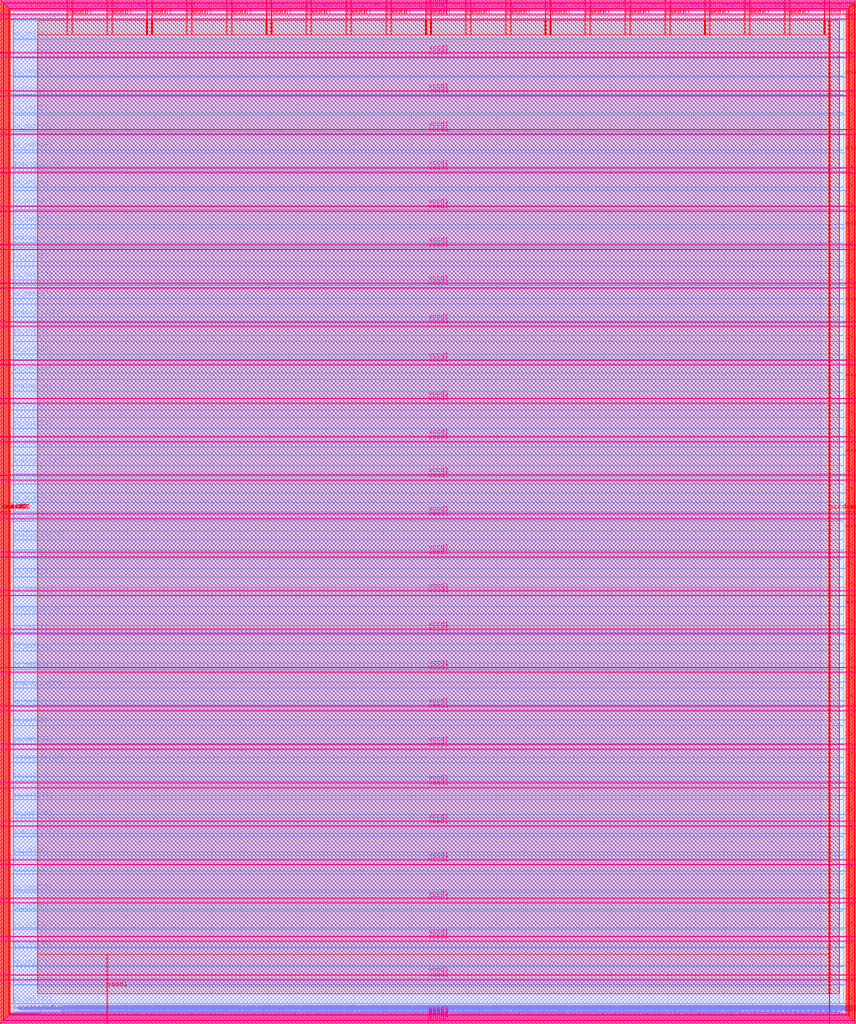
<source format=lef>
VERSION 5.7 ;
  NOWIREEXTENSIONATPIN ON ;
  DIVIDERCHAR "/" ;
  BUSBITCHARS "[]" ;
MACRO user_project_wrapper
  CLASS BLOCK ;
  FOREIGN user_project_wrapper ;
  ORIGIN 0.000 0.000 ;
  SIZE 2920.000 BY 3520.000 ;
  PIN analog_io[0]
    DIRECTION INOUT ;
    USE SIGNAL ;
    PORT
      LAYER met3 ;
        RECT 2917.600 1426.380 2924.800 1427.580 ;
    END
  END analog_io[0]
  PIN analog_io[10]
    DIRECTION INOUT ;
    USE SIGNAL ;
    PORT
      LAYER met2 ;
        RECT 2230.490 3517.600 2231.050 3524.800 ;
    END
  END analog_io[10]
  PIN analog_io[11]
    DIRECTION INOUT ;
    USE SIGNAL ;
    PORT
      LAYER met2 ;
        RECT 1905.730 3517.600 1906.290 3524.800 ;
    END
  END analog_io[11]
  PIN analog_io[12]
    DIRECTION INOUT ;
    USE SIGNAL ;
    PORT
      LAYER met2 ;
        RECT 1581.430 3517.600 1581.990 3524.800 ;
    END
  END analog_io[12]
  PIN analog_io[13]
    DIRECTION INOUT ;
    USE SIGNAL ;
    PORT
      LAYER met2 ;
        RECT 1257.130 3517.600 1257.690 3524.800 ;
    END
  END analog_io[13]
  PIN analog_io[14]
    DIRECTION INOUT ;
    USE SIGNAL ;
    PORT
      LAYER met2 ;
        RECT 932.370 3517.600 932.930 3524.800 ;
    END
  END analog_io[14]
  PIN analog_io[15]
    DIRECTION INOUT ;
    USE SIGNAL ;
    PORT
      LAYER met2 ;
        RECT 608.070 3517.600 608.630 3524.800 ;
    END
  END analog_io[15]
  PIN analog_io[16]
    DIRECTION INOUT ;
    USE SIGNAL ;
    PORT
      LAYER met2 ;
        RECT 283.770 3517.600 284.330 3524.800 ;
    END
  END analog_io[16]
  PIN analog_io[17]
    DIRECTION INOUT ;
    USE SIGNAL ;
    PORT
      LAYER met3 ;
        RECT -4.800 3486.100 2.400 3487.300 ;
    END
  END analog_io[17]
  PIN analog_io[18]
    DIRECTION INOUT ;
    USE SIGNAL ;
    PORT
      LAYER met3 ;
        RECT -4.800 3224.980 2.400 3226.180 ;
    END
  END analog_io[18]
  PIN analog_io[19]
    DIRECTION INOUT ;
    USE SIGNAL ;
    PORT
      LAYER met3 ;
        RECT -4.800 2964.540 2.400 2965.740 ;
    END
  END analog_io[19]
  PIN analog_io[1]
    DIRECTION INOUT ;
    USE SIGNAL ;
    PORT
      LAYER met3 ;
        RECT 2917.600 1692.260 2924.800 1693.460 ;
    END
  END analog_io[1]
  PIN analog_io[20]
    DIRECTION INOUT ;
    USE SIGNAL ;
    PORT
      LAYER met3 ;
        RECT -4.800 2703.420 2.400 2704.620 ;
    END
  END analog_io[20]
  PIN analog_io[21]
    DIRECTION INOUT ;
    USE SIGNAL ;
    PORT
      LAYER met3 ;
        RECT -4.800 2442.980 2.400 2444.180 ;
    END
  END analog_io[21]
  PIN analog_io[22]
    DIRECTION INOUT ;
    USE SIGNAL ;
    PORT
      LAYER met3 ;
        RECT -4.800 2182.540 2.400 2183.740 ;
    END
  END analog_io[22]
  PIN analog_io[23]
    DIRECTION INOUT ;
    USE SIGNAL ;
    PORT
      LAYER met3 ;
        RECT -4.800 1921.420 2.400 1922.620 ;
    END
  END analog_io[23]
  PIN analog_io[24]
    DIRECTION INOUT ;
    USE SIGNAL ;
    PORT
      LAYER met3 ;
        RECT -4.800 1660.980 2.400 1662.180 ;
    END
  END analog_io[24]
  PIN analog_io[25]
    DIRECTION INOUT ;
    USE SIGNAL ;
    PORT
      LAYER met3 ;
        RECT -4.800 1399.860 2.400 1401.060 ;
    END
  END analog_io[25]
  PIN analog_io[26]
    DIRECTION INOUT ;
    USE SIGNAL ;
    PORT
      LAYER met3 ;
        RECT -4.800 1139.420 2.400 1140.620 ;
    END
  END analog_io[26]
  PIN analog_io[27]
    DIRECTION INOUT ;
    USE SIGNAL ;
    PORT
      LAYER met3 ;
        RECT -4.800 878.980 2.400 880.180 ;
    END
  END analog_io[27]
  PIN analog_io[28]
    DIRECTION INOUT ;
    USE SIGNAL ;
    PORT
      LAYER met3 ;
        RECT -4.800 617.860 2.400 619.060 ;
    END
  END analog_io[28]
  PIN analog_io[2]
    DIRECTION INOUT ;
    USE SIGNAL ;
    PORT
      LAYER met3 ;
        RECT 2917.600 1958.140 2924.800 1959.340 ;
    END
  END analog_io[2]
  PIN analog_io[3]
    DIRECTION INOUT ;
    USE SIGNAL ;
    PORT
      LAYER met3 ;
        RECT 2917.600 2223.340 2924.800 2224.540 ;
    END
  END analog_io[3]
  PIN analog_io[4]
    DIRECTION INOUT ;
    USE SIGNAL ;
    PORT
      LAYER met3 ;
        RECT 2917.600 2489.220 2924.800 2490.420 ;
    END
  END analog_io[4]
  PIN analog_io[5]
    DIRECTION INOUT ;
    USE SIGNAL ;
    PORT
      LAYER met3 ;
        RECT 2917.600 2755.100 2924.800 2756.300 ;
    END
  END analog_io[5]
  PIN analog_io[6]
    DIRECTION INOUT ;
    USE SIGNAL ;
    PORT
      LAYER met3 ;
        RECT 2917.600 3020.300 2924.800 3021.500 ;
    END
  END analog_io[6]
  PIN analog_io[7]
    DIRECTION INOUT ;
    USE SIGNAL ;
    PORT
      LAYER met3 ;
        RECT 2917.600 3286.180 2924.800 3287.380 ;
    END
  END analog_io[7]
  PIN analog_io[8]
    DIRECTION INOUT ;
    USE SIGNAL ;
    PORT
      LAYER met2 ;
        RECT 2879.090 3517.600 2879.650 3524.800 ;
    END
  END analog_io[8]
  PIN analog_io[9]
    DIRECTION INOUT ;
    USE SIGNAL ;
    PORT
      LAYER met2 ;
        RECT 2554.790 3517.600 2555.350 3524.800 ;
    END
  END analog_io[9]
  PIN io_in[0]
    DIRECTION INPUT ;
    USE SIGNAL ;
    PORT
      LAYER met3 ;
        RECT 2917.600 32.380 2924.800 33.580 ;
    END
  END io_in[0]
  PIN io_in[10]
    DIRECTION INPUT ;
    USE SIGNAL ;
    PORT
      LAYER met3 ;
        RECT 2917.600 2289.980 2924.800 2291.180 ;
    END
  END io_in[10]
  PIN io_in[11]
    DIRECTION INPUT ;
    USE SIGNAL ;
    PORT
      LAYER met3 ;
        RECT 2917.600 2555.860 2924.800 2557.060 ;
    END
  END io_in[11]
  PIN io_in[12]
    DIRECTION INPUT ;
    USE SIGNAL ;
    PORT
      LAYER met3 ;
        RECT 2917.600 2821.060 2924.800 2822.260 ;
    END
  END io_in[12]
  PIN io_in[13]
    DIRECTION INPUT ;
    USE SIGNAL ;
    PORT
      LAYER met3 ;
        RECT 2917.600 3086.940 2924.800 3088.140 ;
    END
  END io_in[13]
  PIN io_in[14]
    DIRECTION INPUT ;
    USE SIGNAL ;
    PORT
      LAYER met3 ;
        RECT 2917.600 3352.820 2924.800 3354.020 ;
    END
  END io_in[14]
  PIN io_in[15]
    DIRECTION INPUT ;
    USE SIGNAL ;
    PORT
      LAYER met2 ;
        RECT 2798.130 3517.600 2798.690 3524.800 ;
    END
  END io_in[15]
  PIN io_in[16]
    DIRECTION INPUT ;
    USE SIGNAL ;
    PORT
      LAYER met2 ;
        RECT 2473.830 3517.600 2474.390 3524.800 ;
    END
  END io_in[16]
  PIN io_in[17]
    DIRECTION INPUT ;
    USE SIGNAL ;
    PORT
      LAYER met2 ;
        RECT 2149.070 3517.600 2149.630 3524.800 ;
    END
  END io_in[17]
  PIN io_in[18]
    DIRECTION INPUT ;
    USE SIGNAL ;
    PORT
      LAYER met2 ;
        RECT 1824.770 3517.600 1825.330 3524.800 ;
    END
  END io_in[18]
  PIN io_in[19]
    DIRECTION INPUT ;
    USE SIGNAL ;
    PORT
      LAYER met2 ;
        RECT 1500.470 3517.600 1501.030 3524.800 ;
    END
  END io_in[19]
  PIN io_in[1]
    DIRECTION INPUT ;
    USE SIGNAL ;
    PORT
      LAYER met3 ;
        RECT 2917.600 230.940 2924.800 232.140 ;
    END
  END io_in[1]
  PIN io_in[20]
    DIRECTION INPUT ;
    USE SIGNAL ;
    PORT
      LAYER met2 ;
        RECT 1175.710 3517.600 1176.270 3524.800 ;
    END
  END io_in[20]
  PIN io_in[21]
    DIRECTION INPUT ;
    USE SIGNAL ;
    PORT
      LAYER met2 ;
        RECT 851.410 3517.600 851.970 3524.800 ;
    END
  END io_in[21]
  PIN io_in[22]
    DIRECTION INPUT ;
    USE SIGNAL ;
    PORT
      LAYER met2 ;
        RECT 527.110 3517.600 527.670 3524.800 ;
    END
  END io_in[22]
  PIN io_in[23]
    DIRECTION INPUT ;
    USE SIGNAL ;
    PORT
      LAYER met2 ;
        RECT 202.350 3517.600 202.910 3524.800 ;
    END
  END io_in[23]
  PIN io_in[24]
    DIRECTION INPUT ;
    USE SIGNAL ;
    PORT
      LAYER met3 ;
        RECT -4.800 3420.820 2.400 3422.020 ;
    END
  END io_in[24]
  PIN io_in[25]
    DIRECTION INPUT ;
    USE SIGNAL ;
    PORT
      LAYER met3 ;
        RECT -4.800 3159.700 2.400 3160.900 ;
    END
  END io_in[25]
  PIN io_in[26]
    DIRECTION INPUT ;
    USE SIGNAL ;
    PORT
      LAYER met3 ;
        RECT -4.800 2899.260 2.400 2900.460 ;
    END
  END io_in[26]
  PIN io_in[27]
    DIRECTION INPUT ;
    USE SIGNAL ;
    PORT
      LAYER met3 ;
        RECT -4.800 2638.820 2.400 2640.020 ;
    END
  END io_in[27]
  PIN io_in[28]
    DIRECTION INPUT ;
    USE SIGNAL ;
    PORT
      LAYER met3 ;
        RECT -4.800 2377.700 2.400 2378.900 ;
    END
  END io_in[28]
  PIN io_in[29]
    DIRECTION INPUT ;
    USE SIGNAL ;
    PORT
      LAYER met3 ;
        RECT -4.800 2117.260 2.400 2118.460 ;
    END
  END io_in[29]
  PIN io_in[2]
    DIRECTION INPUT ;
    USE SIGNAL ;
    PORT
      LAYER met3 ;
        RECT 2917.600 430.180 2924.800 431.380 ;
    END
  END io_in[2]
  PIN io_in[30]
    DIRECTION INPUT ;
    USE SIGNAL ;
    PORT
      LAYER met3 ;
        RECT -4.800 1856.140 2.400 1857.340 ;
    END
  END io_in[30]
  PIN io_in[31]
    DIRECTION INPUT ;
    USE SIGNAL ;
    PORT
      LAYER met3 ;
        RECT -4.800 1595.700 2.400 1596.900 ;
    END
  END io_in[31]
  PIN io_in[32]
    DIRECTION INPUT ;
    USE SIGNAL ;
    PORT
      LAYER met3 ;
        RECT -4.800 1335.260 2.400 1336.460 ;
    END
  END io_in[32]
  PIN io_in[33]
    DIRECTION INPUT ;
    USE SIGNAL ;
    PORT
      LAYER met3 ;
        RECT -4.800 1074.140 2.400 1075.340 ;
    END
  END io_in[33]
  PIN io_in[34]
    DIRECTION INPUT ;
    USE SIGNAL ;
    PORT
      LAYER met3 ;
        RECT -4.800 813.700 2.400 814.900 ;
    END
  END io_in[34]
  PIN io_in[35]
    DIRECTION INPUT ;
    USE SIGNAL ;
    PORT
      LAYER met3 ;
        RECT -4.800 552.580 2.400 553.780 ;
    END
  END io_in[35]
  PIN io_in[36]
    DIRECTION INPUT ;
    USE SIGNAL ;
    PORT
      LAYER met3 ;
        RECT -4.800 357.420 2.400 358.620 ;
    END
  END io_in[36]
  PIN io_in[37]
    DIRECTION INPUT ;
    USE SIGNAL ;
    PORT
      LAYER met3 ;
        RECT -4.800 161.580 2.400 162.780 ;
    END
  END io_in[37]
  PIN io_in[3]
    DIRECTION INPUT ;
    USE SIGNAL ;
    PORT
      LAYER met3 ;
        RECT 2917.600 629.420 2924.800 630.620 ;
    END
  END io_in[3]
  PIN io_in[4]
    DIRECTION INPUT ;
    USE SIGNAL ;
    PORT
      LAYER met3 ;
        RECT 2917.600 828.660 2924.800 829.860 ;
    END
  END io_in[4]
  PIN io_in[5]
    DIRECTION INPUT ;
    USE SIGNAL ;
    PORT
      LAYER met3 ;
        RECT 2917.600 1027.900 2924.800 1029.100 ;
    END
  END io_in[5]
  PIN io_in[6]
    DIRECTION INPUT ;
    USE SIGNAL ;
    PORT
      LAYER met3 ;
        RECT 2917.600 1227.140 2924.800 1228.340 ;
    END
  END io_in[6]
  PIN io_in[7]
    DIRECTION INPUT ;
    USE SIGNAL ;
    PORT
      LAYER met3 ;
        RECT 2917.600 1493.020 2924.800 1494.220 ;
    END
  END io_in[7]
  PIN io_in[8]
    DIRECTION INPUT ;
    USE SIGNAL ;
    PORT
      LAYER met3 ;
        RECT 2917.600 1758.900 2924.800 1760.100 ;
    END
  END io_in[8]
  PIN io_in[9]
    DIRECTION INPUT ;
    USE SIGNAL ;
    PORT
      LAYER met3 ;
        RECT 2917.600 2024.100 2924.800 2025.300 ;
    END
  END io_in[9]
  PIN io_oeb[0]
    DIRECTION OUTPUT TRISTATE ;
    USE SIGNAL ;
    PORT
      LAYER met3 ;
        RECT 2917.600 164.980 2924.800 166.180 ;
    END
  END io_oeb[0]
  PIN io_oeb[10]
    DIRECTION OUTPUT TRISTATE ;
    USE SIGNAL ;
    PORT
      LAYER met3 ;
        RECT 2917.600 2422.580 2924.800 2423.780 ;
    END
  END io_oeb[10]
  PIN io_oeb[11]
    DIRECTION OUTPUT TRISTATE ;
    USE SIGNAL ;
    PORT
      LAYER met3 ;
        RECT 2917.600 2688.460 2924.800 2689.660 ;
    END
  END io_oeb[11]
  PIN io_oeb[12]
    DIRECTION OUTPUT TRISTATE ;
    USE SIGNAL ;
    PORT
      LAYER met3 ;
        RECT 2917.600 2954.340 2924.800 2955.540 ;
    END
  END io_oeb[12]
  PIN io_oeb[13]
    DIRECTION OUTPUT TRISTATE ;
    USE SIGNAL ;
    PORT
      LAYER met3 ;
        RECT 2917.600 3219.540 2924.800 3220.740 ;
    END
  END io_oeb[13]
  PIN io_oeb[14]
    DIRECTION OUTPUT TRISTATE ;
    USE SIGNAL ;
    PORT
      LAYER met3 ;
        RECT 2917.600 3485.420 2924.800 3486.620 ;
    END
  END io_oeb[14]
  PIN io_oeb[15]
    DIRECTION OUTPUT TRISTATE ;
    USE SIGNAL ;
    PORT
      LAYER met2 ;
        RECT 2635.750 3517.600 2636.310 3524.800 ;
    END
  END io_oeb[15]
  PIN io_oeb[16]
    DIRECTION OUTPUT TRISTATE ;
    USE SIGNAL ;
    PORT
      LAYER met2 ;
        RECT 2311.450 3517.600 2312.010 3524.800 ;
    END
  END io_oeb[16]
  PIN io_oeb[17]
    DIRECTION OUTPUT TRISTATE ;
    USE SIGNAL ;
    PORT
      LAYER met2 ;
        RECT 1987.150 3517.600 1987.710 3524.800 ;
    END
  END io_oeb[17]
  PIN io_oeb[18]
    DIRECTION OUTPUT TRISTATE ;
    USE SIGNAL ;
    PORT
      LAYER met2 ;
        RECT 1662.390 3517.600 1662.950 3524.800 ;
    END
  END io_oeb[18]
  PIN io_oeb[19]
    DIRECTION OUTPUT TRISTATE ;
    USE SIGNAL ;
    PORT
      LAYER met2 ;
        RECT 1338.090 3517.600 1338.650 3524.800 ;
    END
  END io_oeb[19]
  PIN io_oeb[1]
    DIRECTION OUTPUT TRISTATE ;
    USE SIGNAL ;
    PORT
      LAYER met3 ;
        RECT 2917.600 364.220 2924.800 365.420 ;
    END
  END io_oeb[1]
  PIN io_oeb[20]
    DIRECTION OUTPUT TRISTATE ;
    USE SIGNAL ;
    PORT
      LAYER met2 ;
        RECT 1013.790 3517.600 1014.350 3524.800 ;
    END
  END io_oeb[20]
  PIN io_oeb[21]
    DIRECTION OUTPUT TRISTATE ;
    USE SIGNAL ;
    PORT
      LAYER met2 ;
        RECT 689.030 3517.600 689.590 3524.800 ;
    END
  END io_oeb[21]
  PIN io_oeb[22]
    DIRECTION OUTPUT TRISTATE ;
    USE SIGNAL ;
    PORT
      LAYER met2 ;
        RECT 364.730 3517.600 365.290 3524.800 ;
    END
  END io_oeb[22]
  PIN io_oeb[23]
    DIRECTION OUTPUT TRISTATE ;
    USE SIGNAL ;
    PORT
      LAYER met2 ;
        RECT 40.430 3517.600 40.990 3524.800 ;
    END
  END io_oeb[23]
  PIN io_oeb[24]
    DIRECTION OUTPUT TRISTATE ;
    USE SIGNAL ;
    PORT
      LAYER met3 ;
        RECT -4.800 3290.260 2.400 3291.460 ;
    END
  END io_oeb[24]
  PIN io_oeb[25]
    DIRECTION OUTPUT TRISTATE ;
    USE SIGNAL ;
    PORT
      LAYER met3 ;
        RECT -4.800 3029.820 2.400 3031.020 ;
    END
  END io_oeb[25]
  PIN io_oeb[26]
    DIRECTION OUTPUT TRISTATE ;
    USE SIGNAL ;
    PORT
      LAYER met3 ;
        RECT -4.800 2768.700 2.400 2769.900 ;
    END
  END io_oeb[26]
  PIN io_oeb[27]
    DIRECTION OUTPUT TRISTATE ;
    USE SIGNAL ;
    PORT
      LAYER met3 ;
        RECT -4.800 2508.260 2.400 2509.460 ;
    END
  END io_oeb[27]
  PIN io_oeb[28]
    DIRECTION OUTPUT TRISTATE ;
    USE SIGNAL ;
    PORT
      LAYER met3 ;
        RECT -4.800 2247.140 2.400 2248.340 ;
    END
  END io_oeb[28]
  PIN io_oeb[29]
    DIRECTION OUTPUT TRISTATE ;
    USE SIGNAL ;
    PORT
      LAYER met3 ;
        RECT -4.800 1986.700 2.400 1987.900 ;
    END
  END io_oeb[29]
  PIN io_oeb[2]
    DIRECTION OUTPUT TRISTATE ;
    USE SIGNAL ;
    PORT
      LAYER met3 ;
        RECT 2917.600 563.460 2924.800 564.660 ;
    END
  END io_oeb[2]
  PIN io_oeb[30]
    DIRECTION OUTPUT TRISTATE ;
    USE SIGNAL ;
    PORT
      LAYER met3 ;
        RECT -4.800 1726.260 2.400 1727.460 ;
    END
  END io_oeb[30]
  PIN io_oeb[31]
    DIRECTION OUTPUT TRISTATE ;
    USE SIGNAL ;
    PORT
      LAYER met3 ;
        RECT -4.800 1465.140 2.400 1466.340 ;
    END
  END io_oeb[31]
  PIN io_oeb[32]
    DIRECTION OUTPUT TRISTATE ;
    USE SIGNAL ;
    PORT
      LAYER met3 ;
        RECT -4.800 1204.700 2.400 1205.900 ;
    END
  END io_oeb[32]
  PIN io_oeb[33]
    DIRECTION OUTPUT TRISTATE ;
    USE SIGNAL ;
    PORT
      LAYER met3 ;
        RECT -4.800 943.580 2.400 944.780 ;
    END
  END io_oeb[33]
  PIN io_oeb[34]
    DIRECTION OUTPUT TRISTATE ;
    USE SIGNAL ;
    PORT
      LAYER met3 ;
        RECT -4.800 683.140 2.400 684.340 ;
    END
  END io_oeb[34]
  PIN io_oeb[35]
    DIRECTION OUTPUT TRISTATE ;
    USE SIGNAL ;
    PORT
      LAYER met3 ;
        RECT -4.800 422.700 2.400 423.900 ;
    END
  END io_oeb[35]
  PIN io_oeb[36]
    DIRECTION OUTPUT TRISTATE ;
    USE SIGNAL ;
    PORT
      LAYER met3 ;
        RECT -4.800 226.860 2.400 228.060 ;
    END
  END io_oeb[36]
  PIN io_oeb[37]
    DIRECTION OUTPUT TRISTATE ;
    USE SIGNAL ;
    PORT
      LAYER met3 ;
        RECT -4.800 31.700 2.400 32.900 ;
    END
  END io_oeb[37]
  PIN io_oeb[3]
    DIRECTION OUTPUT TRISTATE ;
    USE SIGNAL ;
    PORT
      LAYER met3 ;
        RECT 2917.600 762.700 2924.800 763.900 ;
    END
  END io_oeb[3]
  PIN io_oeb[4]
    DIRECTION OUTPUT TRISTATE ;
    USE SIGNAL ;
    PORT
      LAYER met3 ;
        RECT 2917.600 961.940 2924.800 963.140 ;
    END
  END io_oeb[4]
  PIN io_oeb[5]
    DIRECTION OUTPUT TRISTATE ;
    USE SIGNAL ;
    PORT
      LAYER met3 ;
        RECT 2917.600 1161.180 2924.800 1162.380 ;
    END
  END io_oeb[5]
  PIN io_oeb[6]
    DIRECTION OUTPUT TRISTATE ;
    USE SIGNAL ;
    PORT
      LAYER met3 ;
        RECT 2917.600 1360.420 2924.800 1361.620 ;
    END
  END io_oeb[6]
  PIN io_oeb[7]
    DIRECTION OUTPUT TRISTATE ;
    USE SIGNAL ;
    PORT
      LAYER met3 ;
        RECT 2917.600 1625.620 2924.800 1626.820 ;
    END
  END io_oeb[7]
  PIN io_oeb[8]
    DIRECTION OUTPUT TRISTATE ;
    USE SIGNAL ;
    PORT
      LAYER met3 ;
        RECT 2917.600 1891.500 2924.800 1892.700 ;
    END
  END io_oeb[8]
  PIN io_oeb[9]
    DIRECTION OUTPUT TRISTATE ;
    USE SIGNAL ;
    PORT
      LAYER met3 ;
        RECT 2917.600 2157.380 2924.800 2158.580 ;
    END
  END io_oeb[9]
  PIN io_out[0]
    DIRECTION OUTPUT TRISTATE ;
    USE SIGNAL ;
    PORT
      LAYER met3 ;
        RECT 2917.600 98.340 2924.800 99.540 ;
    END
  END io_out[0]
  PIN io_out[10]
    DIRECTION OUTPUT TRISTATE ;
    USE SIGNAL ;
    PORT
      LAYER met3 ;
        RECT 2917.600 2356.620 2924.800 2357.820 ;
    END
  END io_out[10]
  PIN io_out[11]
    DIRECTION OUTPUT TRISTATE ;
    USE SIGNAL ;
    PORT
      LAYER met3 ;
        RECT 2917.600 2621.820 2924.800 2623.020 ;
    END
  END io_out[11]
  PIN io_out[12]
    DIRECTION OUTPUT TRISTATE ;
    USE SIGNAL ;
    PORT
      LAYER met3 ;
        RECT 2917.600 2887.700 2924.800 2888.900 ;
    END
  END io_out[12]
  PIN io_out[13]
    DIRECTION OUTPUT TRISTATE ;
    USE SIGNAL ;
    PORT
      LAYER met3 ;
        RECT 2917.600 3153.580 2924.800 3154.780 ;
    END
  END io_out[13]
  PIN io_out[14]
    DIRECTION OUTPUT TRISTATE ;
    USE SIGNAL ;
    PORT
      LAYER met3 ;
        RECT 2917.600 3418.780 2924.800 3419.980 ;
    END
  END io_out[14]
  PIN io_out[15]
    DIRECTION OUTPUT TRISTATE ;
    USE SIGNAL ;
    PORT
      LAYER met2 ;
        RECT 2717.170 3517.600 2717.730 3524.800 ;
    END
  END io_out[15]
  PIN io_out[16]
    DIRECTION OUTPUT TRISTATE ;
    USE SIGNAL ;
    PORT
      LAYER met2 ;
        RECT 2392.410 3517.600 2392.970 3524.800 ;
    END
  END io_out[16]
  PIN io_out[17]
    DIRECTION OUTPUT TRISTATE ;
    USE SIGNAL ;
    PORT
      LAYER met2 ;
        RECT 2068.110 3517.600 2068.670 3524.800 ;
    END
  END io_out[17]
  PIN io_out[18]
    DIRECTION OUTPUT TRISTATE ;
    USE SIGNAL ;
    PORT
      LAYER met2 ;
        RECT 1743.810 3517.600 1744.370 3524.800 ;
    END
  END io_out[18]
  PIN io_out[19]
    DIRECTION OUTPUT TRISTATE ;
    USE SIGNAL ;
    PORT
      LAYER met2 ;
        RECT 1419.050 3517.600 1419.610 3524.800 ;
    END
  END io_out[19]
  PIN io_out[1]
    DIRECTION OUTPUT TRISTATE ;
    USE SIGNAL ;
    PORT
      LAYER met3 ;
        RECT 2917.600 297.580 2924.800 298.780 ;
    END
  END io_out[1]
  PIN io_out[20]
    DIRECTION OUTPUT TRISTATE ;
    USE SIGNAL ;
    PORT
      LAYER met2 ;
        RECT 1094.750 3517.600 1095.310 3524.800 ;
    END
  END io_out[20]
  PIN io_out[21]
    DIRECTION OUTPUT TRISTATE ;
    USE SIGNAL ;
    PORT
      LAYER met2 ;
        RECT 770.450 3517.600 771.010 3524.800 ;
    END
  END io_out[21]
  PIN io_out[22]
    DIRECTION OUTPUT TRISTATE ;
    USE SIGNAL ;
    PORT
      LAYER met2 ;
        RECT 445.690 3517.600 446.250 3524.800 ;
    END
  END io_out[22]
  PIN io_out[23]
    DIRECTION OUTPUT TRISTATE ;
    USE SIGNAL ;
    PORT
      LAYER met2 ;
        RECT 121.390 3517.600 121.950 3524.800 ;
    END
  END io_out[23]
  PIN io_out[24]
    DIRECTION OUTPUT TRISTATE ;
    USE SIGNAL ;
    PORT
      LAYER met3 ;
        RECT -4.800 3355.540 2.400 3356.740 ;
    END
  END io_out[24]
  PIN io_out[25]
    DIRECTION OUTPUT TRISTATE ;
    USE SIGNAL ;
    PORT
      LAYER met3 ;
        RECT -4.800 3095.100 2.400 3096.300 ;
    END
  END io_out[25]
  PIN io_out[26]
    DIRECTION OUTPUT TRISTATE ;
    USE SIGNAL ;
    PORT
      LAYER met3 ;
        RECT -4.800 2833.980 2.400 2835.180 ;
    END
  END io_out[26]
  PIN io_out[27]
    DIRECTION OUTPUT TRISTATE ;
    USE SIGNAL ;
    PORT
      LAYER met3 ;
        RECT -4.800 2573.540 2.400 2574.740 ;
    END
  END io_out[27]
  PIN io_out[28]
    DIRECTION OUTPUT TRISTATE ;
    USE SIGNAL ;
    PORT
      LAYER met3 ;
        RECT -4.800 2312.420 2.400 2313.620 ;
    END
  END io_out[28]
  PIN io_out[29]
    DIRECTION OUTPUT TRISTATE ;
    USE SIGNAL ;
    PORT
      LAYER met3 ;
        RECT -4.800 2051.980 2.400 2053.180 ;
    END
  END io_out[29]
  PIN io_out[2]
    DIRECTION OUTPUT TRISTATE ;
    USE SIGNAL ;
    PORT
      LAYER met3 ;
        RECT 2917.600 496.820 2924.800 498.020 ;
    END
  END io_out[2]
  PIN io_out[30]
    DIRECTION OUTPUT TRISTATE ;
    USE SIGNAL ;
    PORT
      LAYER met3 ;
        RECT -4.800 1791.540 2.400 1792.740 ;
    END
  END io_out[30]
  PIN io_out[31]
    DIRECTION OUTPUT TRISTATE ;
    USE SIGNAL ;
    PORT
      LAYER met3 ;
        RECT -4.800 1530.420 2.400 1531.620 ;
    END
  END io_out[31]
  PIN io_out[32]
    DIRECTION OUTPUT TRISTATE ;
    USE SIGNAL ;
    PORT
      LAYER met3 ;
        RECT -4.800 1269.980 2.400 1271.180 ;
    END
  END io_out[32]
  PIN io_out[33]
    DIRECTION OUTPUT TRISTATE ;
    USE SIGNAL ;
    PORT
      LAYER met3 ;
        RECT -4.800 1008.860 2.400 1010.060 ;
    END
  END io_out[33]
  PIN io_out[34]
    DIRECTION OUTPUT TRISTATE ;
    USE SIGNAL ;
    PORT
      LAYER met3 ;
        RECT -4.800 748.420 2.400 749.620 ;
    END
  END io_out[34]
  PIN io_out[35]
    DIRECTION OUTPUT TRISTATE ;
    USE SIGNAL ;
    PORT
      LAYER met3 ;
        RECT -4.800 487.300 2.400 488.500 ;
    END
  END io_out[35]
  PIN io_out[36]
    DIRECTION OUTPUT TRISTATE ;
    USE SIGNAL ;
    PORT
      LAYER met3 ;
        RECT -4.800 292.140 2.400 293.340 ;
    END
  END io_out[36]
  PIN io_out[37]
    DIRECTION OUTPUT TRISTATE ;
    USE SIGNAL ;
    PORT
      LAYER met3 ;
        RECT -4.800 96.300 2.400 97.500 ;
    END
  END io_out[37]
  PIN io_out[3]
    DIRECTION OUTPUT TRISTATE ;
    USE SIGNAL ;
    PORT
      LAYER met3 ;
        RECT 2917.600 696.060 2924.800 697.260 ;
    END
  END io_out[3]
  PIN io_out[4]
    DIRECTION OUTPUT TRISTATE ;
    USE SIGNAL ;
    PORT
      LAYER met3 ;
        RECT 2917.600 895.300 2924.800 896.500 ;
    END
  END io_out[4]
  PIN io_out[5]
    DIRECTION OUTPUT TRISTATE ;
    USE SIGNAL ;
    PORT
      LAYER met3 ;
        RECT 2917.600 1094.540 2924.800 1095.740 ;
    END
  END io_out[5]
  PIN io_out[6]
    DIRECTION OUTPUT TRISTATE ;
    USE SIGNAL ;
    PORT
      LAYER met3 ;
        RECT 2917.600 1293.780 2924.800 1294.980 ;
    END
  END io_out[6]
  PIN io_out[7]
    DIRECTION OUTPUT TRISTATE ;
    USE SIGNAL ;
    PORT
      LAYER met3 ;
        RECT 2917.600 1559.660 2924.800 1560.860 ;
    END
  END io_out[7]
  PIN io_out[8]
    DIRECTION OUTPUT TRISTATE ;
    USE SIGNAL ;
    PORT
      LAYER met3 ;
        RECT 2917.600 1824.860 2924.800 1826.060 ;
    END
  END io_out[8]
  PIN io_out[9]
    DIRECTION OUTPUT TRISTATE ;
    USE SIGNAL ;
    PORT
      LAYER met3 ;
        RECT 2917.600 2090.740 2924.800 2091.940 ;
    END
  END io_out[9]
  PIN la_data_in[0]
    DIRECTION INPUT ;
    USE SIGNAL ;
    PORT
      LAYER met2 ;
        RECT 629.230 -4.800 629.790 2.400 ;
    END
  END la_data_in[0]
  PIN la_data_in[100]
    DIRECTION INPUT ;
    USE SIGNAL ;
    PORT
      LAYER met2 ;
        RECT 2402.530 -4.800 2403.090 2.400 ;
    END
  END la_data_in[100]
  PIN la_data_in[101]
    DIRECTION INPUT ;
    USE SIGNAL ;
    PORT
      LAYER met2 ;
        RECT 2420.010 -4.800 2420.570 2.400 ;
    END
  END la_data_in[101]
  PIN la_data_in[102]
    DIRECTION INPUT ;
    USE SIGNAL ;
    PORT
      LAYER met2 ;
        RECT 2437.950 -4.800 2438.510 2.400 ;
    END
  END la_data_in[102]
  PIN la_data_in[103]
    DIRECTION INPUT ;
    USE SIGNAL ;
    PORT
      LAYER met2 ;
        RECT 2455.430 -4.800 2455.990 2.400 ;
    END
  END la_data_in[103]
  PIN la_data_in[104]
    DIRECTION INPUT ;
    USE SIGNAL ;
    PORT
      LAYER met2 ;
        RECT 2473.370 -4.800 2473.930 2.400 ;
    END
  END la_data_in[104]
  PIN la_data_in[105]
    DIRECTION INPUT ;
    USE SIGNAL ;
    PORT
      LAYER met2 ;
        RECT 2490.850 -4.800 2491.410 2.400 ;
    END
  END la_data_in[105]
  PIN la_data_in[106]
    DIRECTION INPUT ;
    USE SIGNAL ;
    PORT
      LAYER met2 ;
        RECT 2508.790 -4.800 2509.350 2.400 ;
    END
  END la_data_in[106]
  PIN la_data_in[107]
    DIRECTION INPUT ;
    USE SIGNAL ;
    PORT
      LAYER met2 ;
        RECT 2526.730 -4.800 2527.290 2.400 ;
    END
  END la_data_in[107]
  PIN la_data_in[108]
    DIRECTION INPUT ;
    USE SIGNAL ;
    PORT
      LAYER met2 ;
        RECT 2544.210 -4.800 2544.770 2.400 ;
    END
  END la_data_in[108]
  PIN la_data_in[109]
    DIRECTION INPUT ;
    USE SIGNAL ;
    PORT
      LAYER met2 ;
        RECT 2562.150 -4.800 2562.710 2.400 ;
    END
  END la_data_in[109]
  PIN la_data_in[10]
    DIRECTION INPUT ;
    USE SIGNAL ;
    PORT
      LAYER met2 ;
        RECT 806.330 -4.800 806.890 2.400 ;
    END
  END la_data_in[10]
  PIN la_data_in[110]
    DIRECTION INPUT ;
    USE SIGNAL ;
    PORT
      LAYER met2 ;
        RECT 2579.630 -4.800 2580.190 2.400 ;
    END
  END la_data_in[110]
  PIN la_data_in[111]
    DIRECTION INPUT ;
    USE SIGNAL ;
    PORT
      LAYER met2 ;
        RECT 2597.570 -4.800 2598.130 2.400 ;
    END
  END la_data_in[111]
  PIN la_data_in[112]
    DIRECTION INPUT ;
    USE SIGNAL ;
    PORT
      LAYER met2 ;
        RECT 2615.050 -4.800 2615.610 2.400 ;
    END
  END la_data_in[112]
  PIN la_data_in[113]
    DIRECTION INPUT ;
    USE SIGNAL ;
    PORT
      LAYER met2 ;
        RECT 2632.990 -4.800 2633.550 2.400 ;
    END
  END la_data_in[113]
  PIN la_data_in[114]
    DIRECTION INPUT ;
    USE SIGNAL ;
    PORT
      LAYER met2 ;
        RECT 2650.470 -4.800 2651.030 2.400 ;
    END
  END la_data_in[114]
  PIN la_data_in[115]
    DIRECTION INPUT ;
    USE SIGNAL ;
    PORT
      LAYER met2 ;
        RECT 2668.410 -4.800 2668.970 2.400 ;
    END
  END la_data_in[115]
  PIN la_data_in[116]
    DIRECTION INPUT ;
    USE SIGNAL ;
    PORT
      LAYER met2 ;
        RECT 2685.890 -4.800 2686.450 2.400 ;
    END
  END la_data_in[116]
  PIN la_data_in[117]
    DIRECTION INPUT ;
    USE SIGNAL ;
    PORT
      LAYER met2 ;
        RECT 2703.830 -4.800 2704.390 2.400 ;
    END
  END la_data_in[117]
  PIN la_data_in[118]
    DIRECTION INPUT ;
    USE SIGNAL ;
    PORT
      LAYER met2 ;
        RECT 2721.770 -4.800 2722.330 2.400 ;
    END
  END la_data_in[118]
  PIN la_data_in[119]
    DIRECTION INPUT ;
    USE SIGNAL ;
    PORT
      LAYER met2 ;
        RECT 2739.250 -4.800 2739.810 2.400 ;
    END
  END la_data_in[119]
  PIN la_data_in[11]
    DIRECTION INPUT ;
    USE SIGNAL ;
    PORT
      LAYER met2 ;
        RECT 824.270 -4.800 824.830 2.400 ;
    END
  END la_data_in[11]
  PIN la_data_in[120]
    DIRECTION INPUT ;
    USE SIGNAL ;
    PORT
      LAYER met2 ;
        RECT 2757.190 -4.800 2757.750 2.400 ;
    END
  END la_data_in[120]
  PIN la_data_in[121]
    DIRECTION INPUT ;
    USE SIGNAL ;
    PORT
      LAYER met2 ;
        RECT 2774.670 -4.800 2775.230 2.400 ;
    END
  END la_data_in[121]
  PIN la_data_in[122]
    DIRECTION INPUT ;
    USE SIGNAL ;
    PORT
      LAYER met2 ;
        RECT 2792.610 -4.800 2793.170 2.400 ;
    END
  END la_data_in[122]
  PIN la_data_in[123]
    DIRECTION INPUT ;
    USE SIGNAL ;
    PORT
      LAYER met2 ;
        RECT 2810.090 -4.800 2810.650 2.400 ;
    END
  END la_data_in[123]
  PIN la_data_in[124]
    DIRECTION INPUT ;
    USE SIGNAL ;
    PORT
      LAYER met2 ;
        RECT 2828.030 -4.800 2828.590 2.400 ;
    END
  END la_data_in[124]
  PIN la_data_in[125]
    DIRECTION INPUT ;
    USE SIGNAL ;
    PORT
      LAYER met2 ;
        RECT 2845.510 -4.800 2846.070 2.400 ;
    END
  END la_data_in[125]
  PIN la_data_in[126]
    DIRECTION INPUT ;
    USE SIGNAL ;
    PORT
      LAYER met2 ;
        RECT 2863.450 -4.800 2864.010 2.400 ;
    END
  END la_data_in[126]
  PIN la_data_in[127]
    DIRECTION INPUT ;
    USE SIGNAL ;
    PORT
      LAYER met2 ;
        RECT 2881.390 -4.800 2881.950 2.400 ;
    END
  END la_data_in[127]
  PIN la_data_in[12]
    DIRECTION INPUT ;
    USE SIGNAL ;
    PORT
      LAYER met2 ;
        RECT 841.750 -4.800 842.310 2.400 ;
    END
  END la_data_in[12]
  PIN la_data_in[13]
    DIRECTION INPUT ;
    USE SIGNAL ;
    PORT
      LAYER met2 ;
        RECT 859.690 -4.800 860.250 2.400 ;
    END
  END la_data_in[13]
  PIN la_data_in[14]
    DIRECTION INPUT ;
    USE SIGNAL ;
    PORT
      LAYER met2 ;
        RECT 877.170 -4.800 877.730 2.400 ;
    END
  END la_data_in[14]
  PIN la_data_in[15]
    DIRECTION INPUT ;
    USE SIGNAL ;
    PORT
      LAYER met2 ;
        RECT 895.110 -4.800 895.670 2.400 ;
    END
  END la_data_in[15]
  PIN la_data_in[16]
    DIRECTION INPUT ;
    USE SIGNAL ;
    PORT
      LAYER met2 ;
        RECT 912.590 -4.800 913.150 2.400 ;
    END
  END la_data_in[16]
  PIN la_data_in[17]
    DIRECTION INPUT ;
    USE SIGNAL ;
    PORT
      LAYER met2 ;
        RECT 930.530 -4.800 931.090 2.400 ;
    END
  END la_data_in[17]
  PIN la_data_in[18]
    DIRECTION INPUT ;
    USE SIGNAL ;
    PORT
      LAYER met2 ;
        RECT 948.470 -4.800 949.030 2.400 ;
    END
  END la_data_in[18]
  PIN la_data_in[19]
    DIRECTION INPUT ;
    USE SIGNAL ;
    PORT
      LAYER met2 ;
        RECT 965.950 -4.800 966.510 2.400 ;
    END
  END la_data_in[19]
  PIN la_data_in[1]
    DIRECTION INPUT ;
    USE SIGNAL ;
    PORT
      LAYER met2 ;
        RECT 646.710 -4.800 647.270 2.400 ;
    END
  END la_data_in[1]
  PIN la_data_in[20]
    DIRECTION INPUT ;
    USE SIGNAL ;
    PORT
      LAYER met2 ;
        RECT 983.890 -4.800 984.450 2.400 ;
    END
  END la_data_in[20]
  PIN la_data_in[21]
    DIRECTION INPUT ;
    USE SIGNAL ;
    PORT
      LAYER met2 ;
        RECT 1001.370 -4.800 1001.930 2.400 ;
    END
  END la_data_in[21]
  PIN la_data_in[22]
    DIRECTION INPUT ;
    USE SIGNAL ;
    PORT
      LAYER met2 ;
        RECT 1019.310 -4.800 1019.870 2.400 ;
    END
  END la_data_in[22]
  PIN la_data_in[23]
    DIRECTION INPUT ;
    USE SIGNAL ;
    PORT
      LAYER met2 ;
        RECT 1036.790 -4.800 1037.350 2.400 ;
    END
  END la_data_in[23]
  PIN la_data_in[24]
    DIRECTION INPUT ;
    USE SIGNAL ;
    PORT
      LAYER met2 ;
        RECT 1054.730 -4.800 1055.290 2.400 ;
    END
  END la_data_in[24]
  PIN la_data_in[25]
    DIRECTION INPUT ;
    USE SIGNAL ;
    PORT
      LAYER met2 ;
        RECT 1072.210 -4.800 1072.770 2.400 ;
    END
  END la_data_in[25]
  PIN la_data_in[26]
    DIRECTION INPUT ;
    USE SIGNAL ;
    PORT
      LAYER met2 ;
        RECT 1090.150 -4.800 1090.710 2.400 ;
    END
  END la_data_in[26]
  PIN la_data_in[27]
    DIRECTION INPUT ;
    USE SIGNAL ;
    PORT
      LAYER met2 ;
        RECT 1107.630 -4.800 1108.190 2.400 ;
    END
  END la_data_in[27]
  PIN la_data_in[28]
    DIRECTION INPUT ;
    USE SIGNAL ;
    PORT
      LAYER met2 ;
        RECT 1125.570 -4.800 1126.130 2.400 ;
    END
  END la_data_in[28]
  PIN la_data_in[29]
    DIRECTION INPUT ;
    USE SIGNAL ;
    PORT
      LAYER met2 ;
        RECT 1143.510 -4.800 1144.070 2.400 ;
    END
  END la_data_in[29]
  PIN la_data_in[2]
    DIRECTION INPUT ;
    USE SIGNAL ;
    PORT
      LAYER met2 ;
        RECT 664.650 -4.800 665.210 2.400 ;
    END
  END la_data_in[2]
  PIN la_data_in[30]
    DIRECTION INPUT ;
    USE SIGNAL ;
    PORT
      LAYER met2 ;
        RECT 1160.990 -4.800 1161.550 2.400 ;
    END
  END la_data_in[30]
  PIN la_data_in[31]
    DIRECTION INPUT ;
    USE SIGNAL ;
    PORT
      LAYER met2 ;
        RECT 1178.930 -4.800 1179.490 2.400 ;
    END
  END la_data_in[31]
  PIN la_data_in[32]
    DIRECTION INPUT ;
    USE SIGNAL ;
    PORT
      LAYER met2 ;
        RECT 1196.410 -4.800 1196.970 2.400 ;
    END
  END la_data_in[32]
  PIN la_data_in[33]
    DIRECTION INPUT ;
    USE SIGNAL ;
    PORT
      LAYER met2 ;
        RECT 1214.350 -4.800 1214.910 2.400 ;
    END
  END la_data_in[33]
  PIN la_data_in[34]
    DIRECTION INPUT ;
    USE SIGNAL ;
    PORT
      LAYER met2 ;
        RECT 1231.830 -4.800 1232.390 2.400 ;
    END
  END la_data_in[34]
  PIN la_data_in[35]
    DIRECTION INPUT ;
    USE SIGNAL ;
    PORT
      LAYER met2 ;
        RECT 1249.770 -4.800 1250.330 2.400 ;
    END
  END la_data_in[35]
  PIN la_data_in[36]
    DIRECTION INPUT ;
    USE SIGNAL ;
    PORT
      LAYER met2 ;
        RECT 1267.250 -4.800 1267.810 2.400 ;
    END
  END la_data_in[36]
  PIN la_data_in[37]
    DIRECTION INPUT ;
    USE SIGNAL ;
    PORT
      LAYER met2 ;
        RECT 1285.190 -4.800 1285.750 2.400 ;
    END
  END la_data_in[37]
  PIN la_data_in[38]
    DIRECTION INPUT ;
    USE SIGNAL ;
    PORT
      LAYER met2 ;
        RECT 1303.130 -4.800 1303.690 2.400 ;
    END
  END la_data_in[38]
  PIN la_data_in[39]
    DIRECTION INPUT ;
    USE SIGNAL ;
    PORT
      LAYER met2 ;
        RECT 1320.610 -4.800 1321.170 2.400 ;
    END
  END la_data_in[39]
  PIN la_data_in[3]
    DIRECTION INPUT ;
    USE SIGNAL ;
    PORT
      LAYER met2 ;
        RECT 682.130 -4.800 682.690 2.400 ;
    END
  END la_data_in[3]
  PIN la_data_in[40]
    DIRECTION INPUT ;
    USE SIGNAL ;
    PORT
      LAYER met2 ;
        RECT 1338.550 -4.800 1339.110 2.400 ;
    END
  END la_data_in[40]
  PIN la_data_in[41]
    DIRECTION INPUT ;
    USE SIGNAL ;
    PORT
      LAYER met2 ;
        RECT 1356.030 -4.800 1356.590 2.400 ;
    END
  END la_data_in[41]
  PIN la_data_in[42]
    DIRECTION INPUT ;
    USE SIGNAL ;
    PORT
      LAYER met2 ;
        RECT 1373.970 -4.800 1374.530 2.400 ;
    END
  END la_data_in[42]
  PIN la_data_in[43]
    DIRECTION INPUT ;
    USE SIGNAL ;
    PORT
      LAYER met2 ;
        RECT 1391.450 -4.800 1392.010 2.400 ;
    END
  END la_data_in[43]
  PIN la_data_in[44]
    DIRECTION INPUT ;
    USE SIGNAL ;
    PORT
      LAYER met2 ;
        RECT 1409.390 -4.800 1409.950 2.400 ;
    END
  END la_data_in[44]
  PIN la_data_in[45]
    DIRECTION INPUT ;
    USE SIGNAL ;
    PORT
      LAYER met2 ;
        RECT 1426.870 -4.800 1427.430 2.400 ;
    END
  END la_data_in[45]
  PIN la_data_in[46]
    DIRECTION INPUT ;
    USE SIGNAL ;
    PORT
      LAYER met2 ;
        RECT 1444.810 -4.800 1445.370 2.400 ;
    END
  END la_data_in[46]
  PIN la_data_in[47]
    DIRECTION INPUT ;
    USE SIGNAL ;
    PORT
      LAYER met2 ;
        RECT 1462.750 -4.800 1463.310 2.400 ;
    END
  END la_data_in[47]
  PIN la_data_in[48]
    DIRECTION INPUT ;
    USE SIGNAL ;
    PORT
      LAYER met2 ;
        RECT 1480.230 -4.800 1480.790 2.400 ;
    END
  END la_data_in[48]
  PIN la_data_in[49]
    DIRECTION INPUT ;
    USE SIGNAL ;
    PORT
      LAYER met2 ;
        RECT 1498.170 -4.800 1498.730 2.400 ;
    END
  END la_data_in[49]
  PIN la_data_in[4]
    DIRECTION INPUT ;
    USE SIGNAL ;
    PORT
      LAYER met2 ;
        RECT 700.070 -4.800 700.630 2.400 ;
    END
  END la_data_in[4]
  PIN la_data_in[50]
    DIRECTION INPUT ;
    USE SIGNAL ;
    PORT
      LAYER met2 ;
        RECT 1515.650 -4.800 1516.210 2.400 ;
    END
  END la_data_in[50]
  PIN la_data_in[51]
    DIRECTION INPUT ;
    USE SIGNAL ;
    PORT
      LAYER met2 ;
        RECT 1533.590 -4.800 1534.150 2.400 ;
    END
  END la_data_in[51]
  PIN la_data_in[52]
    DIRECTION INPUT ;
    USE SIGNAL ;
    PORT
      LAYER met2 ;
        RECT 1551.070 -4.800 1551.630 2.400 ;
    END
  END la_data_in[52]
  PIN la_data_in[53]
    DIRECTION INPUT ;
    USE SIGNAL ;
    PORT
      LAYER met2 ;
        RECT 1569.010 -4.800 1569.570 2.400 ;
    END
  END la_data_in[53]
  PIN la_data_in[54]
    DIRECTION INPUT ;
    USE SIGNAL ;
    PORT
      LAYER met2 ;
        RECT 1586.490 -4.800 1587.050 2.400 ;
    END
  END la_data_in[54]
  PIN la_data_in[55]
    DIRECTION INPUT ;
    USE SIGNAL ;
    PORT
      LAYER met2 ;
        RECT 1604.430 -4.800 1604.990 2.400 ;
    END
  END la_data_in[55]
  PIN la_data_in[56]
    DIRECTION INPUT ;
    USE SIGNAL ;
    PORT
      LAYER met2 ;
        RECT 1621.910 -4.800 1622.470 2.400 ;
    END
  END la_data_in[56]
  PIN la_data_in[57]
    DIRECTION INPUT ;
    USE SIGNAL ;
    PORT
      LAYER met2 ;
        RECT 1639.850 -4.800 1640.410 2.400 ;
    END
  END la_data_in[57]
  PIN la_data_in[58]
    DIRECTION INPUT ;
    USE SIGNAL ;
    PORT
      LAYER met2 ;
        RECT 1657.790 -4.800 1658.350 2.400 ;
    END
  END la_data_in[58]
  PIN la_data_in[59]
    DIRECTION INPUT ;
    USE SIGNAL ;
    PORT
      LAYER met2 ;
        RECT 1675.270 -4.800 1675.830 2.400 ;
    END
  END la_data_in[59]
  PIN la_data_in[5]
    DIRECTION INPUT ;
    USE SIGNAL ;
    PORT
      LAYER met2 ;
        RECT 717.550 -4.800 718.110 2.400 ;
    END
  END la_data_in[5]
  PIN la_data_in[60]
    DIRECTION INPUT ;
    USE SIGNAL ;
    PORT
      LAYER met2 ;
        RECT 1693.210 -4.800 1693.770 2.400 ;
    END
  END la_data_in[60]
  PIN la_data_in[61]
    DIRECTION INPUT ;
    USE SIGNAL ;
    PORT
      LAYER met2 ;
        RECT 1710.690 -4.800 1711.250 2.400 ;
    END
  END la_data_in[61]
  PIN la_data_in[62]
    DIRECTION INPUT ;
    USE SIGNAL ;
    PORT
      LAYER met2 ;
        RECT 1728.630 -4.800 1729.190 2.400 ;
    END
  END la_data_in[62]
  PIN la_data_in[63]
    DIRECTION INPUT ;
    USE SIGNAL ;
    PORT
      LAYER met2 ;
        RECT 1746.110 -4.800 1746.670 2.400 ;
    END
  END la_data_in[63]
  PIN la_data_in[64]
    DIRECTION INPUT ;
    USE SIGNAL ;
    PORT
      LAYER met2 ;
        RECT 1764.050 -4.800 1764.610 2.400 ;
    END
  END la_data_in[64]
  PIN la_data_in[65]
    DIRECTION INPUT ;
    USE SIGNAL ;
    PORT
      LAYER met2 ;
        RECT 1781.530 -4.800 1782.090 2.400 ;
    END
  END la_data_in[65]
  PIN la_data_in[66]
    DIRECTION INPUT ;
    USE SIGNAL ;
    PORT
      LAYER met2 ;
        RECT 1799.470 -4.800 1800.030 2.400 ;
    END
  END la_data_in[66]
  PIN la_data_in[67]
    DIRECTION INPUT ;
    USE SIGNAL ;
    PORT
      LAYER met2 ;
        RECT 1817.410 -4.800 1817.970 2.400 ;
    END
  END la_data_in[67]
  PIN la_data_in[68]
    DIRECTION INPUT ;
    USE SIGNAL ;
    PORT
      LAYER met2 ;
        RECT 1834.890 -4.800 1835.450 2.400 ;
    END
  END la_data_in[68]
  PIN la_data_in[69]
    DIRECTION INPUT ;
    USE SIGNAL ;
    PORT
      LAYER met2 ;
        RECT 1852.830 -4.800 1853.390 2.400 ;
    END
  END la_data_in[69]
  PIN la_data_in[6]
    DIRECTION INPUT ;
    USE SIGNAL ;
    PORT
      LAYER met2 ;
        RECT 735.490 -4.800 736.050 2.400 ;
    END
  END la_data_in[6]
  PIN la_data_in[70]
    DIRECTION INPUT ;
    USE SIGNAL ;
    PORT
      LAYER met2 ;
        RECT 1870.310 -4.800 1870.870 2.400 ;
    END
  END la_data_in[70]
  PIN la_data_in[71]
    DIRECTION INPUT ;
    USE SIGNAL ;
    PORT
      LAYER met2 ;
        RECT 1888.250 -4.800 1888.810 2.400 ;
    END
  END la_data_in[71]
  PIN la_data_in[72]
    DIRECTION INPUT ;
    USE SIGNAL ;
    PORT
      LAYER met2 ;
        RECT 1905.730 -4.800 1906.290 2.400 ;
    END
  END la_data_in[72]
  PIN la_data_in[73]
    DIRECTION INPUT ;
    USE SIGNAL ;
    PORT
      LAYER met2 ;
        RECT 1923.670 -4.800 1924.230 2.400 ;
    END
  END la_data_in[73]
  PIN la_data_in[74]
    DIRECTION INPUT ;
    USE SIGNAL ;
    PORT
      LAYER met2 ;
        RECT 1941.150 -4.800 1941.710 2.400 ;
    END
  END la_data_in[74]
  PIN la_data_in[75]
    DIRECTION INPUT ;
    USE SIGNAL ;
    PORT
      LAYER met2 ;
        RECT 1959.090 -4.800 1959.650 2.400 ;
    END
  END la_data_in[75]
  PIN la_data_in[76]
    DIRECTION INPUT ;
    USE SIGNAL ;
    PORT
      LAYER met2 ;
        RECT 1976.570 -4.800 1977.130 2.400 ;
    END
  END la_data_in[76]
  PIN la_data_in[77]
    DIRECTION INPUT ;
    USE SIGNAL ;
    PORT
      LAYER met2 ;
        RECT 1994.510 -4.800 1995.070 2.400 ;
    END
  END la_data_in[77]
  PIN la_data_in[78]
    DIRECTION INPUT ;
    USE SIGNAL ;
    PORT
      LAYER met2 ;
        RECT 2012.450 -4.800 2013.010 2.400 ;
    END
  END la_data_in[78]
  PIN la_data_in[79]
    DIRECTION INPUT ;
    USE SIGNAL ;
    PORT
      LAYER met2 ;
        RECT 2029.930 -4.800 2030.490 2.400 ;
    END
  END la_data_in[79]
  PIN la_data_in[7]
    DIRECTION INPUT ;
    USE SIGNAL ;
    PORT
      LAYER met2 ;
        RECT 752.970 -4.800 753.530 2.400 ;
    END
  END la_data_in[7]
  PIN la_data_in[80]
    DIRECTION INPUT ;
    USE SIGNAL ;
    PORT
      LAYER met2 ;
        RECT 2047.870 -4.800 2048.430 2.400 ;
    END
  END la_data_in[80]
  PIN la_data_in[81]
    DIRECTION INPUT ;
    USE SIGNAL ;
    PORT
      LAYER met2 ;
        RECT 2065.350 -4.800 2065.910 2.400 ;
    END
  END la_data_in[81]
  PIN la_data_in[82]
    DIRECTION INPUT ;
    USE SIGNAL ;
    PORT
      LAYER met2 ;
        RECT 2083.290 -4.800 2083.850 2.400 ;
    END
  END la_data_in[82]
  PIN la_data_in[83]
    DIRECTION INPUT ;
    USE SIGNAL ;
    PORT
      LAYER met2 ;
        RECT 2100.770 -4.800 2101.330 2.400 ;
    END
  END la_data_in[83]
  PIN la_data_in[84]
    DIRECTION INPUT ;
    USE SIGNAL ;
    PORT
      LAYER met2 ;
        RECT 2118.710 -4.800 2119.270 2.400 ;
    END
  END la_data_in[84]
  PIN la_data_in[85]
    DIRECTION INPUT ;
    USE SIGNAL ;
    PORT
      LAYER met2 ;
        RECT 2136.190 -4.800 2136.750 2.400 ;
    END
  END la_data_in[85]
  PIN la_data_in[86]
    DIRECTION INPUT ;
    USE SIGNAL ;
    PORT
      LAYER met2 ;
        RECT 2154.130 -4.800 2154.690 2.400 ;
    END
  END la_data_in[86]
  PIN la_data_in[87]
    DIRECTION INPUT ;
    USE SIGNAL ;
    PORT
      LAYER met2 ;
        RECT 2172.070 -4.800 2172.630 2.400 ;
    END
  END la_data_in[87]
  PIN la_data_in[88]
    DIRECTION INPUT ;
    USE SIGNAL ;
    PORT
      LAYER met2 ;
        RECT 2189.550 -4.800 2190.110 2.400 ;
    END
  END la_data_in[88]
  PIN la_data_in[89]
    DIRECTION INPUT ;
    USE SIGNAL ;
    PORT
      LAYER met2 ;
        RECT 2207.490 -4.800 2208.050 2.400 ;
    END
  END la_data_in[89]
  PIN la_data_in[8]
    DIRECTION INPUT ;
    USE SIGNAL ;
    PORT
      LAYER met2 ;
        RECT 770.910 -4.800 771.470 2.400 ;
    END
  END la_data_in[8]
  PIN la_data_in[90]
    DIRECTION INPUT ;
    USE SIGNAL ;
    PORT
      LAYER met2 ;
        RECT 2224.970 -4.800 2225.530 2.400 ;
    END
  END la_data_in[90]
  PIN la_data_in[91]
    DIRECTION INPUT ;
    USE SIGNAL ;
    PORT
      LAYER met2 ;
        RECT 2242.910 -4.800 2243.470 2.400 ;
    END
  END la_data_in[91]
  PIN la_data_in[92]
    DIRECTION INPUT ;
    USE SIGNAL ;
    PORT
      LAYER met2 ;
        RECT 2260.390 -4.800 2260.950 2.400 ;
    END
  END la_data_in[92]
  PIN la_data_in[93]
    DIRECTION INPUT ;
    USE SIGNAL ;
    PORT
      LAYER met2 ;
        RECT 2278.330 -4.800 2278.890 2.400 ;
    END
  END la_data_in[93]
  PIN la_data_in[94]
    DIRECTION INPUT ;
    USE SIGNAL ;
    PORT
      LAYER met2 ;
        RECT 2295.810 -4.800 2296.370 2.400 ;
    END
  END la_data_in[94]
  PIN la_data_in[95]
    DIRECTION INPUT ;
    USE SIGNAL ;
    PORT
      LAYER met2 ;
        RECT 2313.750 -4.800 2314.310 2.400 ;
    END
  END la_data_in[95]
  PIN la_data_in[96]
    DIRECTION INPUT ;
    USE SIGNAL ;
    PORT
      LAYER met2 ;
        RECT 2331.230 -4.800 2331.790 2.400 ;
    END
  END la_data_in[96]
  PIN la_data_in[97]
    DIRECTION INPUT ;
    USE SIGNAL ;
    PORT
      LAYER met2 ;
        RECT 2349.170 -4.800 2349.730 2.400 ;
    END
  END la_data_in[97]
  PIN la_data_in[98]
    DIRECTION INPUT ;
    USE SIGNAL ;
    PORT
      LAYER met2 ;
        RECT 2367.110 -4.800 2367.670 2.400 ;
    END
  END la_data_in[98]
  PIN la_data_in[99]
    DIRECTION INPUT ;
    USE SIGNAL ;
    PORT
      LAYER met2 ;
        RECT 2384.590 -4.800 2385.150 2.400 ;
    END
  END la_data_in[99]
  PIN la_data_in[9]
    DIRECTION INPUT ;
    USE SIGNAL ;
    PORT
      LAYER met2 ;
        RECT 788.850 -4.800 789.410 2.400 ;
    END
  END la_data_in[9]
  PIN la_data_out[0]
    DIRECTION OUTPUT TRISTATE ;
    USE SIGNAL ;
    PORT
      LAYER met2 ;
        RECT 634.750 -4.800 635.310 2.400 ;
    END
  END la_data_out[0]
  PIN la_data_out[100]
    DIRECTION OUTPUT TRISTATE ;
    USE SIGNAL ;
    PORT
      LAYER met2 ;
        RECT 2408.510 -4.800 2409.070 2.400 ;
    END
  END la_data_out[100]
  PIN la_data_out[101]
    DIRECTION OUTPUT TRISTATE ;
    USE SIGNAL ;
    PORT
      LAYER met2 ;
        RECT 2425.990 -4.800 2426.550 2.400 ;
    END
  END la_data_out[101]
  PIN la_data_out[102]
    DIRECTION OUTPUT TRISTATE ;
    USE SIGNAL ;
    PORT
      LAYER met2 ;
        RECT 2443.930 -4.800 2444.490 2.400 ;
    END
  END la_data_out[102]
  PIN la_data_out[103]
    DIRECTION OUTPUT TRISTATE ;
    USE SIGNAL ;
    PORT
      LAYER met2 ;
        RECT 2461.410 -4.800 2461.970 2.400 ;
    END
  END la_data_out[103]
  PIN la_data_out[104]
    DIRECTION OUTPUT TRISTATE ;
    USE SIGNAL ;
    PORT
      LAYER met2 ;
        RECT 2479.350 -4.800 2479.910 2.400 ;
    END
  END la_data_out[104]
  PIN la_data_out[105]
    DIRECTION OUTPUT TRISTATE ;
    USE SIGNAL ;
    PORT
      LAYER met2 ;
        RECT 2496.830 -4.800 2497.390 2.400 ;
    END
  END la_data_out[105]
  PIN la_data_out[106]
    DIRECTION OUTPUT TRISTATE ;
    USE SIGNAL ;
    PORT
      LAYER met2 ;
        RECT 2514.770 -4.800 2515.330 2.400 ;
    END
  END la_data_out[106]
  PIN la_data_out[107]
    DIRECTION OUTPUT TRISTATE ;
    USE SIGNAL ;
    PORT
      LAYER met2 ;
        RECT 2532.250 -4.800 2532.810 2.400 ;
    END
  END la_data_out[107]
  PIN la_data_out[108]
    DIRECTION OUTPUT TRISTATE ;
    USE SIGNAL ;
    PORT
      LAYER met2 ;
        RECT 2550.190 -4.800 2550.750 2.400 ;
    END
  END la_data_out[108]
  PIN la_data_out[109]
    DIRECTION OUTPUT TRISTATE ;
    USE SIGNAL ;
    PORT
      LAYER met2 ;
        RECT 2567.670 -4.800 2568.230 2.400 ;
    END
  END la_data_out[109]
  PIN la_data_out[10]
    DIRECTION OUTPUT TRISTATE ;
    USE SIGNAL ;
    PORT
      LAYER met2 ;
        RECT 812.310 -4.800 812.870 2.400 ;
    END
  END la_data_out[10]
  PIN la_data_out[110]
    DIRECTION OUTPUT TRISTATE ;
    USE SIGNAL ;
    PORT
      LAYER met2 ;
        RECT 2585.610 -4.800 2586.170 2.400 ;
    END
  END la_data_out[110]
  PIN la_data_out[111]
    DIRECTION OUTPUT TRISTATE ;
    USE SIGNAL ;
    PORT
      LAYER met2 ;
        RECT 2603.550 -4.800 2604.110 2.400 ;
    END
  END la_data_out[111]
  PIN la_data_out[112]
    DIRECTION OUTPUT TRISTATE ;
    USE SIGNAL ;
    PORT
      LAYER met2 ;
        RECT 2621.030 -4.800 2621.590 2.400 ;
    END
  END la_data_out[112]
  PIN la_data_out[113]
    DIRECTION OUTPUT TRISTATE ;
    USE SIGNAL ;
    PORT
      LAYER met2 ;
        RECT 2638.970 -4.800 2639.530 2.400 ;
    END
  END la_data_out[113]
  PIN la_data_out[114]
    DIRECTION OUTPUT TRISTATE ;
    USE SIGNAL ;
    PORT
      LAYER met2 ;
        RECT 2656.450 -4.800 2657.010 2.400 ;
    END
  END la_data_out[114]
  PIN la_data_out[115]
    DIRECTION OUTPUT TRISTATE ;
    USE SIGNAL ;
    PORT
      LAYER met2 ;
        RECT 2674.390 -4.800 2674.950 2.400 ;
    END
  END la_data_out[115]
  PIN la_data_out[116]
    DIRECTION OUTPUT TRISTATE ;
    USE SIGNAL ;
    PORT
      LAYER met2 ;
        RECT 2691.870 -4.800 2692.430 2.400 ;
    END
  END la_data_out[116]
  PIN la_data_out[117]
    DIRECTION OUTPUT TRISTATE ;
    USE SIGNAL ;
    PORT
      LAYER met2 ;
        RECT 2709.810 -4.800 2710.370 2.400 ;
    END
  END la_data_out[117]
  PIN la_data_out[118]
    DIRECTION OUTPUT TRISTATE ;
    USE SIGNAL ;
    PORT
      LAYER met2 ;
        RECT 2727.290 -4.800 2727.850 2.400 ;
    END
  END la_data_out[118]
  PIN la_data_out[119]
    DIRECTION OUTPUT TRISTATE ;
    USE SIGNAL ;
    PORT
      LAYER met2 ;
        RECT 2745.230 -4.800 2745.790 2.400 ;
    END
  END la_data_out[119]
  PIN la_data_out[11]
    DIRECTION OUTPUT TRISTATE ;
    USE SIGNAL ;
    PORT
      LAYER met2 ;
        RECT 830.250 -4.800 830.810 2.400 ;
    END
  END la_data_out[11]
  PIN la_data_out[120]
    DIRECTION OUTPUT TRISTATE ;
    USE SIGNAL ;
    PORT
      LAYER met2 ;
        RECT 2763.170 -4.800 2763.730 2.400 ;
    END
  END la_data_out[120]
  PIN la_data_out[121]
    DIRECTION OUTPUT TRISTATE ;
    USE SIGNAL ;
    PORT
      LAYER met2 ;
        RECT 2780.650 -4.800 2781.210 2.400 ;
    END
  END la_data_out[121]
  PIN la_data_out[122]
    DIRECTION OUTPUT TRISTATE ;
    USE SIGNAL ;
    PORT
      LAYER met2 ;
        RECT 2798.590 -4.800 2799.150 2.400 ;
    END
  END la_data_out[122]
  PIN la_data_out[123]
    DIRECTION OUTPUT TRISTATE ;
    USE SIGNAL ;
    PORT
      LAYER met2 ;
        RECT 2816.070 -4.800 2816.630 2.400 ;
    END
  END la_data_out[123]
  PIN la_data_out[124]
    DIRECTION OUTPUT TRISTATE ;
    USE SIGNAL ;
    PORT
      LAYER met2 ;
        RECT 2834.010 -4.800 2834.570 2.400 ;
    END
  END la_data_out[124]
  PIN la_data_out[125]
    DIRECTION OUTPUT TRISTATE ;
    USE SIGNAL ;
    PORT
      LAYER met2 ;
        RECT 2851.490 -4.800 2852.050 2.400 ;
    END
  END la_data_out[125]
  PIN la_data_out[126]
    DIRECTION OUTPUT TRISTATE ;
    USE SIGNAL ;
    PORT
      LAYER met2 ;
        RECT 2869.430 -4.800 2869.990 2.400 ;
    END
  END la_data_out[126]
  PIN la_data_out[127]
    DIRECTION OUTPUT TRISTATE ;
    USE SIGNAL ;
    PORT
      LAYER met2 ;
        RECT 2886.910 -4.800 2887.470 2.400 ;
    END
  END la_data_out[127]
  PIN la_data_out[12]
    DIRECTION OUTPUT TRISTATE ;
    USE SIGNAL ;
    PORT
      LAYER met2 ;
        RECT 847.730 -4.800 848.290 2.400 ;
    END
  END la_data_out[12]
  PIN la_data_out[13]
    DIRECTION OUTPUT TRISTATE ;
    USE SIGNAL ;
    PORT
      LAYER met2 ;
        RECT 865.670 -4.800 866.230 2.400 ;
    END
  END la_data_out[13]
  PIN la_data_out[14]
    DIRECTION OUTPUT TRISTATE ;
    USE SIGNAL ;
    PORT
      LAYER met2 ;
        RECT 883.150 -4.800 883.710 2.400 ;
    END
  END la_data_out[14]
  PIN la_data_out[15]
    DIRECTION OUTPUT TRISTATE ;
    USE SIGNAL ;
    PORT
      LAYER met2 ;
        RECT 901.090 -4.800 901.650 2.400 ;
    END
  END la_data_out[15]
  PIN la_data_out[16]
    DIRECTION OUTPUT TRISTATE ;
    USE SIGNAL ;
    PORT
      LAYER met2 ;
        RECT 918.570 -4.800 919.130 2.400 ;
    END
  END la_data_out[16]
  PIN la_data_out[17]
    DIRECTION OUTPUT TRISTATE ;
    USE SIGNAL ;
    PORT
      LAYER met2 ;
        RECT 936.510 -4.800 937.070 2.400 ;
    END
  END la_data_out[17]
  PIN la_data_out[18]
    DIRECTION OUTPUT TRISTATE ;
    USE SIGNAL ;
    PORT
      LAYER met2 ;
        RECT 953.990 -4.800 954.550 2.400 ;
    END
  END la_data_out[18]
  PIN la_data_out[19]
    DIRECTION OUTPUT TRISTATE ;
    USE SIGNAL ;
    PORT
      LAYER met2 ;
        RECT 971.930 -4.800 972.490 2.400 ;
    END
  END la_data_out[19]
  PIN la_data_out[1]
    DIRECTION OUTPUT TRISTATE ;
    USE SIGNAL ;
    PORT
      LAYER met2 ;
        RECT 652.690 -4.800 653.250 2.400 ;
    END
  END la_data_out[1]
  PIN la_data_out[20]
    DIRECTION OUTPUT TRISTATE ;
    USE SIGNAL ;
    PORT
      LAYER met2 ;
        RECT 989.410 -4.800 989.970 2.400 ;
    END
  END la_data_out[20]
  PIN la_data_out[21]
    DIRECTION OUTPUT TRISTATE ;
    USE SIGNAL ;
    PORT
      LAYER met2 ;
        RECT 1007.350 -4.800 1007.910 2.400 ;
    END
  END la_data_out[21]
  PIN la_data_out[22]
    DIRECTION OUTPUT TRISTATE ;
    USE SIGNAL ;
    PORT
      LAYER met2 ;
        RECT 1025.290 -4.800 1025.850 2.400 ;
    END
  END la_data_out[22]
  PIN la_data_out[23]
    DIRECTION OUTPUT TRISTATE ;
    USE SIGNAL ;
    PORT
      LAYER met2 ;
        RECT 1042.770 -4.800 1043.330 2.400 ;
    END
  END la_data_out[23]
  PIN la_data_out[24]
    DIRECTION OUTPUT TRISTATE ;
    USE SIGNAL ;
    PORT
      LAYER met2 ;
        RECT 1060.710 -4.800 1061.270 2.400 ;
    END
  END la_data_out[24]
  PIN la_data_out[25]
    DIRECTION OUTPUT TRISTATE ;
    USE SIGNAL ;
    PORT
      LAYER met2 ;
        RECT 1078.190 -4.800 1078.750 2.400 ;
    END
  END la_data_out[25]
  PIN la_data_out[26]
    DIRECTION OUTPUT TRISTATE ;
    USE SIGNAL ;
    PORT
      LAYER met2 ;
        RECT 1096.130 -4.800 1096.690 2.400 ;
    END
  END la_data_out[26]
  PIN la_data_out[27]
    DIRECTION OUTPUT TRISTATE ;
    USE SIGNAL ;
    PORT
      LAYER met2 ;
        RECT 1113.610 -4.800 1114.170 2.400 ;
    END
  END la_data_out[27]
  PIN la_data_out[28]
    DIRECTION OUTPUT TRISTATE ;
    USE SIGNAL ;
    PORT
      LAYER met2 ;
        RECT 1131.550 -4.800 1132.110 2.400 ;
    END
  END la_data_out[28]
  PIN la_data_out[29]
    DIRECTION OUTPUT TRISTATE ;
    USE SIGNAL ;
    PORT
      LAYER met2 ;
        RECT 1149.030 -4.800 1149.590 2.400 ;
    END
  END la_data_out[29]
  PIN la_data_out[2]
    DIRECTION OUTPUT TRISTATE ;
    USE SIGNAL ;
    PORT
      LAYER met2 ;
        RECT 670.630 -4.800 671.190 2.400 ;
    END
  END la_data_out[2]
  PIN la_data_out[30]
    DIRECTION OUTPUT TRISTATE ;
    USE SIGNAL ;
    PORT
      LAYER met2 ;
        RECT 1166.970 -4.800 1167.530 2.400 ;
    END
  END la_data_out[30]
  PIN la_data_out[31]
    DIRECTION OUTPUT TRISTATE ;
    USE SIGNAL ;
    PORT
      LAYER met2 ;
        RECT 1184.910 -4.800 1185.470 2.400 ;
    END
  END la_data_out[31]
  PIN la_data_out[32]
    DIRECTION OUTPUT TRISTATE ;
    USE SIGNAL ;
    PORT
      LAYER met2 ;
        RECT 1202.390 -4.800 1202.950 2.400 ;
    END
  END la_data_out[32]
  PIN la_data_out[33]
    DIRECTION OUTPUT TRISTATE ;
    USE SIGNAL ;
    PORT
      LAYER met2 ;
        RECT 1220.330 -4.800 1220.890 2.400 ;
    END
  END la_data_out[33]
  PIN la_data_out[34]
    DIRECTION OUTPUT TRISTATE ;
    USE SIGNAL ;
    PORT
      LAYER met2 ;
        RECT 1237.810 -4.800 1238.370 2.400 ;
    END
  END la_data_out[34]
  PIN la_data_out[35]
    DIRECTION OUTPUT TRISTATE ;
    USE SIGNAL ;
    PORT
      LAYER met2 ;
        RECT 1255.750 -4.800 1256.310 2.400 ;
    END
  END la_data_out[35]
  PIN la_data_out[36]
    DIRECTION OUTPUT TRISTATE ;
    USE SIGNAL ;
    PORT
      LAYER met2 ;
        RECT 1273.230 -4.800 1273.790 2.400 ;
    END
  END la_data_out[36]
  PIN la_data_out[37]
    DIRECTION OUTPUT TRISTATE ;
    USE SIGNAL ;
    PORT
      LAYER met2 ;
        RECT 1291.170 -4.800 1291.730 2.400 ;
    END
  END la_data_out[37]
  PIN la_data_out[38]
    DIRECTION OUTPUT TRISTATE ;
    USE SIGNAL ;
    PORT
      LAYER met2 ;
        RECT 1308.650 -4.800 1309.210 2.400 ;
    END
  END la_data_out[38]
  PIN la_data_out[39]
    DIRECTION OUTPUT TRISTATE ;
    USE SIGNAL ;
    PORT
      LAYER met2 ;
        RECT 1326.590 -4.800 1327.150 2.400 ;
    END
  END la_data_out[39]
  PIN la_data_out[3]
    DIRECTION OUTPUT TRISTATE ;
    USE SIGNAL ;
    PORT
      LAYER met2 ;
        RECT 688.110 -4.800 688.670 2.400 ;
    END
  END la_data_out[3]
  PIN la_data_out[40]
    DIRECTION OUTPUT TRISTATE ;
    USE SIGNAL ;
    PORT
      LAYER met2 ;
        RECT 1344.070 -4.800 1344.630 2.400 ;
    END
  END la_data_out[40]
  PIN la_data_out[41]
    DIRECTION OUTPUT TRISTATE ;
    USE SIGNAL ;
    PORT
      LAYER met2 ;
        RECT 1362.010 -4.800 1362.570 2.400 ;
    END
  END la_data_out[41]
  PIN la_data_out[42]
    DIRECTION OUTPUT TRISTATE ;
    USE SIGNAL ;
    PORT
      LAYER met2 ;
        RECT 1379.950 -4.800 1380.510 2.400 ;
    END
  END la_data_out[42]
  PIN la_data_out[43]
    DIRECTION OUTPUT TRISTATE ;
    USE SIGNAL ;
    PORT
      LAYER met2 ;
        RECT 1397.430 -4.800 1397.990 2.400 ;
    END
  END la_data_out[43]
  PIN la_data_out[44]
    DIRECTION OUTPUT TRISTATE ;
    USE SIGNAL ;
    PORT
      LAYER met2 ;
        RECT 1415.370 -4.800 1415.930 2.400 ;
    END
  END la_data_out[44]
  PIN la_data_out[45]
    DIRECTION OUTPUT TRISTATE ;
    USE SIGNAL ;
    PORT
      LAYER met2 ;
        RECT 1432.850 -4.800 1433.410 2.400 ;
    END
  END la_data_out[45]
  PIN la_data_out[46]
    DIRECTION OUTPUT TRISTATE ;
    USE SIGNAL ;
    PORT
      LAYER met2 ;
        RECT 1450.790 -4.800 1451.350 2.400 ;
    END
  END la_data_out[46]
  PIN la_data_out[47]
    DIRECTION OUTPUT TRISTATE ;
    USE SIGNAL ;
    PORT
      LAYER met2 ;
        RECT 1468.270 -4.800 1468.830 2.400 ;
    END
  END la_data_out[47]
  PIN la_data_out[48]
    DIRECTION OUTPUT TRISTATE ;
    USE SIGNAL ;
    PORT
      LAYER met2 ;
        RECT 1486.210 -4.800 1486.770 2.400 ;
    END
  END la_data_out[48]
  PIN la_data_out[49]
    DIRECTION OUTPUT TRISTATE ;
    USE SIGNAL ;
    PORT
      LAYER met2 ;
        RECT 1503.690 -4.800 1504.250 2.400 ;
    END
  END la_data_out[49]
  PIN la_data_out[4]
    DIRECTION OUTPUT TRISTATE ;
    USE SIGNAL ;
    PORT
      LAYER met2 ;
        RECT 706.050 -4.800 706.610 2.400 ;
    END
  END la_data_out[4]
  PIN la_data_out[50]
    DIRECTION OUTPUT TRISTATE ;
    USE SIGNAL ;
    PORT
      LAYER met2 ;
        RECT 1521.630 -4.800 1522.190 2.400 ;
    END
  END la_data_out[50]
  PIN la_data_out[51]
    DIRECTION OUTPUT TRISTATE ;
    USE SIGNAL ;
    PORT
      LAYER met2 ;
        RECT 1539.570 -4.800 1540.130 2.400 ;
    END
  END la_data_out[51]
  PIN la_data_out[52]
    DIRECTION OUTPUT TRISTATE ;
    USE SIGNAL ;
    PORT
      LAYER met2 ;
        RECT 1557.050 -4.800 1557.610 2.400 ;
    END
  END la_data_out[52]
  PIN la_data_out[53]
    DIRECTION OUTPUT TRISTATE ;
    USE SIGNAL ;
    PORT
      LAYER met2 ;
        RECT 1574.990 -4.800 1575.550 2.400 ;
    END
  END la_data_out[53]
  PIN la_data_out[54]
    DIRECTION OUTPUT TRISTATE ;
    USE SIGNAL ;
    PORT
      LAYER met2 ;
        RECT 1592.470 -4.800 1593.030 2.400 ;
    END
  END la_data_out[54]
  PIN la_data_out[55]
    DIRECTION OUTPUT TRISTATE ;
    USE SIGNAL ;
    PORT
      LAYER met2 ;
        RECT 1610.410 -4.800 1610.970 2.400 ;
    END
  END la_data_out[55]
  PIN la_data_out[56]
    DIRECTION OUTPUT TRISTATE ;
    USE SIGNAL ;
    PORT
      LAYER met2 ;
        RECT 1627.890 -4.800 1628.450 2.400 ;
    END
  END la_data_out[56]
  PIN la_data_out[57]
    DIRECTION OUTPUT TRISTATE ;
    USE SIGNAL ;
    PORT
      LAYER met2 ;
        RECT 1645.830 -4.800 1646.390 2.400 ;
    END
  END la_data_out[57]
  PIN la_data_out[58]
    DIRECTION OUTPUT TRISTATE ;
    USE SIGNAL ;
    PORT
      LAYER met2 ;
        RECT 1663.310 -4.800 1663.870 2.400 ;
    END
  END la_data_out[58]
  PIN la_data_out[59]
    DIRECTION OUTPUT TRISTATE ;
    USE SIGNAL ;
    PORT
      LAYER met2 ;
        RECT 1681.250 -4.800 1681.810 2.400 ;
    END
  END la_data_out[59]
  PIN la_data_out[5]
    DIRECTION OUTPUT TRISTATE ;
    USE SIGNAL ;
    PORT
      LAYER met2 ;
        RECT 723.530 -4.800 724.090 2.400 ;
    END
  END la_data_out[5]
  PIN la_data_out[60]
    DIRECTION OUTPUT TRISTATE ;
    USE SIGNAL ;
    PORT
      LAYER met2 ;
        RECT 1699.190 -4.800 1699.750 2.400 ;
    END
  END la_data_out[60]
  PIN la_data_out[61]
    DIRECTION OUTPUT TRISTATE ;
    USE SIGNAL ;
    PORT
      LAYER met2 ;
        RECT 1716.670 -4.800 1717.230 2.400 ;
    END
  END la_data_out[61]
  PIN la_data_out[62]
    DIRECTION OUTPUT TRISTATE ;
    USE SIGNAL ;
    PORT
      LAYER met2 ;
        RECT 1734.610 -4.800 1735.170 2.400 ;
    END
  END la_data_out[62]
  PIN la_data_out[63]
    DIRECTION OUTPUT TRISTATE ;
    USE SIGNAL ;
    PORT
      LAYER met2 ;
        RECT 1752.090 -4.800 1752.650 2.400 ;
    END
  END la_data_out[63]
  PIN la_data_out[64]
    DIRECTION OUTPUT TRISTATE ;
    USE SIGNAL ;
    PORT
      LAYER met2 ;
        RECT 1770.030 -4.800 1770.590 2.400 ;
    END
  END la_data_out[64]
  PIN la_data_out[65]
    DIRECTION OUTPUT TRISTATE ;
    USE SIGNAL ;
    PORT
      LAYER met2 ;
        RECT 1787.510 -4.800 1788.070 2.400 ;
    END
  END la_data_out[65]
  PIN la_data_out[66]
    DIRECTION OUTPUT TRISTATE ;
    USE SIGNAL ;
    PORT
      LAYER met2 ;
        RECT 1805.450 -4.800 1806.010 2.400 ;
    END
  END la_data_out[66]
  PIN la_data_out[67]
    DIRECTION OUTPUT TRISTATE ;
    USE SIGNAL ;
    PORT
      LAYER met2 ;
        RECT 1822.930 -4.800 1823.490 2.400 ;
    END
  END la_data_out[67]
  PIN la_data_out[68]
    DIRECTION OUTPUT TRISTATE ;
    USE SIGNAL ;
    PORT
      LAYER met2 ;
        RECT 1840.870 -4.800 1841.430 2.400 ;
    END
  END la_data_out[68]
  PIN la_data_out[69]
    DIRECTION OUTPUT TRISTATE ;
    USE SIGNAL ;
    PORT
      LAYER met2 ;
        RECT 1858.350 -4.800 1858.910 2.400 ;
    END
  END la_data_out[69]
  PIN la_data_out[6]
    DIRECTION OUTPUT TRISTATE ;
    USE SIGNAL ;
    PORT
      LAYER met2 ;
        RECT 741.470 -4.800 742.030 2.400 ;
    END
  END la_data_out[6]
  PIN la_data_out[70]
    DIRECTION OUTPUT TRISTATE ;
    USE SIGNAL ;
    PORT
      LAYER met2 ;
        RECT 1876.290 -4.800 1876.850 2.400 ;
    END
  END la_data_out[70]
  PIN la_data_out[71]
    DIRECTION OUTPUT TRISTATE ;
    USE SIGNAL ;
    PORT
      LAYER met2 ;
        RECT 1894.230 -4.800 1894.790 2.400 ;
    END
  END la_data_out[71]
  PIN la_data_out[72]
    DIRECTION OUTPUT TRISTATE ;
    USE SIGNAL ;
    PORT
      LAYER met2 ;
        RECT 1911.710 -4.800 1912.270 2.400 ;
    END
  END la_data_out[72]
  PIN la_data_out[73]
    DIRECTION OUTPUT TRISTATE ;
    USE SIGNAL ;
    PORT
      LAYER met2 ;
        RECT 1929.650 -4.800 1930.210 2.400 ;
    END
  END la_data_out[73]
  PIN la_data_out[74]
    DIRECTION OUTPUT TRISTATE ;
    USE SIGNAL ;
    PORT
      LAYER met2 ;
        RECT 1947.130 -4.800 1947.690 2.400 ;
    END
  END la_data_out[74]
  PIN la_data_out[75]
    DIRECTION OUTPUT TRISTATE ;
    USE SIGNAL ;
    PORT
      LAYER met2 ;
        RECT 1965.070 -4.800 1965.630 2.400 ;
    END
  END la_data_out[75]
  PIN la_data_out[76]
    DIRECTION OUTPUT TRISTATE ;
    USE SIGNAL ;
    PORT
      LAYER met2 ;
        RECT 1982.550 -4.800 1983.110 2.400 ;
    END
  END la_data_out[76]
  PIN la_data_out[77]
    DIRECTION OUTPUT TRISTATE ;
    USE SIGNAL ;
    PORT
      LAYER met2 ;
        RECT 2000.490 -4.800 2001.050 2.400 ;
    END
  END la_data_out[77]
  PIN la_data_out[78]
    DIRECTION OUTPUT TRISTATE ;
    USE SIGNAL ;
    PORT
      LAYER met2 ;
        RECT 2017.970 -4.800 2018.530 2.400 ;
    END
  END la_data_out[78]
  PIN la_data_out[79]
    DIRECTION OUTPUT TRISTATE ;
    USE SIGNAL ;
    PORT
      LAYER met2 ;
        RECT 2035.910 -4.800 2036.470 2.400 ;
    END
  END la_data_out[79]
  PIN la_data_out[7]
    DIRECTION OUTPUT TRISTATE ;
    USE SIGNAL ;
    PORT
      LAYER met2 ;
        RECT 758.950 -4.800 759.510 2.400 ;
    END
  END la_data_out[7]
  PIN la_data_out[80]
    DIRECTION OUTPUT TRISTATE ;
    USE SIGNAL ;
    PORT
      LAYER met2 ;
        RECT 2053.850 -4.800 2054.410 2.400 ;
    END
  END la_data_out[80]
  PIN la_data_out[81]
    DIRECTION OUTPUT TRISTATE ;
    USE SIGNAL ;
    PORT
      LAYER met2 ;
        RECT 2071.330 -4.800 2071.890 2.400 ;
    END
  END la_data_out[81]
  PIN la_data_out[82]
    DIRECTION OUTPUT TRISTATE ;
    USE SIGNAL ;
    PORT
      LAYER met2 ;
        RECT 2089.270 -4.800 2089.830 2.400 ;
    END
  END la_data_out[82]
  PIN la_data_out[83]
    DIRECTION OUTPUT TRISTATE ;
    USE SIGNAL ;
    PORT
      LAYER met2 ;
        RECT 2106.750 -4.800 2107.310 2.400 ;
    END
  END la_data_out[83]
  PIN la_data_out[84]
    DIRECTION OUTPUT TRISTATE ;
    USE SIGNAL ;
    PORT
      LAYER met2 ;
        RECT 2124.690 -4.800 2125.250 2.400 ;
    END
  END la_data_out[84]
  PIN la_data_out[85]
    DIRECTION OUTPUT TRISTATE ;
    USE SIGNAL ;
    PORT
      LAYER met2 ;
        RECT 2142.170 -4.800 2142.730 2.400 ;
    END
  END la_data_out[85]
  PIN la_data_out[86]
    DIRECTION OUTPUT TRISTATE ;
    USE SIGNAL ;
    PORT
      LAYER met2 ;
        RECT 2160.110 -4.800 2160.670 2.400 ;
    END
  END la_data_out[86]
  PIN la_data_out[87]
    DIRECTION OUTPUT TRISTATE ;
    USE SIGNAL ;
    PORT
      LAYER met2 ;
        RECT 2177.590 -4.800 2178.150 2.400 ;
    END
  END la_data_out[87]
  PIN la_data_out[88]
    DIRECTION OUTPUT TRISTATE ;
    USE SIGNAL ;
    PORT
      LAYER met2 ;
        RECT 2195.530 -4.800 2196.090 2.400 ;
    END
  END la_data_out[88]
  PIN la_data_out[89]
    DIRECTION OUTPUT TRISTATE ;
    USE SIGNAL ;
    PORT
      LAYER met2 ;
        RECT 2213.010 -4.800 2213.570 2.400 ;
    END
  END la_data_out[89]
  PIN la_data_out[8]
    DIRECTION OUTPUT TRISTATE ;
    USE SIGNAL ;
    PORT
      LAYER met2 ;
        RECT 776.890 -4.800 777.450 2.400 ;
    END
  END la_data_out[8]
  PIN la_data_out[90]
    DIRECTION OUTPUT TRISTATE ;
    USE SIGNAL ;
    PORT
      LAYER met2 ;
        RECT 2230.950 -4.800 2231.510 2.400 ;
    END
  END la_data_out[90]
  PIN la_data_out[91]
    DIRECTION OUTPUT TRISTATE ;
    USE SIGNAL ;
    PORT
      LAYER met2 ;
        RECT 2248.890 -4.800 2249.450 2.400 ;
    END
  END la_data_out[91]
  PIN la_data_out[92]
    DIRECTION OUTPUT TRISTATE ;
    USE SIGNAL ;
    PORT
      LAYER met2 ;
        RECT 2266.370 -4.800 2266.930 2.400 ;
    END
  END la_data_out[92]
  PIN la_data_out[93]
    DIRECTION OUTPUT TRISTATE ;
    USE SIGNAL ;
    PORT
      LAYER met2 ;
        RECT 2284.310 -4.800 2284.870 2.400 ;
    END
  END la_data_out[93]
  PIN la_data_out[94]
    DIRECTION OUTPUT TRISTATE ;
    USE SIGNAL ;
    PORT
      LAYER met2 ;
        RECT 2301.790 -4.800 2302.350 2.400 ;
    END
  END la_data_out[94]
  PIN la_data_out[95]
    DIRECTION OUTPUT TRISTATE ;
    USE SIGNAL ;
    PORT
      LAYER met2 ;
        RECT 2319.730 -4.800 2320.290 2.400 ;
    END
  END la_data_out[95]
  PIN la_data_out[96]
    DIRECTION OUTPUT TRISTATE ;
    USE SIGNAL ;
    PORT
      LAYER met2 ;
        RECT 2337.210 -4.800 2337.770 2.400 ;
    END
  END la_data_out[96]
  PIN la_data_out[97]
    DIRECTION OUTPUT TRISTATE ;
    USE SIGNAL ;
    PORT
      LAYER met2 ;
        RECT 2355.150 -4.800 2355.710 2.400 ;
    END
  END la_data_out[97]
  PIN la_data_out[98]
    DIRECTION OUTPUT TRISTATE ;
    USE SIGNAL ;
    PORT
      LAYER met2 ;
        RECT 2372.630 -4.800 2373.190 2.400 ;
    END
  END la_data_out[98]
  PIN la_data_out[99]
    DIRECTION OUTPUT TRISTATE ;
    USE SIGNAL ;
    PORT
      LAYER met2 ;
        RECT 2390.570 -4.800 2391.130 2.400 ;
    END
  END la_data_out[99]
  PIN la_data_out[9]
    DIRECTION OUTPUT TRISTATE ;
    USE SIGNAL ;
    PORT
      LAYER met2 ;
        RECT 794.370 -4.800 794.930 2.400 ;
    END
  END la_data_out[9]
  PIN la_oenb[0]
    DIRECTION INPUT ;
    USE SIGNAL ;
    PORT
      LAYER met2 ;
        RECT 640.730 -4.800 641.290 2.400 ;
    END
  END la_oenb[0]
  PIN la_oenb[100]
    DIRECTION INPUT ;
    USE SIGNAL ;
    PORT
      LAYER met2 ;
        RECT 2414.030 -4.800 2414.590 2.400 ;
    END
  END la_oenb[100]
  PIN la_oenb[101]
    DIRECTION INPUT ;
    USE SIGNAL ;
    PORT
      LAYER met2 ;
        RECT 2431.970 -4.800 2432.530 2.400 ;
    END
  END la_oenb[101]
  PIN la_oenb[102]
    DIRECTION INPUT ;
    USE SIGNAL ;
    PORT
      LAYER met2 ;
        RECT 2449.450 -4.800 2450.010 2.400 ;
    END
  END la_oenb[102]
  PIN la_oenb[103]
    DIRECTION INPUT ;
    USE SIGNAL ;
    PORT
      LAYER met2 ;
        RECT 2467.390 -4.800 2467.950 2.400 ;
    END
  END la_oenb[103]
  PIN la_oenb[104]
    DIRECTION INPUT ;
    USE SIGNAL ;
    PORT
      LAYER met2 ;
        RECT 2485.330 -4.800 2485.890 2.400 ;
    END
  END la_oenb[104]
  PIN la_oenb[105]
    DIRECTION INPUT ;
    USE SIGNAL ;
    PORT
      LAYER met2 ;
        RECT 2502.810 -4.800 2503.370 2.400 ;
    END
  END la_oenb[105]
  PIN la_oenb[106]
    DIRECTION INPUT ;
    USE SIGNAL ;
    PORT
      LAYER met2 ;
        RECT 2520.750 -4.800 2521.310 2.400 ;
    END
  END la_oenb[106]
  PIN la_oenb[107]
    DIRECTION INPUT ;
    USE SIGNAL ;
    PORT
      LAYER met2 ;
        RECT 2538.230 -4.800 2538.790 2.400 ;
    END
  END la_oenb[107]
  PIN la_oenb[108]
    DIRECTION INPUT ;
    USE SIGNAL ;
    PORT
      LAYER met2 ;
        RECT 2556.170 -4.800 2556.730 2.400 ;
    END
  END la_oenb[108]
  PIN la_oenb[109]
    DIRECTION INPUT ;
    USE SIGNAL ;
    PORT
      LAYER met2 ;
        RECT 2573.650 -4.800 2574.210 2.400 ;
    END
  END la_oenb[109]
  PIN la_oenb[10]
    DIRECTION INPUT ;
    USE SIGNAL ;
    PORT
      LAYER met2 ;
        RECT 818.290 -4.800 818.850 2.400 ;
    END
  END la_oenb[10]
  PIN la_oenb[110]
    DIRECTION INPUT ;
    USE SIGNAL ;
    PORT
      LAYER met2 ;
        RECT 2591.590 -4.800 2592.150 2.400 ;
    END
  END la_oenb[110]
  PIN la_oenb[111]
    DIRECTION INPUT ;
    USE SIGNAL ;
    PORT
      LAYER met2 ;
        RECT 2609.070 -4.800 2609.630 2.400 ;
    END
  END la_oenb[111]
  PIN la_oenb[112]
    DIRECTION INPUT ;
    USE SIGNAL ;
    PORT
      LAYER met2 ;
        RECT 2627.010 -4.800 2627.570 2.400 ;
    END
  END la_oenb[112]
  PIN la_oenb[113]
    DIRECTION INPUT ;
    USE SIGNAL ;
    PORT
      LAYER met2 ;
        RECT 2644.950 -4.800 2645.510 2.400 ;
    END
  END la_oenb[113]
  PIN la_oenb[114]
    DIRECTION INPUT ;
    USE SIGNAL ;
    PORT
      LAYER met2 ;
        RECT 2662.430 -4.800 2662.990 2.400 ;
    END
  END la_oenb[114]
  PIN la_oenb[115]
    DIRECTION INPUT ;
    USE SIGNAL ;
    PORT
      LAYER met2 ;
        RECT 2680.370 -4.800 2680.930 2.400 ;
    END
  END la_oenb[115]
  PIN la_oenb[116]
    DIRECTION INPUT ;
    USE SIGNAL ;
    PORT
      LAYER met2 ;
        RECT 2697.850 -4.800 2698.410 2.400 ;
    END
  END la_oenb[116]
  PIN la_oenb[117]
    DIRECTION INPUT ;
    USE SIGNAL ;
    PORT
      LAYER met2 ;
        RECT 2715.790 -4.800 2716.350 2.400 ;
    END
  END la_oenb[117]
  PIN la_oenb[118]
    DIRECTION INPUT ;
    USE SIGNAL ;
    PORT
      LAYER met2 ;
        RECT 2733.270 -4.800 2733.830 2.400 ;
    END
  END la_oenb[118]
  PIN la_oenb[119]
    DIRECTION INPUT ;
    USE SIGNAL ;
    PORT
      LAYER met2 ;
        RECT 2751.210 -4.800 2751.770 2.400 ;
    END
  END la_oenb[119]
  PIN la_oenb[11]
    DIRECTION INPUT ;
    USE SIGNAL ;
    PORT
      LAYER met2 ;
        RECT 835.770 -4.800 836.330 2.400 ;
    END
  END la_oenb[11]
  PIN la_oenb[120]
    DIRECTION INPUT ;
    USE SIGNAL ;
    PORT
      LAYER met2 ;
        RECT 2768.690 -4.800 2769.250 2.400 ;
    END
  END la_oenb[120]
  PIN la_oenb[121]
    DIRECTION INPUT ;
    USE SIGNAL ;
    PORT
      LAYER met2 ;
        RECT 2786.630 -4.800 2787.190 2.400 ;
    END
  END la_oenb[121]
  PIN la_oenb[122]
    DIRECTION INPUT ;
    USE SIGNAL ;
    PORT
      LAYER met2 ;
        RECT 2804.110 -4.800 2804.670 2.400 ;
    END
  END la_oenb[122]
  PIN la_oenb[123]
    DIRECTION INPUT ;
    USE SIGNAL ;
    PORT
      LAYER met2 ;
        RECT 2822.050 -4.800 2822.610 2.400 ;
    END
  END la_oenb[123]
  PIN la_oenb[124]
    DIRECTION INPUT ;
    USE SIGNAL ;
    PORT
      LAYER met2 ;
        RECT 2839.990 -4.800 2840.550 2.400 ;
    END
  END la_oenb[124]
  PIN la_oenb[125]
    DIRECTION INPUT ;
    USE SIGNAL ;
    PORT
      LAYER met2 ;
        RECT 2857.470 -4.800 2858.030 2.400 ;
    END
  END la_oenb[125]
  PIN la_oenb[126]
    DIRECTION INPUT ;
    USE SIGNAL ;
    PORT
      LAYER met2 ;
        RECT 2875.410 -4.800 2875.970 2.400 ;
    END
  END la_oenb[126]
  PIN la_oenb[127]
    DIRECTION INPUT ;
    USE SIGNAL ;
    PORT
      LAYER met2 ;
        RECT 2892.890 -4.800 2893.450 2.400 ;
    END
  END la_oenb[127]
  PIN la_oenb[12]
    DIRECTION INPUT ;
    USE SIGNAL ;
    PORT
      LAYER met2 ;
        RECT 853.710 -4.800 854.270 2.400 ;
    END
  END la_oenb[12]
  PIN la_oenb[13]
    DIRECTION INPUT ;
    USE SIGNAL ;
    PORT
      LAYER met2 ;
        RECT 871.190 -4.800 871.750 2.400 ;
    END
  END la_oenb[13]
  PIN la_oenb[14]
    DIRECTION INPUT ;
    USE SIGNAL ;
    PORT
      LAYER met2 ;
        RECT 889.130 -4.800 889.690 2.400 ;
    END
  END la_oenb[14]
  PIN la_oenb[15]
    DIRECTION INPUT ;
    USE SIGNAL ;
    PORT
      LAYER met2 ;
        RECT 907.070 -4.800 907.630 2.400 ;
    END
  END la_oenb[15]
  PIN la_oenb[16]
    DIRECTION INPUT ;
    USE SIGNAL ;
    PORT
      LAYER met2 ;
        RECT 924.550 -4.800 925.110 2.400 ;
    END
  END la_oenb[16]
  PIN la_oenb[17]
    DIRECTION INPUT ;
    USE SIGNAL ;
    PORT
      LAYER met2 ;
        RECT 942.490 -4.800 943.050 2.400 ;
    END
  END la_oenb[17]
  PIN la_oenb[18]
    DIRECTION INPUT ;
    USE SIGNAL ;
    PORT
      LAYER met2 ;
        RECT 959.970 -4.800 960.530 2.400 ;
    END
  END la_oenb[18]
  PIN la_oenb[19]
    DIRECTION INPUT ;
    USE SIGNAL ;
    PORT
      LAYER met2 ;
        RECT 977.910 -4.800 978.470 2.400 ;
    END
  END la_oenb[19]
  PIN la_oenb[1]
    DIRECTION INPUT ;
    USE SIGNAL ;
    PORT
      LAYER met2 ;
        RECT 658.670 -4.800 659.230 2.400 ;
    END
  END la_oenb[1]
  PIN la_oenb[20]
    DIRECTION INPUT ;
    USE SIGNAL ;
    PORT
      LAYER met2 ;
        RECT 995.390 -4.800 995.950 2.400 ;
    END
  END la_oenb[20]
  PIN la_oenb[21]
    DIRECTION INPUT ;
    USE SIGNAL ;
    PORT
      LAYER met2 ;
        RECT 1013.330 -4.800 1013.890 2.400 ;
    END
  END la_oenb[21]
  PIN la_oenb[22]
    DIRECTION INPUT ;
    USE SIGNAL ;
    PORT
      LAYER met2 ;
        RECT 1030.810 -4.800 1031.370 2.400 ;
    END
  END la_oenb[22]
  PIN la_oenb[23]
    DIRECTION INPUT ;
    USE SIGNAL ;
    PORT
      LAYER met2 ;
        RECT 1048.750 -4.800 1049.310 2.400 ;
    END
  END la_oenb[23]
  PIN la_oenb[24]
    DIRECTION INPUT ;
    USE SIGNAL ;
    PORT
      LAYER met2 ;
        RECT 1066.690 -4.800 1067.250 2.400 ;
    END
  END la_oenb[24]
  PIN la_oenb[25]
    DIRECTION INPUT ;
    USE SIGNAL ;
    PORT
      LAYER met2 ;
        RECT 1084.170 -4.800 1084.730 2.400 ;
    END
  END la_oenb[25]
  PIN la_oenb[26]
    DIRECTION INPUT ;
    USE SIGNAL ;
    PORT
      LAYER met2 ;
        RECT 1102.110 -4.800 1102.670 2.400 ;
    END
  END la_oenb[26]
  PIN la_oenb[27]
    DIRECTION INPUT ;
    USE SIGNAL ;
    PORT
      LAYER met2 ;
        RECT 1119.590 -4.800 1120.150 2.400 ;
    END
  END la_oenb[27]
  PIN la_oenb[28]
    DIRECTION INPUT ;
    USE SIGNAL ;
    PORT
      LAYER met2 ;
        RECT 1137.530 -4.800 1138.090 2.400 ;
    END
  END la_oenb[28]
  PIN la_oenb[29]
    DIRECTION INPUT ;
    USE SIGNAL ;
    PORT
      LAYER met2 ;
        RECT 1155.010 -4.800 1155.570 2.400 ;
    END
  END la_oenb[29]
  PIN la_oenb[2]
    DIRECTION INPUT ;
    USE SIGNAL ;
    PORT
      LAYER met2 ;
        RECT 676.150 -4.800 676.710 2.400 ;
    END
  END la_oenb[2]
  PIN la_oenb[30]
    DIRECTION INPUT ;
    USE SIGNAL ;
    PORT
      LAYER met2 ;
        RECT 1172.950 -4.800 1173.510 2.400 ;
    END
  END la_oenb[30]
  PIN la_oenb[31]
    DIRECTION INPUT ;
    USE SIGNAL ;
    PORT
      LAYER met2 ;
        RECT 1190.430 -4.800 1190.990 2.400 ;
    END
  END la_oenb[31]
  PIN la_oenb[32]
    DIRECTION INPUT ;
    USE SIGNAL ;
    PORT
      LAYER met2 ;
        RECT 1208.370 -4.800 1208.930 2.400 ;
    END
  END la_oenb[32]
  PIN la_oenb[33]
    DIRECTION INPUT ;
    USE SIGNAL ;
    PORT
      LAYER met2 ;
        RECT 1225.850 -4.800 1226.410 2.400 ;
    END
  END la_oenb[33]
  PIN la_oenb[34]
    DIRECTION INPUT ;
    USE SIGNAL ;
    PORT
      LAYER met2 ;
        RECT 1243.790 -4.800 1244.350 2.400 ;
    END
  END la_oenb[34]
  PIN la_oenb[35]
    DIRECTION INPUT ;
    USE SIGNAL ;
    PORT
      LAYER met2 ;
        RECT 1261.730 -4.800 1262.290 2.400 ;
    END
  END la_oenb[35]
  PIN la_oenb[36]
    DIRECTION INPUT ;
    USE SIGNAL ;
    PORT
      LAYER met2 ;
        RECT 1279.210 -4.800 1279.770 2.400 ;
    END
  END la_oenb[36]
  PIN la_oenb[37]
    DIRECTION INPUT ;
    USE SIGNAL ;
    PORT
      LAYER met2 ;
        RECT 1297.150 -4.800 1297.710 2.400 ;
    END
  END la_oenb[37]
  PIN la_oenb[38]
    DIRECTION INPUT ;
    USE SIGNAL ;
    PORT
      LAYER met2 ;
        RECT 1314.630 -4.800 1315.190 2.400 ;
    END
  END la_oenb[38]
  PIN la_oenb[39]
    DIRECTION INPUT ;
    USE SIGNAL ;
    PORT
      LAYER met2 ;
        RECT 1332.570 -4.800 1333.130 2.400 ;
    END
  END la_oenb[39]
  PIN la_oenb[3]
    DIRECTION INPUT ;
    USE SIGNAL ;
    PORT
      LAYER met2 ;
        RECT 694.090 -4.800 694.650 2.400 ;
    END
  END la_oenb[3]
  PIN la_oenb[40]
    DIRECTION INPUT ;
    USE SIGNAL ;
    PORT
      LAYER met2 ;
        RECT 1350.050 -4.800 1350.610 2.400 ;
    END
  END la_oenb[40]
  PIN la_oenb[41]
    DIRECTION INPUT ;
    USE SIGNAL ;
    PORT
      LAYER met2 ;
        RECT 1367.990 -4.800 1368.550 2.400 ;
    END
  END la_oenb[41]
  PIN la_oenb[42]
    DIRECTION INPUT ;
    USE SIGNAL ;
    PORT
      LAYER met2 ;
        RECT 1385.470 -4.800 1386.030 2.400 ;
    END
  END la_oenb[42]
  PIN la_oenb[43]
    DIRECTION INPUT ;
    USE SIGNAL ;
    PORT
      LAYER met2 ;
        RECT 1403.410 -4.800 1403.970 2.400 ;
    END
  END la_oenb[43]
  PIN la_oenb[44]
    DIRECTION INPUT ;
    USE SIGNAL ;
    PORT
      LAYER met2 ;
        RECT 1421.350 -4.800 1421.910 2.400 ;
    END
  END la_oenb[44]
  PIN la_oenb[45]
    DIRECTION INPUT ;
    USE SIGNAL ;
    PORT
      LAYER met2 ;
        RECT 1438.830 -4.800 1439.390 2.400 ;
    END
  END la_oenb[45]
  PIN la_oenb[46]
    DIRECTION INPUT ;
    USE SIGNAL ;
    PORT
      LAYER met2 ;
        RECT 1456.770 -4.800 1457.330 2.400 ;
    END
  END la_oenb[46]
  PIN la_oenb[47]
    DIRECTION INPUT ;
    USE SIGNAL ;
    PORT
      LAYER met2 ;
        RECT 1474.250 -4.800 1474.810 2.400 ;
    END
  END la_oenb[47]
  PIN la_oenb[48]
    DIRECTION INPUT ;
    USE SIGNAL ;
    PORT
      LAYER met2 ;
        RECT 1492.190 -4.800 1492.750 2.400 ;
    END
  END la_oenb[48]
  PIN la_oenb[49]
    DIRECTION INPUT ;
    USE SIGNAL ;
    PORT
      LAYER met2 ;
        RECT 1509.670 -4.800 1510.230 2.400 ;
    END
  END la_oenb[49]
  PIN la_oenb[4]
    DIRECTION INPUT ;
    USE SIGNAL ;
    PORT
      LAYER met2 ;
        RECT 712.030 -4.800 712.590 2.400 ;
    END
  END la_oenb[4]
  PIN la_oenb[50]
    DIRECTION INPUT ;
    USE SIGNAL ;
    PORT
      LAYER met2 ;
        RECT 1527.610 -4.800 1528.170 2.400 ;
    END
  END la_oenb[50]
  PIN la_oenb[51]
    DIRECTION INPUT ;
    USE SIGNAL ;
    PORT
      LAYER met2 ;
        RECT 1545.090 -4.800 1545.650 2.400 ;
    END
  END la_oenb[51]
  PIN la_oenb[52]
    DIRECTION INPUT ;
    USE SIGNAL ;
    PORT
      LAYER met2 ;
        RECT 1563.030 -4.800 1563.590 2.400 ;
    END
  END la_oenb[52]
  PIN la_oenb[53]
    DIRECTION INPUT ;
    USE SIGNAL ;
    PORT
      LAYER met2 ;
        RECT 1580.970 -4.800 1581.530 2.400 ;
    END
  END la_oenb[53]
  PIN la_oenb[54]
    DIRECTION INPUT ;
    USE SIGNAL ;
    PORT
      LAYER met2 ;
        RECT 1598.450 -4.800 1599.010 2.400 ;
    END
  END la_oenb[54]
  PIN la_oenb[55]
    DIRECTION INPUT ;
    USE SIGNAL ;
    PORT
      LAYER met2 ;
        RECT 1616.390 -4.800 1616.950 2.400 ;
    END
  END la_oenb[55]
  PIN la_oenb[56]
    DIRECTION INPUT ;
    USE SIGNAL ;
    PORT
      LAYER met2 ;
        RECT 1633.870 -4.800 1634.430 2.400 ;
    END
  END la_oenb[56]
  PIN la_oenb[57]
    DIRECTION INPUT ;
    USE SIGNAL ;
    PORT
      LAYER met2 ;
        RECT 1651.810 -4.800 1652.370 2.400 ;
    END
  END la_oenb[57]
  PIN la_oenb[58]
    DIRECTION INPUT ;
    USE SIGNAL ;
    PORT
      LAYER met2 ;
        RECT 1669.290 -4.800 1669.850 2.400 ;
    END
  END la_oenb[58]
  PIN la_oenb[59]
    DIRECTION INPUT ;
    USE SIGNAL ;
    PORT
      LAYER met2 ;
        RECT 1687.230 -4.800 1687.790 2.400 ;
    END
  END la_oenb[59]
  PIN la_oenb[5]
    DIRECTION INPUT ;
    USE SIGNAL ;
    PORT
      LAYER met2 ;
        RECT 729.510 -4.800 730.070 2.400 ;
    END
  END la_oenb[5]
  PIN la_oenb[60]
    DIRECTION INPUT ;
    USE SIGNAL ;
    PORT
      LAYER met2 ;
        RECT 1704.710 -4.800 1705.270 2.400 ;
    END
  END la_oenb[60]
  PIN la_oenb[61]
    DIRECTION INPUT ;
    USE SIGNAL ;
    PORT
      LAYER met2 ;
        RECT 1722.650 -4.800 1723.210 2.400 ;
    END
  END la_oenb[61]
  PIN la_oenb[62]
    DIRECTION INPUT ;
    USE SIGNAL ;
    PORT
      LAYER met2 ;
        RECT 1740.130 -4.800 1740.690 2.400 ;
    END
  END la_oenb[62]
  PIN la_oenb[63]
    DIRECTION INPUT ;
    USE SIGNAL ;
    PORT
      LAYER met2 ;
        RECT 1758.070 -4.800 1758.630 2.400 ;
    END
  END la_oenb[63]
  PIN la_oenb[64]
    DIRECTION INPUT ;
    USE SIGNAL ;
    PORT
      LAYER met2 ;
        RECT 1776.010 -4.800 1776.570 2.400 ;
    END
  END la_oenb[64]
  PIN la_oenb[65]
    DIRECTION INPUT ;
    USE SIGNAL ;
    PORT
      LAYER met2 ;
        RECT 1793.490 -4.800 1794.050 2.400 ;
    END
  END la_oenb[65]
  PIN la_oenb[66]
    DIRECTION INPUT ;
    USE SIGNAL ;
    PORT
      LAYER met2 ;
        RECT 1811.430 -4.800 1811.990 2.400 ;
    END
  END la_oenb[66]
  PIN la_oenb[67]
    DIRECTION INPUT ;
    USE SIGNAL ;
    PORT
      LAYER met2 ;
        RECT 1828.910 -4.800 1829.470 2.400 ;
    END
  END la_oenb[67]
  PIN la_oenb[68]
    DIRECTION INPUT ;
    USE SIGNAL ;
    PORT
      LAYER met2 ;
        RECT 1846.850 -4.800 1847.410 2.400 ;
    END
  END la_oenb[68]
  PIN la_oenb[69]
    DIRECTION INPUT ;
    USE SIGNAL ;
    PORT
      LAYER met2 ;
        RECT 1864.330 -4.800 1864.890 2.400 ;
    END
  END la_oenb[69]
  PIN la_oenb[6]
    DIRECTION INPUT ;
    USE SIGNAL ;
    PORT
      LAYER met2 ;
        RECT 747.450 -4.800 748.010 2.400 ;
    END
  END la_oenb[6]
  PIN la_oenb[70]
    DIRECTION INPUT ;
    USE SIGNAL ;
    PORT
      LAYER met2 ;
        RECT 1882.270 -4.800 1882.830 2.400 ;
    END
  END la_oenb[70]
  PIN la_oenb[71]
    DIRECTION INPUT ;
    USE SIGNAL ;
    PORT
      LAYER met2 ;
        RECT 1899.750 -4.800 1900.310 2.400 ;
    END
  END la_oenb[71]
  PIN la_oenb[72]
    DIRECTION INPUT ;
    USE SIGNAL ;
    PORT
      LAYER met2 ;
        RECT 1917.690 -4.800 1918.250 2.400 ;
    END
  END la_oenb[72]
  PIN la_oenb[73]
    DIRECTION INPUT ;
    USE SIGNAL ;
    PORT
      LAYER met2 ;
        RECT 1935.630 -4.800 1936.190 2.400 ;
    END
  END la_oenb[73]
  PIN la_oenb[74]
    DIRECTION INPUT ;
    USE SIGNAL ;
    PORT
      LAYER met2 ;
        RECT 1953.110 -4.800 1953.670 2.400 ;
    END
  END la_oenb[74]
  PIN la_oenb[75]
    DIRECTION INPUT ;
    USE SIGNAL ;
    PORT
      LAYER met2 ;
        RECT 1971.050 -4.800 1971.610 2.400 ;
    END
  END la_oenb[75]
  PIN la_oenb[76]
    DIRECTION INPUT ;
    USE SIGNAL ;
    PORT
      LAYER met2 ;
        RECT 1988.530 -4.800 1989.090 2.400 ;
    END
  END la_oenb[76]
  PIN la_oenb[77]
    DIRECTION INPUT ;
    USE SIGNAL ;
    PORT
      LAYER met2 ;
        RECT 2006.470 -4.800 2007.030 2.400 ;
    END
  END la_oenb[77]
  PIN la_oenb[78]
    DIRECTION INPUT ;
    USE SIGNAL ;
    PORT
      LAYER met2 ;
        RECT 2023.950 -4.800 2024.510 2.400 ;
    END
  END la_oenb[78]
  PIN la_oenb[79]
    DIRECTION INPUT ;
    USE SIGNAL ;
    PORT
      LAYER met2 ;
        RECT 2041.890 -4.800 2042.450 2.400 ;
    END
  END la_oenb[79]
  PIN la_oenb[7]
    DIRECTION INPUT ;
    USE SIGNAL ;
    PORT
      LAYER met2 ;
        RECT 764.930 -4.800 765.490 2.400 ;
    END
  END la_oenb[7]
  PIN la_oenb[80]
    DIRECTION INPUT ;
    USE SIGNAL ;
    PORT
      LAYER met2 ;
        RECT 2059.370 -4.800 2059.930 2.400 ;
    END
  END la_oenb[80]
  PIN la_oenb[81]
    DIRECTION INPUT ;
    USE SIGNAL ;
    PORT
      LAYER met2 ;
        RECT 2077.310 -4.800 2077.870 2.400 ;
    END
  END la_oenb[81]
  PIN la_oenb[82]
    DIRECTION INPUT ;
    USE SIGNAL ;
    PORT
      LAYER met2 ;
        RECT 2094.790 -4.800 2095.350 2.400 ;
    END
  END la_oenb[82]
  PIN la_oenb[83]
    DIRECTION INPUT ;
    USE SIGNAL ;
    PORT
      LAYER met2 ;
        RECT 2112.730 -4.800 2113.290 2.400 ;
    END
  END la_oenb[83]
  PIN la_oenb[84]
    DIRECTION INPUT ;
    USE SIGNAL ;
    PORT
      LAYER met2 ;
        RECT 2130.670 -4.800 2131.230 2.400 ;
    END
  END la_oenb[84]
  PIN la_oenb[85]
    DIRECTION INPUT ;
    USE SIGNAL ;
    PORT
      LAYER met2 ;
        RECT 2148.150 -4.800 2148.710 2.400 ;
    END
  END la_oenb[85]
  PIN la_oenb[86]
    DIRECTION INPUT ;
    USE SIGNAL ;
    PORT
      LAYER met2 ;
        RECT 2166.090 -4.800 2166.650 2.400 ;
    END
  END la_oenb[86]
  PIN la_oenb[87]
    DIRECTION INPUT ;
    USE SIGNAL ;
    PORT
      LAYER met2 ;
        RECT 2183.570 -4.800 2184.130 2.400 ;
    END
  END la_oenb[87]
  PIN la_oenb[88]
    DIRECTION INPUT ;
    USE SIGNAL ;
    PORT
      LAYER met2 ;
        RECT 2201.510 -4.800 2202.070 2.400 ;
    END
  END la_oenb[88]
  PIN la_oenb[89]
    DIRECTION INPUT ;
    USE SIGNAL ;
    PORT
      LAYER met2 ;
        RECT 2218.990 -4.800 2219.550 2.400 ;
    END
  END la_oenb[89]
  PIN la_oenb[8]
    DIRECTION INPUT ;
    USE SIGNAL ;
    PORT
      LAYER met2 ;
        RECT 782.870 -4.800 783.430 2.400 ;
    END
  END la_oenb[8]
  PIN la_oenb[90]
    DIRECTION INPUT ;
    USE SIGNAL ;
    PORT
      LAYER met2 ;
        RECT 2236.930 -4.800 2237.490 2.400 ;
    END
  END la_oenb[90]
  PIN la_oenb[91]
    DIRECTION INPUT ;
    USE SIGNAL ;
    PORT
      LAYER met2 ;
        RECT 2254.410 -4.800 2254.970 2.400 ;
    END
  END la_oenb[91]
  PIN la_oenb[92]
    DIRECTION INPUT ;
    USE SIGNAL ;
    PORT
      LAYER met2 ;
        RECT 2272.350 -4.800 2272.910 2.400 ;
    END
  END la_oenb[92]
  PIN la_oenb[93]
    DIRECTION INPUT ;
    USE SIGNAL ;
    PORT
      LAYER met2 ;
        RECT 2290.290 -4.800 2290.850 2.400 ;
    END
  END la_oenb[93]
  PIN la_oenb[94]
    DIRECTION INPUT ;
    USE SIGNAL ;
    PORT
      LAYER met2 ;
        RECT 2307.770 -4.800 2308.330 2.400 ;
    END
  END la_oenb[94]
  PIN la_oenb[95]
    DIRECTION INPUT ;
    USE SIGNAL ;
    PORT
      LAYER met2 ;
        RECT 2325.710 -4.800 2326.270 2.400 ;
    END
  END la_oenb[95]
  PIN la_oenb[96]
    DIRECTION INPUT ;
    USE SIGNAL ;
    PORT
      LAYER met2 ;
        RECT 2343.190 -4.800 2343.750 2.400 ;
    END
  END la_oenb[96]
  PIN la_oenb[97]
    DIRECTION INPUT ;
    USE SIGNAL ;
    PORT
      LAYER met2 ;
        RECT 2361.130 -4.800 2361.690 2.400 ;
    END
  END la_oenb[97]
  PIN la_oenb[98]
    DIRECTION INPUT ;
    USE SIGNAL ;
    PORT
      LAYER met2 ;
        RECT 2378.610 -4.800 2379.170 2.400 ;
    END
  END la_oenb[98]
  PIN la_oenb[99]
    DIRECTION INPUT ;
    USE SIGNAL ;
    PORT
      LAYER met2 ;
        RECT 2396.550 -4.800 2397.110 2.400 ;
    END
  END la_oenb[99]
  PIN la_oenb[9]
    DIRECTION INPUT ;
    USE SIGNAL ;
    PORT
      LAYER met2 ;
        RECT 800.350 -4.800 800.910 2.400 ;
    END
  END la_oenb[9]
  PIN user_clock2
    DIRECTION INPUT ;
    USE SIGNAL ;
    PORT
      LAYER met2 ;
        RECT 2898.870 -4.800 2899.430 2.400 ;
    END
  END user_clock2
  PIN user_irq[0]
    DIRECTION OUTPUT TRISTATE ;
    USE SIGNAL ;
    PORT
      LAYER met2 ;
        RECT 2904.850 -4.800 2905.410 2.400 ;
    END
  END user_irq[0]
  PIN user_irq[1]
    DIRECTION OUTPUT TRISTATE ;
    USE SIGNAL ;
    PORT
      LAYER met2 ;
        RECT 2910.830 -4.800 2911.390 2.400 ;
    END
  END user_irq[1]
  PIN user_irq[2]
    DIRECTION OUTPUT TRISTATE ;
    USE SIGNAL ;
    PORT
      LAYER met2 ;
        RECT 2916.810 -4.800 2917.370 2.400 ;
    END
  END user_irq[2]
  PIN vccd1
    DIRECTION INOUT ;
    USE POWER ;
    PORT
      LAYER met4 ;
        RECT -10.030 -4.670 -6.930 3524.350 ;
    END
    PORT
      LAYER met5 ;
        RECT -10.030 -4.670 2929.650 -1.570 ;
    END
    PORT
      LAYER met5 ;
        RECT -10.030 3521.250 2929.650 3524.350 ;
    END
    PORT
      LAYER met4 ;
        RECT 2926.550 -4.670 2929.650 3524.350 ;
    END
    PORT
      LAYER met4 ;
        RECT 207.470 3435.000 210.570 3557.950 ;
    END
    PORT
      LAYER met4 ;
        RECT 347.470 3435.000 350.570 3557.950 ;
    END
    PORT
      LAYER met4 ;
        RECT 487.470 3435.000 490.570 3557.950 ;
    END
    PORT
      LAYER met4 ;
        RECT 627.470 3435.000 630.570 3557.950 ;
    END
    PORT
      LAYER met4 ;
        RECT 767.470 3435.000 770.570 3557.950 ;
    END
    PORT
      LAYER met4 ;
        RECT 907.470 3435.000 910.570 3557.950 ;
    END
    PORT
      LAYER met4 ;
        RECT 1047.470 3435.000 1050.570 3557.950 ;
    END
    PORT
      LAYER met4 ;
        RECT 1187.470 3435.000 1190.570 3557.950 ;
    END
    PORT
      LAYER met4 ;
        RECT 1327.470 3435.000 1330.570 3557.950 ;
    END
    PORT
      LAYER met4 ;
        RECT 1467.470 3435.000 1470.570 3557.950 ;
    END
    PORT
      LAYER met4 ;
        RECT 1607.470 3435.000 1610.570 3557.950 ;
    END
    PORT
      LAYER met4 ;
        RECT 1747.470 3435.000 1750.570 3557.950 ;
    END
    PORT
      LAYER met4 ;
        RECT 1887.470 3435.000 1890.570 3557.950 ;
    END
    PORT
      LAYER met4 ;
        RECT 2027.470 3435.000 2030.570 3557.950 ;
    END
    PORT
      LAYER met4 ;
        RECT 2167.470 3435.000 2170.570 3557.950 ;
    END
    PORT
      LAYER met4 ;
        RECT 2307.470 3435.000 2310.570 3557.950 ;
    END
    PORT
      LAYER met4 ;
        RECT 2447.470 3435.000 2450.570 3557.950 ;
    END
    PORT
      LAYER met4 ;
        RECT 2587.470 3435.000 2590.570 3557.950 ;
    END
    PORT
      LAYER met4 ;
        RECT 2727.470 3435.000 2730.570 3557.950 ;
    END
    PORT
      LAYER met4 ;
        RECT 2867.470 -38.270 2870.570 3557.950 ;
    END
    PORT
      LAYER met5 ;
        RECT -43.630 131.205 2963.250 134.305 ;
    END
    PORT
      LAYER met5 ;
        RECT -43.630 266.205 2963.250 269.305 ;
    END
    PORT
      LAYER met5 ;
        RECT -43.630 401.205 2963.250 404.305 ;
    END
    PORT
      LAYER met5 ;
        RECT -43.630 536.205 2963.250 539.305 ;
    END
    PORT
      LAYER met5 ;
        RECT -43.630 671.205 2963.250 674.305 ;
    END
    PORT
      LAYER met5 ;
        RECT -43.630 806.205 2963.250 809.305 ;
    END
    PORT
      LAYER met5 ;
        RECT -43.630 941.205 2963.250 944.305 ;
    END
    PORT
      LAYER met5 ;
        RECT -43.630 1076.205 2963.250 1079.305 ;
    END
    PORT
      LAYER met5 ;
        RECT -43.630 1211.205 2963.250 1214.305 ;
    END
    PORT
      LAYER met5 ;
        RECT -43.630 1346.205 2963.250 1349.305 ;
    END
    PORT
      LAYER met5 ;
        RECT -43.630 1481.205 2963.250 1484.305 ;
    END
    PORT
      LAYER met5 ;
        RECT -43.630 1616.205 2963.250 1619.305 ;
    END
    PORT
      LAYER met5 ;
        RECT -43.630 1751.205 2963.250 1754.305 ;
    END
    PORT
      LAYER met5 ;
        RECT -43.630 1886.205 2963.250 1889.305 ;
    END
    PORT
      LAYER met5 ;
        RECT -43.630 2021.205 2963.250 2024.305 ;
    END
    PORT
      LAYER met5 ;
        RECT -43.630 2156.205 2963.250 2159.305 ;
    END
    PORT
      LAYER met5 ;
        RECT -43.630 2291.205 2963.250 2294.305 ;
    END
    PORT
      LAYER met5 ;
        RECT -43.630 2426.205 2963.250 2429.305 ;
    END
    PORT
      LAYER met5 ;
        RECT -43.630 2561.205 2963.250 2564.305 ;
    END
    PORT
      LAYER met5 ;
        RECT -43.630 2696.205 2963.250 2699.305 ;
    END
    PORT
      LAYER met5 ;
        RECT -43.630 2831.205 2963.250 2834.305 ;
    END
    PORT
      LAYER met5 ;
        RECT -43.630 2966.205 2963.250 2969.305 ;
    END
    PORT
      LAYER met5 ;
        RECT -43.630 3101.205 2963.250 3104.305 ;
    END
    PORT
      LAYER met5 ;
        RECT -43.630 3236.205 2963.250 3239.305 ;
    END
    PORT
      LAYER met5 ;
        RECT -43.630 3371.205 2963.250 3374.305 ;
    END
    PORT
      LAYER met5 ;
        RECT -43.630 3506.205 2963.250 3509.305 ;
    END
  END vccd1
  PIN vccd2
    DIRECTION INOUT ;
    USE POWER ;
    PORT
      LAYER met4 ;
        RECT -19.630 -14.270 -16.530 3533.950 ;
    END
    PORT
      LAYER met5 ;
        RECT -19.630 -14.270 2939.250 -11.170 ;
    END
    PORT
      LAYER met5 ;
        RECT -19.630 3530.850 2939.250 3533.950 ;
    END
    PORT
      LAYER met4 ;
        RECT 2936.150 -14.270 2939.250 3533.950 ;
    END
  END vccd2
  PIN vdda1
    DIRECTION INOUT ;
    USE POWER ;
    PORT
      LAYER met4 ;
        RECT -29.230 -23.870 -26.130 3543.550 ;
    END
    PORT
      LAYER met5 ;
        RECT -29.230 -23.870 2948.850 -20.770 ;
    END
    PORT
      LAYER met5 ;
        RECT -29.230 3540.450 2948.850 3543.550 ;
    END
    PORT
      LAYER met4 ;
        RECT 2945.750 -23.870 2948.850 3543.550 ;
    END
  END vdda1
  PIN vdda2
    DIRECTION INOUT ;
    USE POWER ;
    PORT
      LAYER met4 ;
        RECT -38.830 -33.470 -35.730 3553.150 ;
    END
    PORT
      LAYER met5 ;
        RECT -38.830 -33.470 2958.450 -30.370 ;
    END
    PORT
      LAYER met5 ;
        RECT -38.830 3550.050 2958.450 3553.150 ;
    END
    PORT
      LAYER met4 ;
        RECT 2955.350 -33.470 2958.450 3553.150 ;
    END
  END vdda2
  PIN vssa1
    DIRECTION INOUT ;
    USE GROUND ;
    PORT
      LAYER met4 ;
        RECT -34.030 -28.670 -30.930 3548.350 ;
    END
    PORT
      LAYER met5 ;
        RECT -34.030 -28.670 2953.650 -25.570 ;
    END
    PORT
      LAYER met5 ;
        RECT -34.030 3545.250 2953.650 3548.350 ;
    END
    PORT
      LAYER met4 ;
        RECT 2950.550 -28.670 2953.650 3548.350 ;
    END
  END vssa1
  PIN vssa2
    DIRECTION INOUT ;
    USE GROUND ;
    PORT
      LAYER met4 ;
        RECT -43.630 -38.270 -40.530 3557.950 ;
    END
    PORT
      LAYER met5 ;
        RECT -43.630 -38.270 2963.250 -35.170 ;
    END
    PORT
      LAYER met5 ;
        RECT -43.630 3554.850 2963.250 3557.950 ;
    END
    PORT
      LAYER met4 ;
        RECT 2960.150 -38.270 2963.250 3557.950 ;
    END
  END vssa2
  PIN vssd1
    DIRECTION INOUT ;
    USE GROUND ;
    PORT
      LAYER met4 ;
        RECT -14.830 -9.470 -11.730 3529.150 ;
    END
    PORT
      LAYER met5 ;
        RECT -14.830 -9.470 2934.450 -6.370 ;
    END
    PORT
      LAYER met5 ;
        RECT -14.830 3526.050 2934.450 3529.150 ;
    END
    PORT
      LAYER met4 ;
        RECT 2931.350 -9.470 2934.450 3529.150 ;
    END
    PORT
      LAYER met4 ;
        RECT 189.970 3435.000 193.070 3557.950 ;
    END
    PORT
      LAYER met4 ;
        RECT 329.970 -38.270 333.070 205.000 ;
    END
    PORT
      LAYER met4 ;
        RECT 329.970 3435.000 333.070 3557.950 ;
    END
    PORT
      LAYER met4 ;
        RECT 469.970 3435.000 473.070 3557.950 ;
    END
    PORT
      LAYER met4 ;
        RECT 609.970 3435.000 613.070 3557.950 ;
    END
    PORT
      LAYER met4 ;
        RECT 749.970 3435.000 753.070 3557.950 ;
    END
    PORT
      LAYER met4 ;
        RECT 889.970 3435.000 893.070 3557.950 ;
    END
    PORT
      LAYER met4 ;
        RECT 1029.970 3435.000 1033.070 3557.950 ;
    END
    PORT
      LAYER met4 ;
        RECT 1169.970 3435.000 1173.070 3557.950 ;
    END
    PORT
      LAYER met4 ;
        RECT 1309.970 3435.000 1313.070 3557.950 ;
    END
    PORT
      LAYER met4 ;
        RECT 1449.970 3435.000 1453.070 3557.950 ;
    END
    PORT
      LAYER met4 ;
        RECT 1589.970 3435.000 1593.070 3557.950 ;
    END
    PORT
      LAYER met4 ;
        RECT 1729.970 3435.000 1733.070 3557.950 ;
    END
    PORT
      LAYER met4 ;
        RECT 1869.970 3435.000 1873.070 3557.950 ;
    END
    PORT
      LAYER met4 ;
        RECT 2009.970 3435.000 2013.070 3557.950 ;
    END
    PORT
      LAYER met4 ;
        RECT 2149.970 3435.000 2153.070 3557.950 ;
    END
    PORT
      LAYER met4 ;
        RECT 2289.970 3435.000 2293.070 3557.950 ;
    END
    PORT
      LAYER met4 ;
        RECT 2429.970 3435.000 2433.070 3557.950 ;
    END
    PORT
      LAYER met4 ;
        RECT 2569.970 3435.000 2573.070 3557.950 ;
    END
    PORT
      LAYER met4 ;
        RECT 2709.970 3435.000 2713.070 3557.950 ;
    END
    PORT
      LAYER met4 ;
        RECT 2849.970 3435.000 2853.070 3557.950 ;
    END
    PORT
      LAYER met5 ;
        RECT -43.630 114.330 2963.250 117.430 ;
    END
    PORT
      LAYER met5 ;
        RECT -43.630 249.330 2963.250 252.430 ;
    END
    PORT
      LAYER met5 ;
        RECT -43.630 384.330 2963.250 387.430 ;
    END
    PORT
      LAYER met5 ;
        RECT -43.630 519.330 2963.250 522.430 ;
    END
    PORT
      LAYER met5 ;
        RECT -43.630 654.330 2963.250 657.430 ;
    END
    PORT
      LAYER met5 ;
        RECT -43.630 789.330 2963.250 792.430 ;
    END
    PORT
      LAYER met5 ;
        RECT -43.630 924.330 2963.250 927.430 ;
    END
    PORT
      LAYER met5 ;
        RECT -43.630 1059.330 2963.250 1062.430 ;
    END
    PORT
      LAYER met5 ;
        RECT -43.630 1194.330 2963.250 1197.430 ;
    END
    PORT
      LAYER met5 ;
        RECT -43.630 1329.330 2963.250 1332.430 ;
    END
    PORT
      LAYER met5 ;
        RECT -43.630 1464.330 2963.250 1467.430 ;
    END
    PORT
      LAYER met5 ;
        RECT -43.630 1599.330 2963.250 1602.430 ;
    END
    PORT
      LAYER met5 ;
        RECT -43.630 1734.330 2963.250 1737.430 ;
    END
    PORT
      LAYER met5 ;
        RECT -43.630 1869.330 2963.250 1872.430 ;
    END
    PORT
      LAYER met5 ;
        RECT -43.630 2004.330 2963.250 2007.430 ;
    END
    PORT
      LAYER met5 ;
        RECT -43.630 2139.330 2963.250 2142.430 ;
    END
    PORT
      LAYER met5 ;
        RECT -43.630 2274.330 2963.250 2277.430 ;
    END
    PORT
      LAYER met5 ;
        RECT -43.630 2409.330 2963.250 2412.430 ;
    END
    PORT
      LAYER met5 ;
        RECT -43.630 2544.330 2963.250 2547.430 ;
    END
    PORT
      LAYER met5 ;
        RECT -43.630 2679.330 2963.250 2682.430 ;
    END
    PORT
      LAYER met5 ;
        RECT -43.630 2814.330 2963.250 2817.430 ;
    END
    PORT
      LAYER met5 ;
        RECT -43.630 2949.330 2963.250 2952.430 ;
    END
    PORT
      LAYER met5 ;
        RECT -43.630 3084.330 2963.250 3087.430 ;
    END
    PORT
      LAYER met5 ;
        RECT -43.630 3219.330 2963.250 3222.430 ;
    END
    PORT
      LAYER met5 ;
        RECT -43.630 3354.330 2963.250 3357.430 ;
    END
    PORT
      LAYER met5 ;
        RECT -43.630 3489.330 2963.250 3492.430 ;
    END
  END vssd1
  PIN vssd2
    DIRECTION INOUT ;
    USE GROUND ;
    PORT
      LAYER met4 ;
        RECT -24.430 -19.070 -21.330 3538.750 ;
    END
    PORT
      LAYER met5 ;
        RECT -24.430 -19.070 2944.050 -15.970 ;
    END
    PORT
      LAYER met5 ;
        RECT -24.430 3535.650 2944.050 3538.750 ;
    END
    PORT
      LAYER met4 ;
        RECT 2940.950 -19.070 2944.050 3538.750 ;
    END
  END vssd2
  PIN wb_clk_i
    DIRECTION INPUT ;
    USE SIGNAL ;
    PORT
      LAYER met2 ;
        RECT 2.710 -4.800 3.270 2.400 ;
    END
  END wb_clk_i
  PIN wb_rst_i
    DIRECTION INPUT ;
    USE SIGNAL ;
    PORT
      LAYER met2 ;
        RECT 8.230 -4.800 8.790 2.400 ;
    END
  END wb_rst_i
  PIN wbs_ack_o
    DIRECTION OUTPUT TRISTATE ;
    USE SIGNAL ;
    PORT
      LAYER met2 ;
        RECT 14.210 -4.800 14.770 2.400 ;
    END
  END wbs_ack_o
  PIN wbs_adr_i[0]
    DIRECTION INPUT ;
    USE SIGNAL ;
    PORT
      LAYER met2 ;
        RECT 38.130 -4.800 38.690 2.400 ;
    END
  END wbs_adr_i[0]
  PIN wbs_adr_i[10]
    DIRECTION INPUT ;
    USE SIGNAL ;
    PORT
      LAYER met2 ;
        RECT 239.150 -4.800 239.710 2.400 ;
    END
  END wbs_adr_i[10]
  PIN wbs_adr_i[11]
    DIRECTION INPUT ;
    USE SIGNAL ;
    PORT
      LAYER met2 ;
        RECT 256.630 -4.800 257.190 2.400 ;
    END
  END wbs_adr_i[11]
  PIN wbs_adr_i[12]
    DIRECTION INPUT ;
    USE SIGNAL ;
    PORT
      LAYER met2 ;
        RECT 274.570 -4.800 275.130 2.400 ;
    END
  END wbs_adr_i[12]
  PIN wbs_adr_i[13]
    DIRECTION INPUT ;
    USE SIGNAL ;
    PORT
      LAYER met2 ;
        RECT 292.050 -4.800 292.610 2.400 ;
    END
  END wbs_adr_i[13]
  PIN wbs_adr_i[14]
    DIRECTION INPUT ;
    USE SIGNAL ;
    PORT
      LAYER met2 ;
        RECT 309.990 -4.800 310.550 2.400 ;
    END
  END wbs_adr_i[14]
  PIN wbs_adr_i[15]
    DIRECTION INPUT ;
    USE SIGNAL ;
    PORT
      LAYER met2 ;
        RECT 327.470 -4.800 328.030 2.400 ;
    END
  END wbs_adr_i[15]
  PIN wbs_adr_i[16]
    DIRECTION INPUT ;
    USE SIGNAL ;
    PORT
      LAYER met2 ;
        RECT 345.410 -4.800 345.970 2.400 ;
    END
  END wbs_adr_i[16]
  PIN wbs_adr_i[17]
    DIRECTION INPUT ;
    USE SIGNAL ;
    PORT
      LAYER met2 ;
        RECT 362.890 -4.800 363.450 2.400 ;
    END
  END wbs_adr_i[17]
  PIN wbs_adr_i[18]
    DIRECTION INPUT ;
    USE SIGNAL ;
    PORT
      LAYER met2 ;
        RECT 380.830 -4.800 381.390 2.400 ;
    END
  END wbs_adr_i[18]
  PIN wbs_adr_i[19]
    DIRECTION INPUT ;
    USE SIGNAL ;
    PORT
      LAYER met2 ;
        RECT 398.310 -4.800 398.870 2.400 ;
    END
  END wbs_adr_i[19]
  PIN wbs_adr_i[1]
    DIRECTION INPUT ;
    USE SIGNAL ;
    PORT
      LAYER met2 ;
        RECT 61.590 -4.800 62.150 2.400 ;
    END
  END wbs_adr_i[1]
  PIN wbs_adr_i[20]
    DIRECTION INPUT ;
    USE SIGNAL ;
    PORT
      LAYER met2 ;
        RECT 416.250 -4.800 416.810 2.400 ;
    END
  END wbs_adr_i[20]
  PIN wbs_adr_i[21]
    DIRECTION INPUT ;
    USE SIGNAL ;
    PORT
      LAYER met2 ;
        RECT 434.190 -4.800 434.750 2.400 ;
    END
  END wbs_adr_i[21]
  PIN wbs_adr_i[22]
    DIRECTION INPUT ;
    USE SIGNAL ;
    PORT
      LAYER met2 ;
        RECT 451.670 -4.800 452.230 2.400 ;
    END
  END wbs_adr_i[22]
  PIN wbs_adr_i[23]
    DIRECTION INPUT ;
    USE SIGNAL ;
    PORT
      LAYER met2 ;
        RECT 469.610 -4.800 470.170 2.400 ;
    END
  END wbs_adr_i[23]
  PIN wbs_adr_i[24]
    DIRECTION INPUT ;
    USE SIGNAL ;
    PORT
      LAYER met2 ;
        RECT 487.090 -4.800 487.650 2.400 ;
    END
  END wbs_adr_i[24]
  PIN wbs_adr_i[25]
    DIRECTION INPUT ;
    USE SIGNAL ;
    PORT
      LAYER met2 ;
        RECT 505.030 -4.800 505.590 2.400 ;
    END
  END wbs_adr_i[25]
  PIN wbs_adr_i[26]
    DIRECTION INPUT ;
    USE SIGNAL ;
    PORT
      LAYER met2 ;
        RECT 522.510 -4.800 523.070 2.400 ;
    END
  END wbs_adr_i[26]
  PIN wbs_adr_i[27]
    DIRECTION INPUT ;
    USE SIGNAL ;
    PORT
      LAYER met2 ;
        RECT 540.450 -4.800 541.010 2.400 ;
    END
  END wbs_adr_i[27]
  PIN wbs_adr_i[28]
    DIRECTION INPUT ;
    USE SIGNAL ;
    PORT
      LAYER met2 ;
        RECT 557.930 -4.800 558.490 2.400 ;
    END
  END wbs_adr_i[28]
  PIN wbs_adr_i[29]
    DIRECTION INPUT ;
    USE SIGNAL ;
    PORT
      LAYER met2 ;
        RECT 575.870 -4.800 576.430 2.400 ;
    END
  END wbs_adr_i[29]
  PIN wbs_adr_i[2]
    DIRECTION INPUT ;
    USE SIGNAL ;
    PORT
      LAYER met2 ;
        RECT 85.050 -4.800 85.610 2.400 ;
    END
  END wbs_adr_i[2]
  PIN wbs_adr_i[30]
    DIRECTION INPUT ;
    USE SIGNAL ;
    PORT
      LAYER met2 ;
        RECT 593.810 -4.800 594.370 2.400 ;
    END
  END wbs_adr_i[30]
  PIN wbs_adr_i[31]
    DIRECTION INPUT ;
    USE SIGNAL ;
    PORT
      LAYER met2 ;
        RECT 611.290 -4.800 611.850 2.400 ;
    END
  END wbs_adr_i[31]
  PIN wbs_adr_i[3]
    DIRECTION INPUT ;
    USE SIGNAL ;
    PORT
      LAYER met2 ;
        RECT 108.970 -4.800 109.530 2.400 ;
    END
  END wbs_adr_i[3]
  PIN wbs_adr_i[4]
    DIRECTION INPUT ;
    USE SIGNAL ;
    PORT
      LAYER met2 ;
        RECT 132.430 -4.800 132.990 2.400 ;
    END
  END wbs_adr_i[4]
  PIN wbs_adr_i[5]
    DIRECTION INPUT ;
    USE SIGNAL ;
    PORT
      LAYER met2 ;
        RECT 150.370 -4.800 150.930 2.400 ;
    END
  END wbs_adr_i[5]
  PIN wbs_adr_i[6]
    DIRECTION INPUT ;
    USE SIGNAL ;
    PORT
      LAYER met2 ;
        RECT 167.850 -4.800 168.410 2.400 ;
    END
  END wbs_adr_i[6]
  PIN wbs_adr_i[7]
    DIRECTION INPUT ;
    USE SIGNAL ;
    PORT
      LAYER met2 ;
        RECT 185.790 -4.800 186.350 2.400 ;
    END
  END wbs_adr_i[7]
  PIN wbs_adr_i[8]
    DIRECTION INPUT ;
    USE SIGNAL ;
    PORT
      LAYER met2 ;
        RECT 203.270 -4.800 203.830 2.400 ;
    END
  END wbs_adr_i[8]
  PIN wbs_adr_i[9]
    DIRECTION INPUT ;
    USE SIGNAL ;
    PORT
      LAYER met2 ;
        RECT 221.210 -4.800 221.770 2.400 ;
    END
  END wbs_adr_i[9]
  PIN wbs_cyc_i
    DIRECTION INPUT ;
    USE SIGNAL ;
    PORT
      LAYER met2 ;
        RECT 20.190 -4.800 20.750 2.400 ;
    END
  END wbs_cyc_i
  PIN wbs_dat_i[0]
    DIRECTION INPUT ;
    USE SIGNAL ;
    PORT
      LAYER met2 ;
        RECT 43.650 -4.800 44.210 2.400 ;
    END
  END wbs_dat_i[0]
  PIN wbs_dat_i[10]
    DIRECTION INPUT ;
    USE SIGNAL ;
    PORT
      LAYER met2 ;
        RECT 244.670 -4.800 245.230 2.400 ;
    END
  END wbs_dat_i[10]
  PIN wbs_dat_i[11]
    DIRECTION INPUT ;
    USE SIGNAL ;
    PORT
      LAYER met2 ;
        RECT 262.610 -4.800 263.170 2.400 ;
    END
  END wbs_dat_i[11]
  PIN wbs_dat_i[12]
    DIRECTION INPUT ;
    USE SIGNAL ;
    PORT
      LAYER met2 ;
        RECT 280.090 -4.800 280.650 2.400 ;
    END
  END wbs_dat_i[12]
  PIN wbs_dat_i[13]
    DIRECTION INPUT ;
    USE SIGNAL ;
    PORT
      LAYER met2 ;
        RECT 298.030 -4.800 298.590 2.400 ;
    END
  END wbs_dat_i[13]
  PIN wbs_dat_i[14]
    DIRECTION INPUT ;
    USE SIGNAL ;
    PORT
      LAYER met2 ;
        RECT 315.970 -4.800 316.530 2.400 ;
    END
  END wbs_dat_i[14]
  PIN wbs_dat_i[15]
    DIRECTION INPUT ;
    USE SIGNAL ;
    PORT
      LAYER met2 ;
        RECT 333.450 -4.800 334.010 2.400 ;
    END
  END wbs_dat_i[15]
  PIN wbs_dat_i[16]
    DIRECTION INPUT ;
    USE SIGNAL ;
    PORT
      LAYER met2 ;
        RECT 351.390 -4.800 351.950 2.400 ;
    END
  END wbs_dat_i[16]
  PIN wbs_dat_i[17]
    DIRECTION INPUT ;
    USE SIGNAL ;
    PORT
      LAYER met2 ;
        RECT 368.870 -4.800 369.430 2.400 ;
    END
  END wbs_dat_i[17]
  PIN wbs_dat_i[18]
    DIRECTION INPUT ;
    USE SIGNAL ;
    PORT
      LAYER met2 ;
        RECT 386.810 -4.800 387.370 2.400 ;
    END
  END wbs_dat_i[18]
  PIN wbs_dat_i[19]
    DIRECTION INPUT ;
    USE SIGNAL ;
    PORT
      LAYER met2 ;
        RECT 404.290 -4.800 404.850 2.400 ;
    END
  END wbs_dat_i[19]
  PIN wbs_dat_i[1]
    DIRECTION INPUT ;
    USE SIGNAL ;
    PORT
      LAYER met2 ;
        RECT 67.570 -4.800 68.130 2.400 ;
    END
  END wbs_dat_i[1]
  PIN wbs_dat_i[20]
    DIRECTION INPUT ;
    USE SIGNAL ;
    PORT
      LAYER met2 ;
        RECT 422.230 -4.800 422.790 2.400 ;
    END
  END wbs_dat_i[20]
  PIN wbs_dat_i[21]
    DIRECTION INPUT ;
    USE SIGNAL ;
    PORT
      LAYER met2 ;
        RECT 439.710 -4.800 440.270 2.400 ;
    END
  END wbs_dat_i[21]
  PIN wbs_dat_i[22]
    DIRECTION INPUT ;
    USE SIGNAL ;
    PORT
      LAYER met2 ;
        RECT 457.650 -4.800 458.210 2.400 ;
    END
  END wbs_dat_i[22]
  PIN wbs_dat_i[23]
    DIRECTION INPUT ;
    USE SIGNAL ;
    PORT
      LAYER met2 ;
        RECT 475.590 -4.800 476.150 2.400 ;
    END
  END wbs_dat_i[23]
  PIN wbs_dat_i[24]
    DIRECTION INPUT ;
    USE SIGNAL ;
    PORT
      LAYER met2 ;
        RECT 493.070 -4.800 493.630 2.400 ;
    END
  END wbs_dat_i[24]
  PIN wbs_dat_i[25]
    DIRECTION INPUT ;
    USE SIGNAL ;
    PORT
      LAYER met2 ;
        RECT 511.010 -4.800 511.570 2.400 ;
    END
  END wbs_dat_i[25]
  PIN wbs_dat_i[26]
    DIRECTION INPUT ;
    USE SIGNAL ;
    PORT
      LAYER met2 ;
        RECT 528.490 -4.800 529.050 2.400 ;
    END
  END wbs_dat_i[26]
  PIN wbs_dat_i[27]
    DIRECTION INPUT ;
    USE SIGNAL ;
    PORT
      LAYER met2 ;
        RECT 546.430 -4.800 546.990 2.400 ;
    END
  END wbs_dat_i[27]
  PIN wbs_dat_i[28]
    DIRECTION INPUT ;
    USE SIGNAL ;
    PORT
      LAYER met2 ;
        RECT 563.910 -4.800 564.470 2.400 ;
    END
  END wbs_dat_i[28]
  PIN wbs_dat_i[29]
    DIRECTION INPUT ;
    USE SIGNAL ;
    PORT
      LAYER met2 ;
        RECT 581.850 -4.800 582.410 2.400 ;
    END
  END wbs_dat_i[29]
  PIN wbs_dat_i[2]
    DIRECTION INPUT ;
    USE SIGNAL ;
    PORT
      LAYER met2 ;
        RECT 91.030 -4.800 91.590 2.400 ;
    END
  END wbs_dat_i[2]
  PIN wbs_dat_i[30]
    DIRECTION INPUT ;
    USE SIGNAL ;
    PORT
      LAYER met2 ;
        RECT 599.330 -4.800 599.890 2.400 ;
    END
  END wbs_dat_i[30]
  PIN wbs_dat_i[31]
    DIRECTION INPUT ;
    USE SIGNAL ;
    PORT
      LAYER met2 ;
        RECT 617.270 -4.800 617.830 2.400 ;
    END
  END wbs_dat_i[31]
  PIN wbs_dat_i[3]
    DIRECTION INPUT ;
    USE SIGNAL ;
    PORT
      LAYER met2 ;
        RECT 114.950 -4.800 115.510 2.400 ;
    END
  END wbs_dat_i[3]
  PIN wbs_dat_i[4]
    DIRECTION INPUT ;
    USE SIGNAL ;
    PORT
      LAYER met2 ;
        RECT 138.410 -4.800 138.970 2.400 ;
    END
  END wbs_dat_i[4]
  PIN wbs_dat_i[5]
    DIRECTION INPUT ;
    USE SIGNAL ;
    PORT
      LAYER met2 ;
        RECT 156.350 -4.800 156.910 2.400 ;
    END
  END wbs_dat_i[5]
  PIN wbs_dat_i[6]
    DIRECTION INPUT ;
    USE SIGNAL ;
    PORT
      LAYER met2 ;
        RECT 173.830 -4.800 174.390 2.400 ;
    END
  END wbs_dat_i[6]
  PIN wbs_dat_i[7]
    DIRECTION INPUT ;
    USE SIGNAL ;
    PORT
      LAYER met2 ;
        RECT 191.770 -4.800 192.330 2.400 ;
    END
  END wbs_dat_i[7]
  PIN wbs_dat_i[8]
    DIRECTION INPUT ;
    USE SIGNAL ;
    PORT
      LAYER met2 ;
        RECT 209.250 -4.800 209.810 2.400 ;
    END
  END wbs_dat_i[8]
  PIN wbs_dat_i[9]
    DIRECTION INPUT ;
    USE SIGNAL ;
    PORT
      LAYER met2 ;
        RECT 227.190 -4.800 227.750 2.400 ;
    END
  END wbs_dat_i[9]
  PIN wbs_dat_o[0]
    DIRECTION OUTPUT TRISTATE ;
    USE SIGNAL ;
    PORT
      LAYER met2 ;
        RECT 49.630 -4.800 50.190 2.400 ;
    END
  END wbs_dat_o[0]
  PIN wbs_dat_o[10]
    DIRECTION OUTPUT TRISTATE ;
    USE SIGNAL ;
    PORT
      LAYER met2 ;
        RECT 250.650 -4.800 251.210 2.400 ;
    END
  END wbs_dat_o[10]
  PIN wbs_dat_o[11]
    DIRECTION OUTPUT TRISTATE ;
    USE SIGNAL ;
    PORT
      LAYER met2 ;
        RECT 268.590 -4.800 269.150 2.400 ;
    END
  END wbs_dat_o[11]
  PIN wbs_dat_o[12]
    DIRECTION OUTPUT TRISTATE ;
    USE SIGNAL ;
    PORT
      LAYER met2 ;
        RECT 286.070 -4.800 286.630 2.400 ;
    END
  END wbs_dat_o[12]
  PIN wbs_dat_o[13]
    DIRECTION OUTPUT TRISTATE ;
    USE SIGNAL ;
    PORT
      LAYER met2 ;
        RECT 304.010 -4.800 304.570 2.400 ;
    END
  END wbs_dat_o[13]
  PIN wbs_dat_o[14]
    DIRECTION OUTPUT TRISTATE ;
    USE SIGNAL ;
    PORT
      LAYER met2 ;
        RECT 321.490 -4.800 322.050 2.400 ;
    END
  END wbs_dat_o[14]
  PIN wbs_dat_o[15]
    DIRECTION OUTPUT TRISTATE ;
    USE SIGNAL ;
    PORT
      LAYER met2 ;
        RECT 339.430 -4.800 339.990 2.400 ;
    END
  END wbs_dat_o[15]
  PIN wbs_dat_o[16]
    DIRECTION OUTPUT TRISTATE ;
    USE SIGNAL ;
    PORT
      LAYER met2 ;
        RECT 357.370 -4.800 357.930 2.400 ;
    END
  END wbs_dat_o[16]
  PIN wbs_dat_o[17]
    DIRECTION OUTPUT TRISTATE ;
    USE SIGNAL ;
    PORT
      LAYER met2 ;
        RECT 374.850 -4.800 375.410 2.400 ;
    END
  END wbs_dat_o[17]
  PIN wbs_dat_o[18]
    DIRECTION OUTPUT TRISTATE ;
    USE SIGNAL ;
    PORT
      LAYER met2 ;
        RECT 392.790 -4.800 393.350 2.400 ;
    END
  END wbs_dat_o[18]
  PIN wbs_dat_o[19]
    DIRECTION OUTPUT TRISTATE ;
    USE SIGNAL ;
    PORT
      LAYER met2 ;
        RECT 410.270 -4.800 410.830 2.400 ;
    END
  END wbs_dat_o[19]
  PIN wbs_dat_o[1]
    DIRECTION OUTPUT TRISTATE ;
    USE SIGNAL ;
    PORT
      LAYER met2 ;
        RECT 73.550 -4.800 74.110 2.400 ;
    END
  END wbs_dat_o[1]
  PIN wbs_dat_o[20]
    DIRECTION OUTPUT TRISTATE ;
    USE SIGNAL ;
    PORT
      LAYER met2 ;
        RECT 428.210 -4.800 428.770 2.400 ;
    END
  END wbs_dat_o[20]
  PIN wbs_dat_o[21]
    DIRECTION OUTPUT TRISTATE ;
    USE SIGNAL ;
    PORT
      LAYER met2 ;
        RECT 445.690 -4.800 446.250 2.400 ;
    END
  END wbs_dat_o[21]
  PIN wbs_dat_o[22]
    DIRECTION OUTPUT TRISTATE ;
    USE SIGNAL ;
    PORT
      LAYER met2 ;
        RECT 463.630 -4.800 464.190 2.400 ;
    END
  END wbs_dat_o[22]
  PIN wbs_dat_o[23]
    DIRECTION OUTPUT TRISTATE ;
    USE SIGNAL ;
    PORT
      LAYER met2 ;
        RECT 481.110 -4.800 481.670 2.400 ;
    END
  END wbs_dat_o[23]
  PIN wbs_dat_o[24]
    DIRECTION OUTPUT TRISTATE ;
    USE SIGNAL ;
    PORT
      LAYER met2 ;
        RECT 499.050 -4.800 499.610 2.400 ;
    END
  END wbs_dat_o[24]
  PIN wbs_dat_o[25]
    DIRECTION OUTPUT TRISTATE ;
    USE SIGNAL ;
    PORT
      LAYER met2 ;
        RECT 516.530 -4.800 517.090 2.400 ;
    END
  END wbs_dat_o[25]
  PIN wbs_dat_o[26]
    DIRECTION OUTPUT TRISTATE ;
    USE SIGNAL ;
    PORT
      LAYER met2 ;
        RECT 534.470 -4.800 535.030 2.400 ;
    END
  END wbs_dat_o[26]
  PIN wbs_dat_o[27]
    DIRECTION OUTPUT TRISTATE ;
    USE SIGNAL ;
    PORT
      LAYER met2 ;
        RECT 552.410 -4.800 552.970 2.400 ;
    END
  END wbs_dat_o[27]
  PIN wbs_dat_o[28]
    DIRECTION OUTPUT TRISTATE ;
    USE SIGNAL ;
    PORT
      LAYER met2 ;
        RECT 569.890 -4.800 570.450 2.400 ;
    END
  END wbs_dat_o[28]
  PIN wbs_dat_o[29]
    DIRECTION OUTPUT TRISTATE ;
    USE SIGNAL ;
    PORT
      LAYER met2 ;
        RECT 587.830 -4.800 588.390 2.400 ;
    END
  END wbs_dat_o[29]
  PIN wbs_dat_o[2]
    DIRECTION OUTPUT TRISTATE ;
    USE SIGNAL ;
    PORT
      LAYER met2 ;
        RECT 97.010 -4.800 97.570 2.400 ;
    END
  END wbs_dat_o[2]
  PIN wbs_dat_o[30]
    DIRECTION OUTPUT TRISTATE ;
    USE SIGNAL ;
    PORT
      LAYER met2 ;
        RECT 605.310 -4.800 605.870 2.400 ;
    END
  END wbs_dat_o[30]
  PIN wbs_dat_o[31]
    DIRECTION OUTPUT TRISTATE ;
    USE SIGNAL ;
    PORT
      LAYER met2 ;
        RECT 623.250 -4.800 623.810 2.400 ;
    END
  END wbs_dat_o[31]
  PIN wbs_dat_o[3]
    DIRECTION OUTPUT TRISTATE ;
    USE SIGNAL ;
    PORT
      LAYER met2 ;
        RECT 120.930 -4.800 121.490 2.400 ;
    END
  END wbs_dat_o[3]
  PIN wbs_dat_o[4]
    DIRECTION OUTPUT TRISTATE ;
    USE SIGNAL ;
    PORT
      LAYER met2 ;
        RECT 144.390 -4.800 144.950 2.400 ;
    END
  END wbs_dat_o[4]
  PIN wbs_dat_o[5]
    DIRECTION OUTPUT TRISTATE ;
    USE SIGNAL ;
    PORT
      LAYER met2 ;
        RECT 161.870 -4.800 162.430 2.400 ;
    END
  END wbs_dat_o[5]
  PIN wbs_dat_o[6]
    DIRECTION OUTPUT TRISTATE ;
    USE SIGNAL ;
    PORT
      LAYER met2 ;
        RECT 179.810 -4.800 180.370 2.400 ;
    END
  END wbs_dat_o[6]
  PIN wbs_dat_o[7]
    DIRECTION OUTPUT TRISTATE ;
    USE SIGNAL ;
    PORT
      LAYER met2 ;
        RECT 197.750 -4.800 198.310 2.400 ;
    END
  END wbs_dat_o[7]
  PIN wbs_dat_o[8]
    DIRECTION OUTPUT TRISTATE ;
    USE SIGNAL ;
    PORT
      LAYER met2 ;
        RECT 215.230 -4.800 215.790 2.400 ;
    END
  END wbs_dat_o[8]
  PIN wbs_dat_o[9]
    DIRECTION OUTPUT TRISTATE ;
    USE SIGNAL ;
    PORT
      LAYER met2 ;
        RECT 233.170 -4.800 233.730 2.400 ;
    END
  END wbs_dat_o[9]
  PIN wbs_sel_i[0]
    DIRECTION INPUT ;
    USE SIGNAL ;
    PORT
      LAYER met2 ;
        RECT 55.610 -4.800 56.170 2.400 ;
    END
  END wbs_sel_i[0]
  PIN wbs_sel_i[1]
    DIRECTION INPUT ;
    USE SIGNAL ;
    PORT
      LAYER met2 ;
        RECT 79.530 -4.800 80.090 2.400 ;
    END
  END wbs_sel_i[1]
  PIN wbs_sel_i[2]
    DIRECTION INPUT ;
    USE SIGNAL ;
    PORT
      LAYER met2 ;
        RECT 102.990 -4.800 103.550 2.400 ;
    END
  END wbs_sel_i[2]
  PIN wbs_sel_i[3]
    DIRECTION INPUT ;
    USE SIGNAL ;
    PORT
      LAYER met2 ;
        RECT 126.450 -4.800 127.010 2.400 ;
    END
  END wbs_sel_i[3]
  PIN wbs_stb_i
    DIRECTION INPUT ;
    USE SIGNAL ;
    PORT
      LAYER met2 ;
        RECT 26.170 -4.800 26.730 2.400 ;
    END
  END wbs_stb_i
  PIN wbs_we_i
    DIRECTION INPUT ;
    USE SIGNAL ;
    PORT
      LAYER met2 ;
        RECT 32.150 -4.800 32.710 2.400 ;
    END
  END wbs_we_i
  OBS
      LAYER li1 ;
        RECT 85.520 90.795 2839.480 3412.565 ;
      LAYER met1 ;
        RECT 2.830 17.040 2904.830 3504.000 ;
      LAYER met2 ;
        RECT 2.860 3517.320 40.150 3518.050 ;
        RECT 41.270 3517.320 121.110 3518.050 ;
        RECT 122.230 3517.320 202.070 3518.050 ;
        RECT 203.190 3517.320 283.490 3518.050 ;
        RECT 284.610 3517.320 364.450 3518.050 ;
        RECT 365.570 3517.320 445.410 3518.050 ;
        RECT 446.530 3517.320 526.830 3518.050 ;
        RECT 527.950 3517.320 607.790 3518.050 ;
        RECT 608.910 3517.320 688.750 3518.050 ;
        RECT 689.870 3517.320 770.170 3518.050 ;
        RECT 771.290 3517.320 851.130 3518.050 ;
        RECT 852.250 3517.320 932.090 3518.050 ;
        RECT 933.210 3517.320 1013.510 3518.050 ;
        RECT 1014.630 3517.320 1094.470 3518.050 ;
        RECT 1095.590 3517.320 1175.430 3518.050 ;
        RECT 1176.550 3517.320 1256.850 3518.050 ;
        RECT 1257.970 3517.320 1337.810 3518.050 ;
        RECT 1338.930 3517.320 1418.770 3518.050 ;
        RECT 1419.890 3517.320 1500.190 3518.050 ;
        RECT 1501.310 3517.320 1581.150 3518.050 ;
        RECT 1582.270 3517.320 1662.110 3518.050 ;
        RECT 1663.230 3517.320 1743.530 3518.050 ;
        RECT 1744.650 3517.320 1824.490 3518.050 ;
        RECT 1825.610 3517.320 1905.450 3518.050 ;
        RECT 1906.570 3517.320 1986.870 3518.050 ;
        RECT 1987.990 3517.320 2067.830 3518.050 ;
        RECT 2068.950 3517.320 2148.790 3518.050 ;
        RECT 2149.910 3517.320 2230.210 3518.050 ;
        RECT 2231.330 3517.320 2311.170 3518.050 ;
        RECT 2312.290 3517.320 2392.130 3518.050 ;
        RECT 2393.250 3517.320 2473.550 3518.050 ;
        RECT 2474.670 3517.320 2554.510 3518.050 ;
        RECT 2555.630 3517.320 2635.470 3518.050 ;
        RECT 2636.590 3517.320 2716.890 3518.050 ;
        RECT 2718.010 3517.320 2797.850 3518.050 ;
        RECT 2798.970 3517.320 2878.810 3518.050 ;
        RECT 2879.930 3517.320 2904.810 3518.050 ;
        RECT 2.860 2.680 2904.810 3517.320 ;
        RECT 3.550 1.630 7.950 2.680 ;
        RECT 9.070 1.630 13.930 2.680 ;
        RECT 15.050 1.630 19.910 2.680 ;
        RECT 21.030 1.630 25.890 2.680 ;
        RECT 27.010 1.630 31.870 2.680 ;
        RECT 32.990 1.630 37.850 2.680 ;
        RECT 38.970 1.630 43.370 2.680 ;
        RECT 44.490 1.630 49.350 2.680 ;
        RECT 50.470 1.630 55.330 2.680 ;
        RECT 56.450 1.630 61.310 2.680 ;
        RECT 62.430 1.630 67.290 2.680 ;
        RECT 68.410 1.630 73.270 2.680 ;
        RECT 74.390 1.630 79.250 2.680 ;
        RECT 80.370 1.630 84.770 2.680 ;
        RECT 85.890 1.630 90.750 2.680 ;
        RECT 91.870 1.630 96.730 2.680 ;
        RECT 97.850 1.630 102.710 2.680 ;
        RECT 103.830 1.630 108.690 2.680 ;
        RECT 109.810 1.630 114.670 2.680 ;
        RECT 115.790 1.630 120.650 2.680 ;
        RECT 121.770 1.630 126.170 2.680 ;
        RECT 127.290 1.630 132.150 2.680 ;
        RECT 133.270 1.630 138.130 2.680 ;
        RECT 139.250 1.630 144.110 2.680 ;
        RECT 145.230 1.630 150.090 2.680 ;
        RECT 151.210 1.630 156.070 2.680 ;
        RECT 157.190 1.630 161.590 2.680 ;
        RECT 162.710 1.630 167.570 2.680 ;
        RECT 168.690 1.630 173.550 2.680 ;
        RECT 174.670 1.630 179.530 2.680 ;
        RECT 180.650 1.630 185.510 2.680 ;
        RECT 186.630 1.630 191.490 2.680 ;
        RECT 192.610 1.630 197.470 2.680 ;
        RECT 198.590 1.630 202.990 2.680 ;
        RECT 204.110 1.630 208.970 2.680 ;
        RECT 210.090 1.630 214.950 2.680 ;
        RECT 216.070 1.630 220.930 2.680 ;
        RECT 222.050 1.630 226.910 2.680 ;
        RECT 228.030 1.630 232.890 2.680 ;
        RECT 234.010 1.630 238.870 2.680 ;
        RECT 239.990 1.630 244.390 2.680 ;
        RECT 245.510 1.630 250.370 2.680 ;
        RECT 251.490 1.630 256.350 2.680 ;
        RECT 257.470 1.630 262.330 2.680 ;
        RECT 263.450 1.630 268.310 2.680 ;
        RECT 269.430 1.630 274.290 2.680 ;
        RECT 275.410 1.630 279.810 2.680 ;
        RECT 280.930 1.630 285.790 2.680 ;
        RECT 286.910 1.630 291.770 2.680 ;
        RECT 292.890 1.630 297.750 2.680 ;
        RECT 298.870 1.630 303.730 2.680 ;
        RECT 304.850 1.630 309.710 2.680 ;
        RECT 310.830 1.630 315.690 2.680 ;
        RECT 316.810 1.630 321.210 2.680 ;
        RECT 322.330 1.630 327.190 2.680 ;
        RECT 328.310 1.630 333.170 2.680 ;
        RECT 334.290 1.630 339.150 2.680 ;
        RECT 340.270 1.630 345.130 2.680 ;
        RECT 346.250 1.630 351.110 2.680 ;
        RECT 352.230 1.630 357.090 2.680 ;
        RECT 358.210 1.630 362.610 2.680 ;
        RECT 363.730 1.630 368.590 2.680 ;
        RECT 369.710 1.630 374.570 2.680 ;
        RECT 375.690 1.630 380.550 2.680 ;
        RECT 381.670 1.630 386.530 2.680 ;
        RECT 387.650 1.630 392.510 2.680 ;
        RECT 393.630 1.630 398.030 2.680 ;
        RECT 399.150 1.630 404.010 2.680 ;
        RECT 405.130 1.630 409.990 2.680 ;
        RECT 411.110 1.630 415.970 2.680 ;
        RECT 417.090 1.630 421.950 2.680 ;
        RECT 423.070 1.630 427.930 2.680 ;
        RECT 429.050 1.630 433.910 2.680 ;
        RECT 435.030 1.630 439.430 2.680 ;
        RECT 440.550 1.630 445.410 2.680 ;
        RECT 446.530 1.630 451.390 2.680 ;
        RECT 452.510 1.630 457.370 2.680 ;
        RECT 458.490 1.630 463.350 2.680 ;
        RECT 464.470 1.630 469.330 2.680 ;
        RECT 470.450 1.630 475.310 2.680 ;
        RECT 476.430 1.630 480.830 2.680 ;
        RECT 481.950 1.630 486.810 2.680 ;
        RECT 487.930 1.630 492.790 2.680 ;
        RECT 493.910 1.630 498.770 2.680 ;
        RECT 499.890 1.630 504.750 2.680 ;
        RECT 505.870 1.630 510.730 2.680 ;
        RECT 511.850 1.630 516.250 2.680 ;
        RECT 517.370 1.630 522.230 2.680 ;
        RECT 523.350 1.630 528.210 2.680 ;
        RECT 529.330 1.630 534.190 2.680 ;
        RECT 535.310 1.630 540.170 2.680 ;
        RECT 541.290 1.630 546.150 2.680 ;
        RECT 547.270 1.630 552.130 2.680 ;
        RECT 553.250 1.630 557.650 2.680 ;
        RECT 558.770 1.630 563.630 2.680 ;
        RECT 564.750 1.630 569.610 2.680 ;
        RECT 570.730 1.630 575.590 2.680 ;
        RECT 576.710 1.630 581.570 2.680 ;
        RECT 582.690 1.630 587.550 2.680 ;
        RECT 588.670 1.630 593.530 2.680 ;
        RECT 594.650 1.630 599.050 2.680 ;
        RECT 600.170 1.630 605.030 2.680 ;
        RECT 606.150 1.630 611.010 2.680 ;
        RECT 612.130 1.630 616.990 2.680 ;
        RECT 618.110 1.630 622.970 2.680 ;
        RECT 624.090 1.630 628.950 2.680 ;
        RECT 630.070 1.630 634.470 2.680 ;
        RECT 635.590 1.630 640.450 2.680 ;
        RECT 641.570 1.630 646.430 2.680 ;
        RECT 647.550 1.630 652.410 2.680 ;
        RECT 653.530 1.630 658.390 2.680 ;
        RECT 659.510 1.630 664.370 2.680 ;
        RECT 665.490 1.630 670.350 2.680 ;
        RECT 671.470 1.630 675.870 2.680 ;
        RECT 676.990 1.630 681.850 2.680 ;
        RECT 682.970 1.630 687.830 2.680 ;
        RECT 688.950 1.630 693.810 2.680 ;
        RECT 694.930 1.630 699.790 2.680 ;
        RECT 700.910 1.630 705.770 2.680 ;
        RECT 706.890 1.630 711.750 2.680 ;
        RECT 712.870 1.630 717.270 2.680 ;
        RECT 718.390 1.630 723.250 2.680 ;
        RECT 724.370 1.630 729.230 2.680 ;
        RECT 730.350 1.630 735.210 2.680 ;
        RECT 736.330 1.630 741.190 2.680 ;
        RECT 742.310 1.630 747.170 2.680 ;
        RECT 748.290 1.630 752.690 2.680 ;
        RECT 753.810 1.630 758.670 2.680 ;
        RECT 759.790 1.630 764.650 2.680 ;
        RECT 765.770 1.630 770.630 2.680 ;
        RECT 771.750 1.630 776.610 2.680 ;
        RECT 777.730 1.630 782.590 2.680 ;
        RECT 783.710 1.630 788.570 2.680 ;
        RECT 789.690 1.630 794.090 2.680 ;
        RECT 795.210 1.630 800.070 2.680 ;
        RECT 801.190 1.630 806.050 2.680 ;
        RECT 807.170 1.630 812.030 2.680 ;
        RECT 813.150 1.630 818.010 2.680 ;
        RECT 819.130 1.630 823.990 2.680 ;
        RECT 825.110 1.630 829.970 2.680 ;
        RECT 831.090 1.630 835.490 2.680 ;
        RECT 836.610 1.630 841.470 2.680 ;
        RECT 842.590 1.630 847.450 2.680 ;
        RECT 848.570 1.630 853.430 2.680 ;
        RECT 854.550 1.630 859.410 2.680 ;
        RECT 860.530 1.630 865.390 2.680 ;
        RECT 866.510 1.630 870.910 2.680 ;
        RECT 872.030 1.630 876.890 2.680 ;
        RECT 878.010 1.630 882.870 2.680 ;
        RECT 883.990 1.630 888.850 2.680 ;
        RECT 889.970 1.630 894.830 2.680 ;
        RECT 895.950 1.630 900.810 2.680 ;
        RECT 901.930 1.630 906.790 2.680 ;
        RECT 907.910 1.630 912.310 2.680 ;
        RECT 913.430 1.630 918.290 2.680 ;
        RECT 919.410 1.630 924.270 2.680 ;
        RECT 925.390 1.630 930.250 2.680 ;
        RECT 931.370 1.630 936.230 2.680 ;
        RECT 937.350 1.630 942.210 2.680 ;
        RECT 943.330 1.630 948.190 2.680 ;
        RECT 949.310 1.630 953.710 2.680 ;
        RECT 954.830 1.630 959.690 2.680 ;
        RECT 960.810 1.630 965.670 2.680 ;
        RECT 966.790 1.630 971.650 2.680 ;
        RECT 972.770 1.630 977.630 2.680 ;
        RECT 978.750 1.630 983.610 2.680 ;
        RECT 984.730 1.630 989.130 2.680 ;
        RECT 990.250 1.630 995.110 2.680 ;
        RECT 996.230 1.630 1001.090 2.680 ;
        RECT 1002.210 1.630 1007.070 2.680 ;
        RECT 1008.190 1.630 1013.050 2.680 ;
        RECT 1014.170 1.630 1019.030 2.680 ;
        RECT 1020.150 1.630 1025.010 2.680 ;
        RECT 1026.130 1.630 1030.530 2.680 ;
        RECT 1031.650 1.630 1036.510 2.680 ;
        RECT 1037.630 1.630 1042.490 2.680 ;
        RECT 1043.610 1.630 1048.470 2.680 ;
        RECT 1049.590 1.630 1054.450 2.680 ;
        RECT 1055.570 1.630 1060.430 2.680 ;
        RECT 1061.550 1.630 1066.410 2.680 ;
        RECT 1067.530 1.630 1071.930 2.680 ;
        RECT 1073.050 1.630 1077.910 2.680 ;
        RECT 1079.030 1.630 1083.890 2.680 ;
        RECT 1085.010 1.630 1089.870 2.680 ;
        RECT 1090.990 1.630 1095.850 2.680 ;
        RECT 1096.970 1.630 1101.830 2.680 ;
        RECT 1102.950 1.630 1107.350 2.680 ;
        RECT 1108.470 1.630 1113.330 2.680 ;
        RECT 1114.450 1.630 1119.310 2.680 ;
        RECT 1120.430 1.630 1125.290 2.680 ;
        RECT 1126.410 1.630 1131.270 2.680 ;
        RECT 1132.390 1.630 1137.250 2.680 ;
        RECT 1138.370 1.630 1143.230 2.680 ;
        RECT 1144.350 1.630 1148.750 2.680 ;
        RECT 1149.870 1.630 1154.730 2.680 ;
        RECT 1155.850 1.630 1160.710 2.680 ;
        RECT 1161.830 1.630 1166.690 2.680 ;
        RECT 1167.810 1.630 1172.670 2.680 ;
        RECT 1173.790 1.630 1178.650 2.680 ;
        RECT 1179.770 1.630 1184.630 2.680 ;
        RECT 1185.750 1.630 1190.150 2.680 ;
        RECT 1191.270 1.630 1196.130 2.680 ;
        RECT 1197.250 1.630 1202.110 2.680 ;
        RECT 1203.230 1.630 1208.090 2.680 ;
        RECT 1209.210 1.630 1214.070 2.680 ;
        RECT 1215.190 1.630 1220.050 2.680 ;
        RECT 1221.170 1.630 1225.570 2.680 ;
        RECT 1226.690 1.630 1231.550 2.680 ;
        RECT 1232.670 1.630 1237.530 2.680 ;
        RECT 1238.650 1.630 1243.510 2.680 ;
        RECT 1244.630 1.630 1249.490 2.680 ;
        RECT 1250.610 1.630 1255.470 2.680 ;
        RECT 1256.590 1.630 1261.450 2.680 ;
        RECT 1262.570 1.630 1266.970 2.680 ;
        RECT 1268.090 1.630 1272.950 2.680 ;
        RECT 1274.070 1.630 1278.930 2.680 ;
        RECT 1280.050 1.630 1284.910 2.680 ;
        RECT 1286.030 1.630 1290.890 2.680 ;
        RECT 1292.010 1.630 1296.870 2.680 ;
        RECT 1297.990 1.630 1302.850 2.680 ;
        RECT 1303.970 1.630 1308.370 2.680 ;
        RECT 1309.490 1.630 1314.350 2.680 ;
        RECT 1315.470 1.630 1320.330 2.680 ;
        RECT 1321.450 1.630 1326.310 2.680 ;
        RECT 1327.430 1.630 1332.290 2.680 ;
        RECT 1333.410 1.630 1338.270 2.680 ;
        RECT 1339.390 1.630 1343.790 2.680 ;
        RECT 1344.910 1.630 1349.770 2.680 ;
        RECT 1350.890 1.630 1355.750 2.680 ;
        RECT 1356.870 1.630 1361.730 2.680 ;
        RECT 1362.850 1.630 1367.710 2.680 ;
        RECT 1368.830 1.630 1373.690 2.680 ;
        RECT 1374.810 1.630 1379.670 2.680 ;
        RECT 1380.790 1.630 1385.190 2.680 ;
        RECT 1386.310 1.630 1391.170 2.680 ;
        RECT 1392.290 1.630 1397.150 2.680 ;
        RECT 1398.270 1.630 1403.130 2.680 ;
        RECT 1404.250 1.630 1409.110 2.680 ;
        RECT 1410.230 1.630 1415.090 2.680 ;
        RECT 1416.210 1.630 1421.070 2.680 ;
        RECT 1422.190 1.630 1426.590 2.680 ;
        RECT 1427.710 1.630 1432.570 2.680 ;
        RECT 1433.690 1.630 1438.550 2.680 ;
        RECT 1439.670 1.630 1444.530 2.680 ;
        RECT 1445.650 1.630 1450.510 2.680 ;
        RECT 1451.630 1.630 1456.490 2.680 ;
        RECT 1457.610 1.630 1462.470 2.680 ;
        RECT 1463.590 1.630 1467.990 2.680 ;
        RECT 1469.110 1.630 1473.970 2.680 ;
        RECT 1475.090 1.630 1479.950 2.680 ;
        RECT 1481.070 1.630 1485.930 2.680 ;
        RECT 1487.050 1.630 1491.910 2.680 ;
        RECT 1493.030 1.630 1497.890 2.680 ;
        RECT 1499.010 1.630 1503.410 2.680 ;
        RECT 1504.530 1.630 1509.390 2.680 ;
        RECT 1510.510 1.630 1515.370 2.680 ;
        RECT 1516.490 1.630 1521.350 2.680 ;
        RECT 1522.470 1.630 1527.330 2.680 ;
        RECT 1528.450 1.630 1533.310 2.680 ;
        RECT 1534.430 1.630 1539.290 2.680 ;
        RECT 1540.410 1.630 1544.810 2.680 ;
        RECT 1545.930 1.630 1550.790 2.680 ;
        RECT 1551.910 1.630 1556.770 2.680 ;
        RECT 1557.890 1.630 1562.750 2.680 ;
        RECT 1563.870 1.630 1568.730 2.680 ;
        RECT 1569.850 1.630 1574.710 2.680 ;
        RECT 1575.830 1.630 1580.690 2.680 ;
        RECT 1581.810 1.630 1586.210 2.680 ;
        RECT 1587.330 1.630 1592.190 2.680 ;
        RECT 1593.310 1.630 1598.170 2.680 ;
        RECT 1599.290 1.630 1604.150 2.680 ;
        RECT 1605.270 1.630 1610.130 2.680 ;
        RECT 1611.250 1.630 1616.110 2.680 ;
        RECT 1617.230 1.630 1621.630 2.680 ;
        RECT 1622.750 1.630 1627.610 2.680 ;
        RECT 1628.730 1.630 1633.590 2.680 ;
        RECT 1634.710 1.630 1639.570 2.680 ;
        RECT 1640.690 1.630 1645.550 2.680 ;
        RECT 1646.670 1.630 1651.530 2.680 ;
        RECT 1652.650 1.630 1657.510 2.680 ;
        RECT 1658.630 1.630 1663.030 2.680 ;
        RECT 1664.150 1.630 1669.010 2.680 ;
        RECT 1670.130 1.630 1674.990 2.680 ;
        RECT 1676.110 1.630 1680.970 2.680 ;
        RECT 1682.090 1.630 1686.950 2.680 ;
        RECT 1688.070 1.630 1692.930 2.680 ;
        RECT 1694.050 1.630 1698.910 2.680 ;
        RECT 1700.030 1.630 1704.430 2.680 ;
        RECT 1705.550 1.630 1710.410 2.680 ;
        RECT 1711.530 1.630 1716.390 2.680 ;
        RECT 1717.510 1.630 1722.370 2.680 ;
        RECT 1723.490 1.630 1728.350 2.680 ;
        RECT 1729.470 1.630 1734.330 2.680 ;
        RECT 1735.450 1.630 1739.850 2.680 ;
        RECT 1740.970 1.630 1745.830 2.680 ;
        RECT 1746.950 1.630 1751.810 2.680 ;
        RECT 1752.930 1.630 1757.790 2.680 ;
        RECT 1758.910 1.630 1763.770 2.680 ;
        RECT 1764.890 1.630 1769.750 2.680 ;
        RECT 1770.870 1.630 1775.730 2.680 ;
        RECT 1776.850 1.630 1781.250 2.680 ;
        RECT 1782.370 1.630 1787.230 2.680 ;
        RECT 1788.350 1.630 1793.210 2.680 ;
        RECT 1794.330 1.630 1799.190 2.680 ;
        RECT 1800.310 1.630 1805.170 2.680 ;
        RECT 1806.290 1.630 1811.150 2.680 ;
        RECT 1812.270 1.630 1817.130 2.680 ;
        RECT 1818.250 1.630 1822.650 2.680 ;
        RECT 1823.770 1.630 1828.630 2.680 ;
        RECT 1829.750 1.630 1834.610 2.680 ;
        RECT 1835.730 1.630 1840.590 2.680 ;
        RECT 1841.710 1.630 1846.570 2.680 ;
        RECT 1847.690 1.630 1852.550 2.680 ;
        RECT 1853.670 1.630 1858.070 2.680 ;
        RECT 1859.190 1.630 1864.050 2.680 ;
        RECT 1865.170 1.630 1870.030 2.680 ;
        RECT 1871.150 1.630 1876.010 2.680 ;
        RECT 1877.130 1.630 1881.990 2.680 ;
        RECT 1883.110 1.630 1887.970 2.680 ;
        RECT 1889.090 1.630 1893.950 2.680 ;
        RECT 1895.070 1.630 1899.470 2.680 ;
        RECT 1900.590 1.630 1905.450 2.680 ;
        RECT 1906.570 1.630 1911.430 2.680 ;
        RECT 1912.550 1.630 1917.410 2.680 ;
        RECT 1918.530 1.630 1923.390 2.680 ;
        RECT 1924.510 1.630 1929.370 2.680 ;
        RECT 1930.490 1.630 1935.350 2.680 ;
        RECT 1936.470 1.630 1940.870 2.680 ;
        RECT 1941.990 1.630 1946.850 2.680 ;
        RECT 1947.970 1.630 1952.830 2.680 ;
        RECT 1953.950 1.630 1958.810 2.680 ;
        RECT 1959.930 1.630 1964.790 2.680 ;
        RECT 1965.910 1.630 1970.770 2.680 ;
        RECT 1971.890 1.630 1976.290 2.680 ;
        RECT 1977.410 1.630 1982.270 2.680 ;
        RECT 1983.390 1.630 1988.250 2.680 ;
        RECT 1989.370 1.630 1994.230 2.680 ;
        RECT 1995.350 1.630 2000.210 2.680 ;
        RECT 2001.330 1.630 2006.190 2.680 ;
        RECT 2007.310 1.630 2012.170 2.680 ;
        RECT 2013.290 1.630 2017.690 2.680 ;
        RECT 2018.810 1.630 2023.670 2.680 ;
        RECT 2024.790 1.630 2029.650 2.680 ;
        RECT 2030.770 1.630 2035.630 2.680 ;
        RECT 2036.750 1.630 2041.610 2.680 ;
        RECT 2042.730 1.630 2047.590 2.680 ;
        RECT 2048.710 1.630 2053.570 2.680 ;
        RECT 2054.690 1.630 2059.090 2.680 ;
        RECT 2060.210 1.630 2065.070 2.680 ;
        RECT 2066.190 1.630 2071.050 2.680 ;
        RECT 2072.170 1.630 2077.030 2.680 ;
        RECT 2078.150 1.630 2083.010 2.680 ;
        RECT 2084.130 1.630 2088.990 2.680 ;
        RECT 2090.110 1.630 2094.510 2.680 ;
        RECT 2095.630 1.630 2100.490 2.680 ;
        RECT 2101.610 1.630 2106.470 2.680 ;
        RECT 2107.590 1.630 2112.450 2.680 ;
        RECT 2113.570 1.630 2118.430 2.680 ;
        RECT 2119.550 1.630 2124.410 2.680 ;
        RECT 2125.530 1.630 2130.390 2.680 ;
        RECT 2131.510 1.630 2135.910 2.680 ;
        RECT 2137.030 1.630 2141.890 2.680 ;
        RECT 2143.010 1.630 2147.870 2.680 ;
        RECT 2148.990 1.630 2153.850 2.680 ;
        RECT 2154.970 1.630 2159.830 2.680 ;
        RECT 2160.950 1.630 2165.810 2.680 ;
        RECT 2166.930 1.630 2171.790 2.680 ;
        RECT 2172.910 1.630 2177.310 2.680 ;
        RECT 2178.430 1.630 2183.290 2.680 ;
        RECT 2184.410 1.630 2189.270 2.680 ;
        RECT 2190.390 1.630 2195.250 2.680 ;
        RECT 2196.370 1.630 2201.230 2.680 ;
        RECT 2202.350 1.630 2207.210 2.680 ;
        RECT 2208.330 1.630 2212.730 2.680 ;
        RECT 2213.850 1.630 2218.710 2.680 ;
        RECT 2219.830 1.630 2224.690 2.680 ;
        RECT 2225.810 1.630 2230.670 2.680 ;
        RECT 2231.790 1.630 2236.650 2.680 ;
        RECT 2237.770 1.630 2242.630 2.680 ;
        RECT 2243.750 1.630 2248.610 2.680 ;
        RECT 2249.730 1.630 2254.130 2.680 ;
        RECT 2255.250 1.630 2260.110 2.680 ;
        RECT 2261.230 1.630 2266.090 2.680 ;
        RECT 2267.210 1.630 2272.070 2.680 ;
        RECT 2273.190 1.630 2278.050 2.680 ;
        RECT 2279.170 1.630 2284.030 2.680 ;
        RECT 2285.150 1.630 2290.010 2.680 ;
        RECT 2291.130 1.630 2295.530 2.680 ;
        RECT 2296.650 1.630 2301.510 2.680 ;
        RECT 2302.630 1.630 2307.490 2.680 ;
        RECT 2308.610 1.630 2313.470 2.680 ;
        RECT 2314.590 1.630 2319.450 2.680 ;
        RECT 2320.570 1.630 2325.430 2.680 ;
        RECT 2326.550 1.630 2330.950 2.680 ;
        RECT 2332.070 1.630 2336.930 2.680 ;
        RECT 2338.050 1.630 2342.910 2.680 ;
        RECT 2344.030 1.630 2348.890 2.680 ;
        RECT 2350.010 1.630 2354.870 2.680 ;
        RECT 2355.990 1.630 2360.850 2.680 ;
        RECT 2361.970 1.630 2366.830 2.680 ;
        RECT 2367.950 1.630 2372.350 2.680 ;
        RECT 2373.470 1.630 2378.330 2.680 ;
        RECT 2379.450 1.630 2384.310 2.680 ;
        RECT 2385.430 1.630 2390.290 2.680 ;
        RECT 2391.410 1.630 2396.270 2.680 ;
        RECT 2397.390 1.630 2402.250 2.680 ;
        RECT 2403.370 1.630 2408.230 2.680 ;
        RECT 2409.350 1.630 2413.750 2.680 ;
        RECT 2414.870 1.630 2419.730 2.680 ;
        RECT 2420.850 1.630 2425.710 2.680 ;
        RECT 2426.830 1.630 2431.690 2.680 ;
        RECT 2432.810 1.630 2437.670 2.680 ;
        RECT 2438.790 1.630 2443.650 2.680 ;
        RECT 2444.770 1.630 2449.170 2.680 ;
        RECT 2450.290 1.630 2455.150 2.680 ;
        RECT 2456.270 1.630 2461.130 2.680 ;
        RECT 2462.250 1.630 2467.110 2.680 ;
        RECT 2468.230 1.630 2473.090 2.680 ;
        RECT 2474.210 1.630 2479.070 2.680 ;
        RECT 2480.190 1.630 2485.050 2.680 ;
        RECT 2486.170 1.630 2490.570 2.680 ;
        RECT 2491.690 1.630 2496.550 2.680 ;
        RECT 2497.670 1.630 2502.530 2.680 ;
        RECT 2503.650 1.630 2508.510 2.680 ;
        RECT 2509.630 1.630 2514.490 2.680 ;
        RECT 2515.610 1.630 2520.470 2.680 ;
        RECT 2521.590 1.630 2526.450 2.680 ;
        RECT 2527.570 1.630 2531.970 2.680 ;
        RECT 2533.090 1.630 2537.950 2.680 ;
        RECT 2539.070 1.630 2543.930 2.680 ;
        RECT 2545.050 1.630 2549.910 2.680 ;
        RECT 2551.030 1.630 2555.890 2.680 ;
        RECT 2557.010 1.630 2561.870 2.680 ;
        RECT 2562.990 1.630 2567.390 2.680 ;
        RECT 2568.510 1.630 2573.370 2.680 ;
        RECT 2574.490 1.630 2579.350 2.680 ;
        RECT 2580.470 1.630 2585.330 2.680 ;
        RECT 2586.450 1.630 2591.310 2.680 ;
        RECT 2592.430 1.630 2597.290 2.680 ;
        RECT 2598.410 1.630 2603.270 2.680 ;
        RECT 2604.390 1.630 2608.790 2.680 ;
        RECT 2609.910 1.630 2614.770 2.680 ;
        RECT 2615.890 1.630 2620.750 2.680 ;
        RECT 2621.870 1.630 2626.730 2.680 ;
        RECT 2627.850 1.630 2632.710 2.680 ;
        RECT 2633.830 1.630 2638.690 2.680 ;
        RECT 2639.810 1.630 2644.670 2.680 ;
        RECT 2645.790 1.630 2650.190 2.680 ;
        RECT 2651.310 1.630 2656.170 2.680 ;
        RECT 2657.290 1.630 2662.150 2.680 ;
        RECT 2663.270 1.630 2668.130 2.680 ;
        RECT 2669.250 1.630 2674.110 2.680 ;
        RECT 2675.230 1.630 2680.090 2.680 ;
        RECT 2681.210 1.630 2685.610 2.680 ;
        RECT 2686.730 1.630 2691.590 2.680 ;
        RECT 2692.710 1.630 2697.570 2.680 ;
        RECT 2698.690 1.630 2703.550 2.680 ;
        RECT 2704.670 1.630 2709.530 2.680 ;
        RECT 2710.650 1.630 2715.510 2.680 ;
        RECT 2716.630 1.630 2721.490 2.680 ;
        RECT 2722.610 1.630 2727.010 2.680 ;
        RECT 2728.130 1.630 2732.990 2.680 ;
        RECT 2734.110 1.630 2738.970 2.680 ;
        RECT 2740.090 1.630 2744.950 2.680 ;
        RECT 2746.070 1.630 2750.930 2.680 ;
        RECT 2752.050 1.630 2756.910 2.680 ;
        RECT 2758.030 1.630 2762.890 2.680 ;
        RECT 2764.010 1.630 2768.410 2.680 ;
        RECT 2769.530 1.630 2774.390 2.680 ;
        RECT 2775.510 1.630 2780.370 2.680 ;
        RECT 2781.490 1.630 2786.350 2.680 ;
        RECT 2787.470 1.630 2792.330 2.680 ;
        RECT 2793.450 1.630 2798.310 2.680 ;
        RECT 2799.430 1.630 2803.830 2.680 ;
        RECT 2804.950 1.630 2809.810 2.680 ;
        RECT 2810.930 1.630 2815.790 2.680 ;
        RECT 2816.910 1.630 2821.770 2.680 ;
        RECT 2822.890 1.630 2827.750 2.680 ;
        RECT 2828.870 1.630 2833.730 2.680 ;
        RECT 2834.850 1.630 2839.710 2.680 ;
        RECT 2840.830 1.630 2845.230 2.680 ;
        RECT 2846.350 1.630 2851.210 2.680 ;
        RECT 2852.330 1.630 2857.190 2.680 ;
        RECT 2858.310 1.630 2863.170 2.680 ;
        RECT 2864.290 1.630 2869.150 2.680 ;
        RECT 2870.270 1.630 2875.130 2.680 ;
        RECT 2876.250 1.630 2881.110 2.680 ;
        RECT 2882.230 1.630 2886.630 2.680 ;
        RECT 2887.750 1.630 2892.610 2.680 ;
        RECT 2893.730 1.630 2898.590 2.680 ;
        RECT 2899.710 1.630 2904.570 2.680 ;
      LAYER met3 ;
        RECT 2.800 3485.700 2917.200 3486.180 ;
        RECT 2.400 3485.020 2917.200 3485.700 ;
        RECT 2.400 3422.420 2917.600 3485.020 ;
        RECT 2.800 3420.420 2917.600 3422.420 ;
        RECT 2.400 3420.380 2917.600 3420.420 ;
        RECT 2.400 3418.380 2917.200 3420.380 ;
        RECT 2.400 3357.140 2917.600 3418.380 ;
        RECT 2.800 3355.140 2917.600 3357.140 ;
        RECT 2.400 3354.420 2917.600 3355.140 ;
        RECT 2.400 3352.420 2917.200 3354.420 ;
        RECT 2.400 3291.860 2917.600 3352.420 ;
        RECT 2.800 3289.860 2917.600 3291.860 ;
        RECT 2.400 3287.780 2917.600 3289.860 ;
        RECT 2.400 3285.780 2917.200 3287.780 ;
        RECT 2.400 3226.580 2917.600 3285.780 ;
        RECT 2.800 3224.580 2917.600 3226.580 ;
        RECT 2.400 3221.140 2917.600 3224.580 ;
        RECT 2.400 3219.140 2917.200 3221.140 ;
        RECT 2.400 3161.300 2917.600 3219.140 ;
        RECT 2.800 3159.300 2917.600 3161.300 ;
        RECT 2.400 3155.180 2917.600 3159.300 ;
        RECT 2.400 3153.180 2917.200 3155.180 ;
        RECT 2.400 3096.700 2917.600 3153.180 ;
        RECT 2.800 3094.700 2917.600 3096.700 ;
        RECT 2.400 3088.540 2917.600 3094.700 ;
        RECT 2.400 3086.540 2917.200 3088.540 ;
        RECT 2.400 3031.420 2917.600 3086.540 ;
        RECT 2.800 3029.420 2917.600 3031.420 ;
        RECT 2.400 3021.900 2917.600 3029.420 ;
        RECT 2.400 3019.900 2917.200 3021.900 ;
        RECT 2.400 2966.140 2917.600 3019.900 ;
        RECT 2.800 2964.140 2917.600 2966.140 ;
        RECT 2.400 2955.940 2917.600 2964.140 ;
        RECT 2.400 2953.940 2917.200 2955.940 ;
        RECT 2.400 2900.860 2917.600 2953.940 ;
        RECT 2.800 2898.860 2917.600 2900.860 ;
        RECT 2.400 2889.300 2917.600 2898.860 ;
        RECT 2.400 2887.300 2917.200 2889.300 ;
        RECT 2.400 2835.580 2917.600 2887.300 ;
        RECT 2.800 2833.580 2917.600 2835.580 ;
        RECT 2.400 2822.660 2917.600 2833.580 ;
        RECT 2.400 2820.660 2917.200 2822.660 ;
        RECT 2.400 2770.300 2917.600 2820.660 ;
        RECT 2.800 2768.300 2917.600 2770.300 ;
        RECT 2.400 2756.700 2917.600 2768.300 ;
        RECT 2.400 2754.700 2917.200 2756.700 ;
        RECT 2.400 2705.020 2917.600 2754.700 ;
        RECT 2.800 2703.020 2917.600 2705.020 ;
        RECT 2.400 2690.060 2917.600 2703.020 ;
        RECT 2.400 2688.060 2917.200 2690.060 ;
        RECT 2.400 2640.420 2917.600 2688.060 ;
        RECT 2.800 2638.420 2917.600 2640.420 ;
        RECT 2.400 2623.420 2917.600 2638.420 ;
        RECT 2.400 2621.420 2917.200 2623.420 ;
        RECT 2.400 2575.140 2917.600 2621.420 ;
        RECT 2.800 2573.140 2917.600 2575.140 ;
        RECT 2.400 2557.460 2917.600 2573.140 ;
        RECT 2.400 2555.460 2917.200 2557.460 ;
        RECT 2.400 2509.860 2917.600 2555.460 ;
        RECT 2.800 2507.860 2917.600 2509.860 ;
        RECT 2.400 2490.820 2917.600 2507.860 ;
        RECT 2.400 2488.820 2917.200 2490.820 ;
        RECT 2.400 2444.580 2917.600 2488.820 ;
        RECT 2.800 2442.580 2917.600 2444.580 ;
        RECT 2.400 2424.180 2917.600 2442.580 ;
        RECT 2.400 2422.180 2917.200 2424.180 ;
        RECT 2.400 2379.300 2917.600 2422.180 ;
        RECT 2.800 2377.300 2917.600 2379.300 ;
        RECT 2.400 2358.220 2917.600 2377.300 ;
        RECT 2.400 2356.220 2917.200 2358.220 ;
        RECT 2.400 2314.020 2917.600 2356.220 ;
        RECT 2.800 2312.020 2917.600 2314.020 ;
        RECT 2.400 2291.580 2917.600 2312.020 ;
        RECT 2.400 2289.580 2917.200 2291.580 ;
        RECT 2.400 2248.740 2917.600 2289.580 ;
        RECT 2.800 2246.740 2917.600 2248.740 ;
        RECT 2.400 2224.940 2917.600 2246.740 ;
        RECT 2.400 2222.940 2917.200 2224.940 ;
        RECT 2.400 2184.140 2917.600 2222.940 ;
        RECT 2.800 2182.140 2917.600 2184.140 ;
        RECT 2.400 2158.980 2917.600 2182.140 ;
        RECT 2.400 2156.980 2917.200 2158.980 ;
        RECT 2.400 2118.860 2917.600 2156.980 ;
        RECT 2.800 2116.860 2917.600 2118.860 ;
        RECT 2.400 2092.340 2917.600 2116.860 ;
        RECT 2.400 2090.340 2917.200 2092.340 ;
        RECT 2.400 2053.580 2917.600 2090.340 ;
        RECT 2.800 2051.580 2917.600 2053.580 ;
        RECT 2.400 2025.700 2917.600 2051.580 ;
        RECT 2.400 2023.700 2917.200 2025.700 ;
        RECT 2.400 1988.300 2917.600 2023.700 ;
        RECT 2.800 1986.300 2917.600 1988.300 ;
        RECT 2.400 1959.740 2917.600 1986.300 ;
        RECT 2.400 1957.740 2917.200 1959.740 ;
        RECT 2.400 1923.020 2917.600 1957.740 ;
        RECT 2.800 1921.020 2917.600 1923.020 ;
        RECT 2.400 1893.100 2917.600 1921.020 ;
        RECT 2.400 1891.100 2917.200 1893.100 ;
        RECT 2.400 1857.740 2917.600 1891.100 ;
        RECT 2.800 1855.740 2917.600 1857.740 ;
        RECT 2.400 1826.460 2917.600 1855.740 ;
        RECT 2.400 1824.460 2917.200 1826.460 ;
        RECT 2.400 1793.140 2917.600 1824.460 ;
        RECT 2.800 1791.140 2917.600 1793.140 ;
        RECT 2.400 1760.500 2917.600 1791.140 ;
        RECT 2.400 1758.500 2917.200 1760.500 ;
        RECT 2.400 1727.860 2917.600 1758.500 ;
        RECT 2.800 1725.860 2917.600 1727.860 ;
        RECT 2.400 1693.860 2917.600 1725.860 ;
        RECT 2.400 1691.860 2917.200 1693.860 ;
        RECT 2.400 1662.580 2917.600 1691.860 ;
        RECT 2.800 1660.580 2917.600 1662.580 ;
        RECT 2.400 1627.220 2917.600 1660.580 ;
        RECT 2.400 1625.220 2917.200 1627.220 ;
        RECT 2.400 1597.300 2917.600 1625.220 ;
        RECT 2.800 1595.300 2917.600 1597.300 ;
        RECT 2.400 1561.260 2917.600 1595.300 ;
        RECT 2.400 1559.260 2917.200 1561.260 ;
        RECT 2.400 1532.020 2917.600 1559.260 ;
        RECT 2.800 1530.020 2917.600 1532.020 ;
        RECT 2.400 1494.620 2917.600 1530.020 ;
        RECT 2.400 1492.620 2917.200 1494.620 ;
        RECT 2.400 1466.740 2917.600 1492.620 ;
        RECT 2.800 1464.740 2917.600 1466.740 ;
        RECT 2.400 1427.980 2917.600 1464.740 ;
        RECT 2.400 1425.980 2917.200 1427.980 ;
        RECT 2.400 1401.460 2917.600 1425.980 ;
        RECT 2.800 1399.460 2917.600 1401.460 ;
        RECT 2.400 1362.020 2917.600 1399.460 ;
        RECT 2.400 1360.020 2917.200 1362.020 ;
        RECT 2.400 1336.860 2917.600 1360.020 ;
        RECT 2.800 1334.860 2917.600 1336.860 ;
        RECT 2.400 1295.380 2917.600 1334.860 ;
        RECT 2.400 1293.380 2917.200 1295.380 ;
        RECT 2.400 1271.580 2917.600 1293.380 ;
        RECT 2.800 1269.580 2917.600 1271.580 ;
        RECT 2.400 1228.740 2917.600 1269.580 ;
        RECT 2.400 1226.740 2917.200 1228.740 ;
        RECT 2.400 1206.300 2917.600 1226.740 ;
        RECT 2.800 1204.300 2917.600 1206.300 ;
        RECT 2.400 1162.780 2917.600 1204.300 ;
        RECT 2.400 1160.780 2917.200 1162.780 ;
        RECT 2.400 1141.020 2917.600 1160.780 ;
        RECT 2.800 1139.020 2917.600 1141.020 ;
        RECT 2.400 1096.140 2917.600 1139.020 ;
        RECT 2.400 1094.140 2917.200 1096.140 ;
        RECT 2.400 1075.740 2917.600 1094.140 ;
        RECT 2.800 1073.740 2917.600 1075.740 ;
        RECT 2.400 1029.500 2917.600 1073.740 ;
        RECT 2.400 1027.500 2917.200 1029.500 ;
        RECT 2.400 1010.460 2917.600 1027.500 ;
        RECT 2.800 1008.460 2917.600 1010.460 ;
        RECT 2.400 963.540 2917.600 1008.460 ;
        RECT 2.400 961.540 2917.200 963.540 ;
        RECT 2.400 945.180 2917.600 961.540 ;
        RECT 2.800 943.180 2917.600 945.180 ;
        RECT 2.400 896.900 2917.600 943.180 ;
        RECT 2.400 894.900 2917.200 896.900 ;
        RECT 2.400 880.580 2917.600 894.900 ;
        RECT 2.800 878.580 2917.600 880.580 ;
        RECT 2.400 830.260 2917.600 878.580 ;
        RECT 2.400 828.260 2917.200 830.260 ;
        RECT 2.400 815.300 2917.600 828.260 ;
        RECT 2.800 813.300 2917.600 815.300 ;
        RECT 2.400 764.300 2917.600 813.300 ;
        RECT 2.400 762.300 2917.200 764.300 ;
        RECT 2.400 750.020 2917.600 762.300 ;
        RECT 2.800 748.020 2917.600 750.020 ;
        RECT 2.400 697.660 2917.600 748.020 ;
        RECT 2.400 695.660 2917.200 697.660 ;
        RECT 2.400 684.740 2917.600 695.660 ;
        RECT 2.800 682.740 2917.600 684.740 ;
        RECT 2.400 631.020 2917.600 682.740 ;
        RECT 2.400 629.020 2917.200 631.020 ;
        RECT 2.400 619.460 2917.600 629.020 ;
        RECT 2.800 617.460 2917.600 619.460 ;
        RECT 2.400 565.060 2917.600 617.460 ;
        RECT 2.400 563.060 2917.200 565.060 ;
        RECT 2.400 554.180 2917.600 563.060 ;
        RECT 2.800 552.180 2917.600 554.180 ;
        RECT 2.400 498.420 2917.600 552.180 ;
        RECT 2.400 496.420 2917.200 498.420 ;
        RECT 2.400 488.900 2917.600 496.420 ;
        RECT 2.800 486.900 2917.600 488.900 ;
        RECT 2.400 431.780 2917.600 486.900 ;
        RECT 2.400 429.780 2917.200 431.780 ;
        RECT 2.400 424.300 2917.600 429.780 ;
        RECT 2.800 422.300 2917.600 424.300 ;
        RECT 2.400 365.820 2917.600 422.300 ;
        RECT 2.400 363.820 2917.200 365.820 ;
        RECT 2.400 359.020 2917.600 363.820 ;
        RECT 2.800 357.020 2917.600 359.020 ;
        RECT 2.400 299.180 2917.600 357.020 ;
        RECT 2.400 297.180 2917.200 299.180 ;
        RECT 2.400 293.740 2917.600 297.180 ;
        RECT 2.800 291.740 2917.600 293.740 ;
        RECT 2.400 232.540 2917.600 291.740 ;
        RECT 2.400 230.540 2917.200 232.540 ;
        RECT 2.400 228.460 2917.600 230.540 ;
        RECT 2.800 226.460 2917.600 228.460 ;
        RECT 2.400 166.580 2917.600 226.460 ;
        RECT 2.400 164.580 2917.200 166.580 ;
        RECT 2.400 163.180 2917.600 164.580 ;
        RECT 2.800 161.180 2917.600 163.180 ;
        RECT 2.400 99.940 2917.600 161.180 ;
        RECT 2.400 97.940 2917.200 99.940 ;
        RECT 2.400 97.900 2917.600 97.940 ;
        RECT 2.800 95.900 2917.600 97.900 ;
        RECT 2.400 33.980 2917.600 95.900 ;
        RECT 2.400 33.300 2917.200 33.980 ;
        RECT 2.800 32.135 2917.200 33.300 ;
      LAYER met4 ;
        RECT 87.775 3434.600 189.570 3486.185 ;
        RECT 193.470 3434.600 207.070 3486.185 ;
        RECT 210.970 3434.600 329.570 3486.185 ;
        RECT 333.470 3434.600 347.070 3486.185 ;
        RECT 350.970 3434.600 469.570 3486.185 ;
        RECT 473.470 3434.600 487.070 3486.185 ;
        RECT 490.970 3434.600 609.570 3486.185 ;
        RECT 613.470 3434.600 627.070 3486.185 ;
        RECT 630.970 3434.600 749.570 3486.185 ;
        RECT 753.470 3434.600 767.070 3486.185 ;
        RECT 770.970 3434.600 889.570 3486.185 ;
        RECT 893.470 3434.600 907.070 3486.185 ;
        RECT 910.970 3434.600 1029.570 3486.185 ;
        RECT 1033.470 3434.600 1047.070 3486.185 ;
        RECT 1050.970 3434.600 1169.570 3486.185 ;
        RECT 1173.470 3434.600 1187.070 3486.185 ;
        RECT 1190.970 3434.600 1309.570 3486.185 ;
        RECT 1313.470 3434.600 1327.070 3486.185 ;
        RECT 1330.970 3434.600 1449.570 3486.185 ;
        RECT 1453.470 3434.600 1467.070 3486.185 ;
        RECT 1470.970 3434.600 1589.570 3486.185 ;
        RECT 1593.470 3434.600 1607.070 3486.185 ;
        RECT 1610.970 3434.600 1729.570 3486.185 ;
        RECT 1733.470 3434.600 1747.070 3486.185 ;
        RECT 1750.970 3434.600 1869.570 3486.185 ;
        RECT 1873.470 3434.600 1887.070 3486.185 ;
        RECT 1890.970 3434.600 2009.570 3486.185 ;
        RECT 2013.470 3434.600 2027.070 3486.185 ;
        RECT 2030.970 3434.600 2149.570 3486.185 ;
        RECT 2153.470 3434.600 2167.070 3486.185 ;
        RECT 2170.970 3434.600 2289.570 3486.185 ;
        RECT 2293.470 3434.600 2307.070 3486.185 ;
        RECT 2310.970 3434.600 2429.570 3486.185 ;
        RECT 2433.470 3434.600 2447.070 3486.185 ;
        RECT 2450.970 3434.600 2569.570 3486.185 ;
        RECT 2573.470 3434.600 2587.070 3486.185 ;
        RECT 2590.970 3434.600 2709.570 3486.185 ;
        RECT 2713.470 3434.600 2727.070 3486.185 ;
        RECT 2730.970 3434.600 2849.570 3486.185 ;
        RECT 2853.470 3434.600 2867.070 3486.185 ;
        RECT 87.775 205.400 2867.070 3434.600 ;
        RECT 87.775 66.815 329.570 205.400 ;
        RECT 333.470 66.815 2867.070 205.400 ;
        RECT 2870.970 66.815 2903.225 3486.185 ;
  END
END user_project_wrapper
END LIBRARY


</source>
